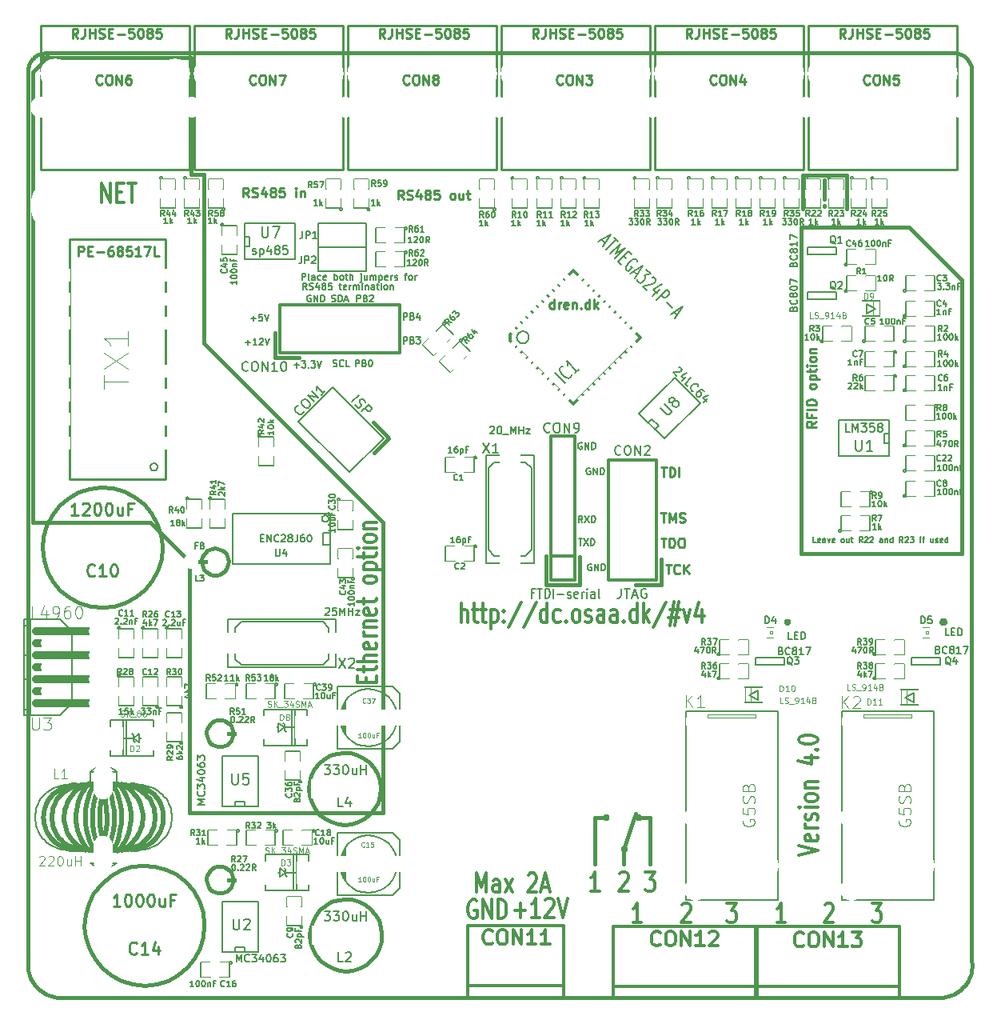
<source format=gto>
G04 (created by PCBNEW-RS274X (2010-12-18 BZR 2669)-stable) date 2011-01-01T22:16:00 CET*
G01*
G70*
G90*
%MOIN*%
G04 Gerber Fmt 3.4, Leading zero omitted, Abs format*
%FSLAX34Y34*%
G04 APERTURE LIST*
%ADD10C,0.006000*%
%ADD11C,0.015000*%
%ADD12C,0.006900*%
%ADD13C,0.009900*%
%ADD14C,0.005900*%
%ADD15C,0.012000*%
%ADD16C,0.008000*%
%ADD17C,0.005000*%
%ADD18C,0.002600*%
%ADD19C,0.004000*%
%ADD20C,0.002000*%
%ADD21C,0.010000*%
%ADD22C,0.032000*%
%ADD23C,0.020000*%
%ADD24C,0.007900*%
%ADD25C,0.007500*%
%ADD26C,0.003500*%
%ADD27C,0.006300*%
%ADD28C,0.004700*%
%ADD29R,0.077800X0.077800*%
%ADD30C,0.077800*%
%ADD31C,0.067800*%
%ADD32R,0.067800X0.067800*%
%ADD33R,0.086500X0.224300*%
%ADD34R,0.042800X0.062800*%
%ADD35R,0.027800X0.052800*%
%ADD36R,0.043800X0.043800*%
%ADD37R,0.078700X0.094400*%
%ADD38R,0.082800X0.082800*%
%ADD39C,0.082800*%
%ADD40C,0.062800*%
%ADD41R,0.062800X0.042800*%
%ADD42R,0.055000X0.055000*%
%ADD43R,0.023800X0.057800*%
%ADD44R,0.149500X0.070800*%
%ADD45R,0.224300X0.086500*%
%ADD46R,0.052800X0.027800*%
%ADD47R,0.107800X0.057800*%
%ADD48C,0.244000*%
%ADD49R,0.062900X0.078600*%
%ADD50C,0.086500*%
%ADD51C,0.057800*%
%ADD52C,0.125900*%
%ADD53C,0.083800*%
%ADD54C,0.093700*%
%ADD55C,0.059800*%
%ADD56O,0.078300X0.148800*%
%ADD57R,0.107800X0.107800*%
%ADD58C,0.107800*%
G04 APERTURE END LIST*
G54D10*
G54D11*
X32550Y-25500D02*
X32549Y-25509D01*
X32546Y-25519D01*
X32541Y-25527D01*
X32535Y-25535D01*
X32527Y-25541D01*
X32519Y-25546D01*
X32510Y-25548D01*
X32500Y-25549D01*
X32491Y-25549D01*
X32482Y-25546D01*
X32473Y-25541D01*
X32466Y-25535D01*
X32459Y-25528D01*
X32455Y-25519D01*
X32452Y-25510D01*
X32451Y-25500D01*
X32451Y-25491D01*
X32454Y-25482D01*
X32458Y-25473D01*
X32465Y-25466D01*
X32472Y-25459D01*
X32480Y-25455D01*
X32490Y-25452D01*
X32499Y-25451D01*
X32508Y-25451D01*
X32518Y-25454D01*
X32526Y-25458D01*
X32534Y-25464D01*
X32540Y-25472D01*
X32545Y-25480D01*
X32548Y-25489D01*
X32549Y-25499D01*
X32550Y-25500D01*
X39070Y-25500D02*
X39068Y-25513D01*
X39064Y-25526D01*
X39058Y-25538D01*
X39049Y-25549D01*
X39039Y-25558D01*
X39027Y-25564D01*
X39014Y-25568D01*
X39000Y-25569D01*
X38987Y-25568D01*
X38974Y-25564D01*
X38962Y-25558D01*
X38952Y-25550D01*
X38943Y-25539D01*
X38936Y-25527D01*
X38932Y-25514D01*
X38931Y-25500D01*
X38932Y-25488D01*
X38935Y-25475D01*
X38942Y-25463D01*
X38950Y-25452D01*
X38961Y-25443D01*
X38972Y-25436D01*
X38985Y-25432D01*
X38999Y-25431D01*
X39012Y-25432D01*
X39025Y-25435D01*
X39037Y-25441D01*
X39048Y-25450D01*
X39057Y-25460D01*
X39063Y-25472D01*
X39068Y-25485D01*
X39069Y-25499D01*
X39070Y-25500D01*
G54D12*
X24340Y-23099D02*
X24314Y-23086D01*
X24275Y-23086D01*
X24235Y-23099D01*
X24209Y-23125D01*
X24196Y-23151D01*
X24183Y-23204D01*
X24183Y-23243D01*
X24196Y-23296D01*
X24209Y-23322D01*
X24235Y-23349D01*
X24275Y-23362D01*
X24301Y-23362D01*
X24340Y-23349D01*
X24353Y-23335D01*
X24353Y-23243D01*
X24301Y-23243D01*
X24472Y-23362D02*
X24472Y-23086D01*
X24629Y-23362D01*
X24629Y-23086D01*
X24761Y-23362D02*
X24761Y-23086D01*
X24826Y-23086D01*
X24866Y-23099D01*
X24892Y-23125D01*
X24905Y-23151D01*
X24918Y-23204D01*
X24918Y-23243D01*
X24905Y-23296D01*
X24892Y-23322D01*
X24866Y-23349D01*
X24826Y-23362D01*
X24761Y-23362D01*
X24290Y-19099D02*
X24264Y-19086D01*
X24225Y-19086D01*
X24185Y-19099D01*
X24159Y-19125D01*
X24146Y-19151D01*
X24133Y-19204D01*
X24133Y-19243D01*
X24146Y-19296D01*
X24159Y-19322D01*
X24185Y-19349D01*
X24225Y-19362D01*
X24251Y-19362D01*
X24290Y-19349D01*
X24303Y-19335D01*
X24303Y-19243D01*
X24251Y-19243D01*
X24422Y-19362D02*
X24422Y-19086D01*
X24579Y-19362D01*
X24579Y-19086D01*
X24711Y-19362D02*
X24711Y-19086D01*
X24776Y-19086D01*
X24816Y-19099D01*
X24842Y-19125D01*
X24855Y-19151D01*
X24868Y-19204D01*
X24868Y-19243D01*
X24855Y-19296D01*
X24842Y-19322D01*
X24816Y-19349D01*
X24776Y-19362D01*
X24711Y-19362D01*
G54D13*
X27247Y-19065D02*
X27472Y-19065D01*
X27359Y-19459D02*
X27359Y-19065D01*
X27603Y-19459D02*
X27603Y-19065D01*
X27697Y-19065D01*
X27753Y-19084D01*
X27790Y-19122D01*
X27809Y-19159D01*
X27828Y-19234D01*
X27828Y-19291D01*
X27809Y-19366D01*
X27790Y-19403D01*
X27753Y-19441D01*
X27697Y-19459D01*
X27603Y-19459D01*
X27997Y-19459D02*
X27997Y-19065D01*
X27235Y-22015D02*
X27460Y-22015D01*
X27347Y-22409D02*
X27347Y-22015D01*
X27591Y-22409D02*
X27591Y-22015D01*
X27685Y-22015D01*
X27741Y-22034D01*
X27778Y-22072D01*
X27797Y-22109D01*
X27816Y-22184D01*
X27816Y-22241D01*
X27797Y-22316D01*
X27778Y-22353D01*
X27741Y-22391D01*
X27685Y-22409D01*
X27591Y-22409D01*
X28060Y-22015D02*
X28135Y-22015D01*
X28172Y-22034D01*
X28210Y-22072D01*
X28229Y-22147D01*
X28229Y-22278D01*
X28210Y-22353D01*
X28172Y-22391D01*
X28135Y-22409D01*
X28060Y-22409D01*
X28022Y-22391D01*
X27985Y-22353D01*
X27966Y-22278D01*
X27966Y-22147D01*
X27985Y-22072D01*
X28022Y-22034D01*
X28060Y-22015D01*
X27444Y-23115D02*
X27669Y-23115D01*
X27556Y-23509D02*
X27556Y-23115D01*
X28025Y-23472D02*
X28006Y-23491D01*
X27950Y-23509D01*
X27912Y-23509D01*
X27856Y-23491D01*
X27819Y-23453D01*
X27800Y-23416D01*
X27781Y-23341D01*
X27781Y-23284D01*
X27800Y-23209D01*
X27819Y-23172D01*
X27856Y-23134D01*
X27912Y-23115D01*
X27950Y-23115D01*
X28006Y-23134D01*
X28025Y-23153D01*
X28194Y-23509D02*
X28194Y-23115D01*
X28419Y-23509D02*
X28250Y-23284D01*
X28419Y-23115D02*
X28194Y-23341D01*
X27226Y-20965D02*
X27451Y-20965D01*
X27338Y-21359D02*
X27338Y-20965D01*
X27582Y-21359D02*
X27582Y-20965D01*
X27713Y-21247D01*
X27844Y-20965D01*
X27844Y-21359D01*
X28013Y-21341D02*
X28069Y-21359D01*
X28163Y-21359D01*
X28201Y-21341D01*
X28219Y-21322D01*
X28238Y-21284D01*
X28238Y-21247D01*
X28219Y-21209D01*
X28201Y-21191D01*
X28163Y-21172D01*
X28088Y-21153D01*
X28051Y-21134D01*
X28032Y-21116D01*
X28013Y-21078D01*
X28013Y-21041D01*
X28032Y-21003D01*
X28051Y-20984D01*
X28088Y-20965D01*
X28182Y-20965D01*
X28238Y-20984D01*
G54D11*
X15650Y-21350D02*
X08200Y-13900D01*
X08200Y-06850D02*
X08200Y-13900D01*
X07650Y-06850D02*
X08200Y-06850D01*
X07650Y-02000D02*
X07650Y-06850D01*
X15650Y-33450D02*
X15650Y-21350D01*
X07600Y-23000D02*
X07550Y-23000D01*
X07600Y-33450D02*
X07600Y-23000D01*
X15650Y-33450D02*
X07600Y-33450D01*
G54D12*
X16509Y-12912D02*
X16509Y-12636D01*
X16614Y-12636D01*
X16640Y-12649D01*
X16653Y-12662D01*
X16666Y-12688D01*
X16666Y-12728D01*
X16653Y-12754D01*
X16640Y-12767D01*
X16614Y-12780D01*
X16509Y-12780D01*
X16877Y-12767D02*
X16916Y-12780D01*
X16929Y-12793D01*
X16942Y-12820D01*
X16942Y-12859D01*
X16929Y-12885D01*
X16916Y-12899D01*
X16890Y-12912D01*
X16785Y-12912D01*
X16785Y-12636D01*
X16877Y-12636D01*
X16903Y-12649D01*
X16916Y-12662D01*
X16929Y-12688D01*
X16929Y-12715D01*
X16916Y-12741D01*
X16903Y-12754D01*
X16877Y-12767D01*
X16785Y-12767D01*
X17179Y-12728D02*
X17179Y-12912D01*
X17113Y-12623D02*
X17048Y-12820D01*
X17218Y-12820D01*
X14559Y-12162D02*
X14559Y-11886D01*
X14664Y-11886D01*
X14690Y-11899D01*
X14703Y-11912D01*
X14716Y-11938D01*
X14716Y-11978D01*
X14703Y-12004D01*
X14690Y-12017D01*
X14664Y-12030D01*
X14559Y-12030D01*
X14927Y-12017D02*
X14966Y-12030D01*
X14979Y-12043D01*
X14992Y-12070D01*
X14992Y-12109D01*
X14979Y-12135D01*
X14966Y-12149D01*
X14940Y-12162D01*
X14835Y-12162D01*
X14835Y-11886D01*
X14927Y-11886D01*
X14953Y-11899D01*
X14966Y-11912D01*
X14979Y-11938D01*
X14979Y-11965D01*
X14966Y-11991D01*
X14953Y-12004D01*
X14927Y-12017D01*
X14835Y-12017D01*
X15098Y-11912D02*
X15111Y-11899D01*
X15137Y-11886D01*
X15203Y-11886D01*
X15229Y-11899D01*
X15242Y-11912D01*
X15255Y-11938D01*
X15255Y-11965D01*
X15242Y-12004D01*
X15084Y-12162D01*
X15255Y-12162D01*
X16509Y-13912D02*
X16509Y-13636D01*
X16614Y-13636D01*
X16640Y-13649D01*
X16653Y-13662D01*
X16666Y-13688D01*
X16666Y-13728D01*
X16653Y-13754D01*
X16640Y-13767D01*
X16614Y-13780D01*
X16509Y-13780D01*
X16877Y-13767D02*
X16916Y-13780D01*
X16929Y-13793D01*
X16942Y-13820D01*
X16942Y-13859D01*
X16929Y-13885D01*
X16916Y-13899D01*
X16890Y-13912D01*
X16785Y-13912D01*
X16785Y-13636D01*
X16877Y-13636D01*
X16903Y-13649D01*
X16916Y-13662D01*
X16929Y-13688D01*
X16929Y-13715D01*
X16916Y-13741D01*
X16903Y-13754D01*
X16877Y-13767D01*
X16785Y-13767D01*
X17034Y-13636D02*
X17205Y-13636D01*
X17113Y-13741D01*
X17153Y-13741D01*
X17179Y-13754D01*
X17192Y-13767D01*
X17205Y-13793D01*
X17205Y-13859D01*
X17192Y-13885D01*
X17179Y-13899D01*
X17153Y-13912D01*
X17074Y-13912D01*
X17048Y-13899D01*
X17034Y-13885D01*
X14509Y-14862D02*
X14509Y-14586D01*
X14614Y-14586D01*
X14640Y-14599D01*
X14653Y-14612D01*
X14666Y-14638D01*
X14666Y-14678D01*
X14653Y-14704D01*
X14640Y-14717D01*
X14614Y-14730D01*
X14509Y-14730D01*
X14877Y-14717D02*
X14916Y-14730D01*
X14929Y-14743D01*
X14942Y-14770D01*
X14942Y-14809D01*
X14929Y-14835D01*
X14916Y-14849D01*
X14890Y-14862D01*
X14785Y-14862D01*
X14785Y-14586D01*
X14877Y-14586D01*
X14903Y-14599D01*
X14916Y-14612D01*
X14929Y-14638D01*
X14929Y-14665D01*
X14916Y-14691D01*
X14903Y-14704D01*
X14877Y-14717D01*
X14785Y-14717D01*
X15113Y-14586D02*
X15140Y-14586D01*
X15166Y-14599D01*
X15179Y-14612D01*
X15192Y-14638D01*
X15205Y-14691D01*
X15205Y-14757D01*
X15192Y-14809D01*
X15179Y-14835D01*
X15166Y-14849D01*
X15140Y-14862D01*
X15113Y-14862D01*
X15087Y-14849D01*
X15074Y-14835D01*
X15061Y-14809D01*
X15048Y-14757D01*
X15048Y-14691D01*
X15061Y-14638D01*
X15074Y-14612D01*
X15087Y-14599D01*
X15113Y-14586D01*
X13515Y-12149D02*
X13554Y-12162D01*
X13620Y-12162D01*
X13646Y-12149D01*
X13659Y-12135D01*
X13672Y-12109D01*
X13672Y-12083D01*
X13659Y-12057D01*
X13646Y-12043D01*
X13620Y-12030D01*
X13567Y-12017D01*
X13541Y-12004D01*
X13528Y-11991D01*
X13515Y-11965D01*
X13515Y-11938D01*
X13528Y-11912D01*
X13541Y-11899D01*
X13567Y-11886D01*
X13633Y-11886D01*
X13672Y-11899D01*
X13791Y-12162D02*
X13791Y-11886D01*
X13856Y-11886D01*
X13896Y-11899D01*
X13922Y-11925D01*
X13935Y-11951D01*
X13948Y-12004D01*
X13948Y-12043D01*
X13935Y-12096D01*
X13922Y-12122D01*
X13896Y-12149D01*
X13856Y-12162D01*
X13791Y-12162D01*
X14054Y-12083D02*
X14185Y-12083D01*
X14027Y-12162D02*
X14119Y-11886D01*
X14211Y-12162D01*
X12640Y-11899D02*
X12614Y-11886D01*
X12575Y-11886D01*
X12535Y-11899D01*
X12509Y-11925D01*
X12496Y-11951D01*
X12483Y-12004D01*
X12483Y-12043D01*
X12496Y-12096D01*
X12509Y-12122D01*
X12535Y-12149D01*
X12575Y-12162D01*
X12601Y-12162D01*
X12640Y-12149D01*
X12653Y-12135D01*
X12653Y-12043D01*
X12601Y-12043D01*
X12772Y-12162D02*
X12772Y-11886D01*
X12929Y-12162D01*
X12929Y-11886D01*
X13061Y-12162D02*
X13061Y-11886D01*
X13126Y-11886D01*
X13166Y-11899D01*
X13192Y-11925D01*
X13205Y-11951D01*
X13218Y-12004D01*
X13218Y-12043D01*
X13205Y-12096D01*
X13192Y-12122D01*
X13166Y-12149D01*
X13126Y-12162D01*
X13061Y-12162D01*
X13572Y-14849D02*
X13611Y-14862D01*
X13677Y-14862D01*
X13703Y-14849D01*
X13716Y-14835D01*
X13729Y-14809D01*
X13729Y-14783D01*
X13716Y-14757D01*
X13703Y-14743D01*
X13677Y-14730D01*
X13624Y-14717D01*
X13598Y-14704D01*
X13585Y-14691D01*
X13572Y-14665D01*
X13572Y-14638D01*
X13585Y-14612D01*
X13598Y-14599D01*
X13624Y-14586D01*
X13690Y-14586D01*
X13729Y-14599D01*
X14005Y-14835D02*
X13992Y-14849D01*
X13953Y-14862D01*
X13927Y-14862D01*
X13887Y-14849D01*
X13861Y-14822D01*
X13848Y-14796D01*
X13835Y-14743D01*
X13835Y-14704D01*
X13848Y-14651D01*
X13861Y-14625D01*
X13887Y-14599D01*
X13927Y-14586D01*
X13953Y-14586D01*
X13992Y-14599D01*
X14005Y-14612D01*
X14255Y-14862D02*
X14124Y-14862D01*
X14124Y-14586D01*
X10145Y-12857D02*
X10355Y-12857D01*
X10250Y-12962D02*
X10250Y-12751D01*
X10618Y-12686D02*
X10487Y-12686D01*
X10474Y-12817D01*
X10487Y-12804D01*
X10513Y-12791D01*
X10579Y-12791D01*
X10605Y-12804D01*
X10618Y-12817D01*
X10631Y-12843D01*
X10631Y-12909D01*
X10618Y-12935D01*
X10605Y-12949D01*
X10579Y-12962D01*
X10513Y-12962D01*
X10487Y-12949D01*
X10474Y-12935D01*
X10710Y-12686D02*
X10802Y-12962D01*
X10894Y-12686D01*
X11948Y-14807D02*
X12158Y-14807D01*
X12053Y-14912D02*
X12053Y-14701D01*
X12263Y-14636D02*
X12434Y-14636D01*
X12342Y-14741D01*
X12382Y-14741D01*
X12408Y-14754D01*
X12421Y-14767D01*
X12434Y-14793D01*
X12434Y-14859D01*
X12421Y-14885D01*
X12408Y-14899D01*
X12382Y-14912D01*
X12303Y-14912D01*
X12277Y-14899D01*
X12263Y-14885D01*
X12553Y-14885D02*
X12566Y-14899D01*
X12553Y-14912D01*
X12540Y-14899D01*
X12553Y-14885D01*
X12553Y-14912D01*
X12657Y-14636D02*
X12828Y-14636D01*
X12736Y-14741D01*
X12776Y-14741D01*
X12802Y-14754D01*
X12815Y-14767D01*
X12828Y-14793D01*
X12828Y-14859D01*
X12815Y-14885D01*
X12802Y-14899D01*
X12776Y-14912D01*
X12697Y-14912D01*
X12671Y-14899D01*
X12657Y-14885D01*
X12907Y-14636D02*
X12999Y-14912D01*
X13091Y-14636D01*
X09914Y-13857D02*
X10124Y-13857D01*
X10019Y-13962D02*
X10019Y-13751D01*
X10400Y-13962D02*
X10243Y-13962D01*
X10321Y-13962D02*
X10321Y-13686D01*
X10295Y-13725D01*
X10269Y-13751D01*
X10243Y-13765D01*
X10506Y-13712D02*
X10519Y-13699D01*
X10545Y-13686D01*
X10611Y-13686D01*
X10637Y-13699D01*
X10650Y-13712D01*
X10663Y-13738D01*
X10663Y-13765D01*
X10650Y-13804D01*
X10492Y-13962D01*
X10663Y-13962D01*
X10742Y-13686D02*
X10834Y-13962D01*
X10926Y-13686D01*
G54D11*
X07600Y-23000D02*
X07700Y-23100D01*
X05950Y-21350D02*
X07600Y-23000D01*
X01050Y-21350D02*
X05950Y-21350D01*
X34050Y-08150D02*
X34050Y-08200D01*
X34050Y-07100D02*
X34050Y-07900D01*
X33100Y-09050D02*
X33100Y-09200D01*
X37600Y-09050D02*
X33100Y-09050D01*
X33150Y-06900D02*
X33150Y-08300D01*
X35000Y-06900D02*
X35000Y-08300D01*
X33150Y-06900D02*
X35000Y-06900D01*
G54D14*
X33712Y-22196D02*
X33599Y-22196D01*
X33599Y-21960D01*
X33880Y-22184D02*
X33858Y-22196D01*
X33813Y-22196D01*
X33790Y-22184D01*
X33779Y-22162D01*
X33779Y-22072D01*
X33790Y-22049D01*
X33813Y-22038D01*
X33858Y-22038D01*
X33880Y-22049D01*
X33891Y-22072D01*
X33891Y-22094D01*
X33779Y-22117D01*
X34093Y-22196D02*
X34093Y-22072D01*
X34082Y-22049D01*
X34060Y-22038D01*
X34015Y-22038D01*
X33992Y-22049D01*
X34093Y-22184D02*
X34071Y-22196D01*
X34015Y-22196D01*
X33992Y-22184D01*
X33981Y-22162D01*
X33981Y-22139D01*
X33992Y-22117D01*
X34015Y-22106D01*
X34071Y-22106D01*
X34093Y-22094D01*
X34184Y-22038D02*
X34240Y-22196D01*
X34296Y-22038D01*
X34476Y-22184D02*
X34454Y-22196D01*
X34409Y-22196D01*
X34386Y-22184D01*
X34375Y-22162D01*
X34375Y-22072D01*
X34386Y-22049D01*
X34409Y-22038D01*
X34454Y-22038D01*
X34476Y-22049D01*
X34487Y-22072D01*
X34487Y-22094D01*
X34375Y-22117D01*
X34802Y-22196D02*
X34779Y-22184D01*
X34768Y-22173D01*
X34757Y-22151D01*
X34757Y-22083D01*
X34768Y-22061D01*
X34779Y-22049D01*
X34802Y-22038D01*
X34836Y-22038D01*
X34858Y-22049D01*
X34869Y-22061D01*
X34881Y-22083D01*
X34881Y-22151D01*
X34869Y-22173D01*
X34858Y-22184D01*
X34836Y-22196D01*
X34802Y-22196D01*
X35083Y-22038D02*
X35083Y-22196D01*
X34982Y-22038D02*
X34982Y-22162D01*
X34993Y-22184D01*
X35016Y-22196D01*
X35050Y-22196D01*
X35072Y-22184D01*
X35083Y-22173D01*
X35162Y-22038D02*
X35252Y-22038D01*
X35196Y-21960D02*
X35196Y-22162D01*
X35207Y-22184D01*
X35230Y-22196D01*
X35252Y-22196D01*
X35646Y-22196D02*
X35567Y-22083D01*
X35511Y-22196D02*
X35511Y-21960D01*
X35601Y-21960D01*
X35624Y-21971D01*
X35635Y-21982D01*
X35646Y-22004D01*
X35646Y-22038D01*
X35635Y-22061D01*
X35624Y-22072D01*
X35601Y-22083D01*
X35511Y-22083D01*
X35736Y-21982D02*
X35747Y-21971D01*
X35770Y-21960D01*
X35826Y-21960D01*
X35848Y-21971D01*
X35860Y-21982D01*
X35871Y-22004D01*
X35871Y-22027D01*
X35860Y-22061D01*
X35725Y-22196D01*
X35871Y-22196D01*
X35961Y-21982D02*
X35972Y-21971D01*
X35995Y-21960D01*
X36051Y-21960D01*
X36073Y-21971D01*
X36085Y-21982D01*
X36096Y-22004D01*
X36096Y-22027D01*
X36085Y-22061D01*
X35950Y-22196D01*
X36096Y-22196D01*
X36478Y-22196D02*
X36478Y-22072D01*
X36467Y-22049D01*
X36445Y-22038D01*
X36400Y-22038D01*
X36377Y-22049D01*
X36478Y-22184D02*
X36456Y-22196D01*
X36400Y-22196D01*
X36377Y-22184D01*
X36366Y-22162D01*
X36366Y-22139D01*
X36377Y-22117D01*
X36400Y-22106D01*
X36456Y-22106D01*
X36478Y-22094D01*
X36591Y-22038D02*
X36591Y-22196D01*
X36591Y-22061D02*
X36602Y-22049D01*
X36625Y-22038D01*
X36659Y-22038D01*
X36681Y-22049D01*
X36692Y-22072D01*
X36692Y-22196D01*
X36906Y-22196D02*
X36906Y-21960D01*
X36906Y-22184D02*
X36884Y-22196D01*
X36839Y-22196D01*
X36816Y-22184D01*
X36805Y-22173D01*
X36794Y-22151D01*
X36794Y-22083D01*
X36805Y-22061D01*
X36816Y-22049D01*
X36839Y-22038D01*
X36884Y-22038D01*
X36906Y-22049D01*
X37334Y-22196D02*
X37255Y-22083D01*
X37199Y-22196D02*
X37199Y-21960D01*
X37289Y-21960D01*
X37312Y-21971D01*
X37323Y-21982D01*
X37334Y-22004D01*
X37334Y-22038D01*
X37323Y-22061D01*
X37312Y-22072D01*
X37289Y-22083D01*
X37199Y-22083D01*
X37424Y-21982D02*
X37435Y-21971D01*
X37458Y-21960D01*
X37514Y-21960D01*
X37536Y-21971D01*
X37548Y-21982D01*
X37559Y-22004D01*
X37559Y-22027D01*
X37548Y-22061D01*
X37413Y-22196D01*
X37559Y-22196D01*
X37638Y-21960D02*
X37784Y-21960D01*
X37705Y-22049D01*
X37739Y-22049D01*
X37761Y-22061D01*
X37773Y-22072D01*
X37784Y-22094D01*
X37784Y-22151D01*
X37773Y-22173D01*
X37761Y-22184D01*
X37739Y-22196D01*
X37671Y-22196D01*
X37649Y-22184D01*
X37638Y-22173D01*
X38065Y-22196D02*
X38065Y-22038D01*
X38065Y-21960D02*
X38054Y-21971D01*
X38065Y-21982D01*
X38076Y-21971D01*
X38065Y-21960D01*
X38065Y-21982D01*
X38143Y-22038D02*
X38233Y-22038D01*
X38177Y-22196D02*
X38177Y-21993D01*
X38188Y-21971D01*
X38211Y-21960D01*
X38233Y-21960D01*
X38593Y-22038D02*
X38593Y-22196D01*
X38492Y-22038D02*
X38492Y-22162D01*
X38503Y-22184D01*
X38526Y-22196D01*
X38560Y-22196D01*
X38582Y-22184D01*
X38593Y-22173D01*
X38695Y-22184D02*
X38717Y-22196D01*
X38762Y-22196D01*
X38785Y-22184D01*
X38796Y-22162D01*
X38796Y-22151D01*
X38785Y-22128D01*
X38762Y-22117D01*
X38729Y-22117D01*
X38706Y-22106D01*
X38695Y-22083D01*
X38695Y-22072D01*
X38706Y-22049D01*
X38729Y-22038D01*
X38762Y-22038D01*
X38785Y-22049D01*
X38987Y-22184D02*
X38965Y-22196D01*
X38920Y-22196D01*
X38897Y-22184D01*
X38886Y-22162D01*
X38886Y-22072D01*
X38897Y-22049D01*
X38920Y-22038D01*
X38965Y-22038D01*
X38987Y-22049D01*
X38998Y-22072D01*
X38998Y-22094D01*
X38886Y-22117D01*
X39200Y-22196D02*
X39200Y-21960D01*
X39200Y-22184D02*
X39178Y-22196D01*
X39133Y-22196D01*
X39110Y-22184D01*
X39099Y-22173D01*
X39088Y-22151D01*
X39088Y-22083D01*
X39099Y-22061D01*
X39110Y-22049D01*
X39133Y-22038D01*
X39178Y-22038D01*
X39200Y-22049D01*
G54D13*
X33709Y-17156D02*
X33522Y-17287D01*
X33709Y-17381D02*
X33315Y-17381D01*
X33315Y-17231D01*
X33334Y-17194D01*
X33353Y-17175D01*
X33391Y-17156D01*
X33447Y-17156D01*
X33484Y-17175D01*
X33503Y-17194D01*
X33522Y-17231D01*
X33522Y-17381D01*
X33503Y-16856D02*
X33503Y-16987D01*
X33709Y-16987D02*
X33315Y-16987D01*
X33315Y-16800D01*
X33709Y-16649D02*
X33315Y-16649D01*
X33709Y-16461D02*
X33315Y-16461D01*
X33315Y-16367D01*
X33334Y-16311D01*
X33372Y-16274D01*
X33409Y-16255D01*
X33484Y-16236D01*
X33541Y-16236D01*
X33616Y-16255D01*
X33653Y-16274D01*
X33691Y-16311D01*
X33709Y-16367D01*
X33709Y-16461D01*
X33709Y-15711D02*
X33691Y-15748D01*
X33672Y-15767D01*
X33634Y-15786D01*
X33522Y-15786D01*
X33484Y-15767D01*
X33466Y-15748D01*
X33447Y-15711D01*
X33447Y-15655D01*
X33466Y-15617D01*
X33484Y-15598D01*
X33522Y-15580D01*
X33634Y-15580D01*
X33672Y-15598D01*
X33691Y-15617D01*
X33709Y-15655D01*
X33709Y-15711D01*
X33447Y-15411D02*
X33841Y-15411D01*
X33466Y-15411D02*
X33447Y-15374D01*
X33447Y-15299D01*
X33466Y-15261D01*
X33484Y-15242D01*
X33522Y-15224D01*
X33634Y-15224D01*
X33672Y-15242D01*
X33691Y-15261D01*
X33709Y-15299D01*
X33709Y-15374D01*
X33691Y-15411D01*
X33447Y-15111D02*
X33447Y-14961D01*
X33315Y-15055D02*
X33653Y-15055D01*
X33691Y-15036D01*
X33709Y-14999D01*
X33709Y-14961D01*
X33709Y-14830D02*
X33447Y-14830D01*
X33315Y-14830D02*
X33334Y-14849D01*
X33353Y-14830D01*
X33334Y-14811D01*
X33315Y-14830D01*
X33353Y-14830D01*
X33709Y-14586D02*
X33691Y-14623D01*
X33672Y-14642D01*
X33634Y-14661D01*
X33522Y-14661D01*
X33484Y-14642D01*
X33466Y-14623D01*
X33447Y-14586D01*
X33447Y-14530D01*
X33466Y-14492D01*
X33484Y-14473D01*
X33522Y-14455D01*
X33634Y-14455D01*
X33672Y-14473D01*
X33691Y-14492D01*
X33709Y-14530D01*
X33709Y-14586D01*
X33447Y-14286D02*
X33709Y-14286D01*
X33484Y-14286D02*
X33466Y-14267D01*
X33447Y-14230D01*
X33447Y-14174D01*
X33466Y-14136D01*
X33503Y-14117D01*
X33709Y-14117D01*
G54D11*
X33100Y-09050D02*
X33200Y-09050D01*
X33100Y-22650D02*
X33100Y-09050D01*
X39800Y-22650D02*
X33100Y-22650D01*
X39800Y-11250D02*
X39800Y-22650D01*
X37600Y-09050D02*
X39800Y-11250D01*
G54D15*
X14955Y-28043D02*
X14955Y-27843D01*
X15374Y-27757D02*
X15374Y-28043D01*
X14574Y-28043D01*
X14574Y-27757D01*
X14840Y-27586D02*
X14840Y-27357D01*
X14574Y-27500D02*
X15260Y-27500D01*
X15336Y-27472D01*
X15374Y-27414D01*
X15374Y-27357D01*
X15374Y-27157D02*
X14574Y-27157D01*
X15374Y-26900D02*
X14955Y-26900D01*
X14879Y-26929D01*
X14840Y-26986D01*
X14840Y-27071D01*
X14879Y-27129D01*
X14917Y-27157D01*
X15336Y-26386D02*
X15374Y-26443D01*
X15374Y-26557D01*
X15336Y-26614D01*
X15260Y-26643D01*
X14955Y-26643D01*
X14879Y-26614D01*
X14840Y-26557D01*
X14840Y-26443D01*
X14879Y-26386D01*
X14955Y-26357D01*
X15031Y-26357D01*
X15107Y-26643D01*
X15374Y-26100D02*
X14840Y-26100D01*
X14993Y-26100D02*
X14917Y-26072D01*
X14879Y-26043D01*
X14840Y-25986D01*
X14840Y-25929D01*
X14840Y-25729D02*
X15374Y-25729D01*
X14917Y-25729D02*
X14879Y-25701D01*
X14840Y-25643D01*
X14840Y-25558D01*
X14879Y-25501D01*
X14955Y-25472D01*
X15374Y-25472D01*
X15336Y-24958D02*
X15374Y-25015D01*
X15374Y-25129D01*
X15336Y-25186D01*
X15260Y-25215D01*
X14955Y-25215D01*
X14879Y-25186D01*
X14840Y-25129D01*
X14840Y-25015D01*
X14879Y-24958D01*
X14955Y-24929D01*
X15031Y-24929D01*
X15107Y-25215D01*
X14840Y-24758D02*
X14840Y-24529D01*
X14574Y-24672D02*
X15260Y-24672D01*
X15336Y-24644D01*
X15374Y-24586D01*
X15374Y-24529D01*
X15374Y-23786D02*
X15336Y-23844D01*
X15298Y-23872D01*
X15221Y-23901D01*
X14993Y-23901D01*
X14917Y-23872D01*
X14879Y-23844D01*
X14840Y-23786D01*
X14840Y-23701D01*
X14879Y-23644D01*
X14917Y-23615D01*
X14993Y-23586D01*
X15221Y-23586D01*
X15298Y-23615D01*
X15336Y-23644D01*
X15374Y-23701D01*
X15374Y-23786D01*
X14840Y-23329D02*
X15640Y-23329D01*
X14879Y-23329D02*
X14840Y-23272D01*
X14840Y-23158D01*
X14879Y-23101D01*
X14917Y-23072D01*
X14993Y-23043D01*
X15221Y-23043D01*
X15298Y-23072D01*
X15336Y-23101D01*
X15374Y-23158D01*
X15374Y-23272D01*
X15336Y-23329D01*
X14840Y-22872D02*
X14840Y-22643D01*
X14574Y-22786D02*
X15260Y-22786D01*
X15336Y-22758D01*
X15374Y-22700D01*
X15374Y-22643D01*
X15374Y-22443D02*
X14840Y-22443D01*
X14574Y-22443D02*
X14612Y-22472D01*
X14650Y-22443D01*
X14612Y-22415D01*
X14574Y-22443D01*
X14650Y-22443D01*
X15374Y-22071D02*
X15336Y-22129D01*
X15298Y-22157D01*
X15221Y-22186D01*
X14993Y-22186D01*
X14917Y-22157D01*
X14879Y-22129D01*
X14840Y-22071D01*
X14840Y-21986D01*
X14879Y-21929D01*
X14917Y-21900D01*
X14993Y-21871D01*
X15221Y-21871D01*
X15298Y-21900D01*
X15336Y-21929D01*
X15374Y-21986D01*
X15374Y-22071D01*
X14840Y-21614D02*
X15374Y-21614D01*
X14917Y-21614D02*
X14879Y-21586D01*
X14840Y-21528D01*
X14840Y-21443D01*
X14879Y-21386D01*
X14955Y-21357D01*
X15374Y-21357D01*
G54D11*
X01650Y-02000D02*
X01650Y-01900D01*
X01050Y-02600D02*
X01650Y-02000D01*
X01050Y-17000D02*
X01050Y-02600D01*
X01050Y-21350D02*
X01050Y-17000D01*
X01500Y-02000D02*
X07650Y-02000D01*
G54D12*
X23802Y-22036D02*
X23960Y-22036D01*
X23881Y-22312D02*
X23881Y-22036D01*
X24025Y-22036D02*
X24209Y-22312D01*
X24209Y-22036D02*
X24025Y-22312D01*
X24315Y-22312D02*
X24315Y-22036D01*
X24380Y-22036D01*
X24420Y-22049D01*
X24446Y-22075D01*
X24459Y-22101D01*
X24472Y-22154D01*
X24472Y-22193D01*
X24459Y-22246D01*
X24446Y-22272D01*
X24420Y-22299D01*
X24380Y-22312D01*
X24315Y-22312D01*
X23966Y-21362D02*
X23874Y-21230D01*
X23809Y-21362D02*
X23809Y-21086D01*
X23914Y-21086D01*
X23940Y-21099D01*
X23953Y-21112D01*
X23966Y-21138D01*
X23966Y-21178D01*
X23953Y-21204D01*
X23940Y-21217D01*
X23914Y-21230D01*
X23809Y-21230D01*
X24058Y-21086D02*
X24242Y-21362D01*
X24242Y-21086D02*
X24058Y-21362D01*
X24348Y-21362D02*
X24348Y-21086D01*
X24413Y-21086D01*
X24453Y-21099D01*
X24479Y-21125D01*
X24492Y-21151D01*
X24505Y-21204D01*
X24505Y-21243D01*
X24492Y-21296D01*
X24479Y-21322D01*
X24453Y-21349D01*
X24413Y-21362D01*
X24348Y-21362D01*
X23940Y-18049D02*
X23914Y-18036D01*
X23875Y-18036D01*
X23835Y-18049D01*
X23809Y-18075D01*
X23796Y-18101D01*
X23783Y-18154D01*
X23783Y-18193D01*
X23796Y-18246D01*
X23809Y-18272D01*
X23835Y-18299D01*
X23875Y-18312D01*
X23901Y-18312D01*
X23940Y-18299D01*
X23953Y-18285D01*
X23953Y-18193D01*
X23901Y-18193D01*
X24072Y-18312D02*
X24072Y-18036D01*
X24229Y-18312D01*
X24229Y-18036D01*
X24361Y-18312D02*
X24361Y-18036D01*
X24426Y-18036D01*
X24466Y-18049D01*
X24492Y-18075D01*
X24505Y-18101D01*
X24518Y-18154D01*
X24518Y-18193D01*
X24505Y-18246D01*
X24492Y-18272D01*
X24466Y-18299D01*
X24426Y-18312D01*
X24361Y-18312D01*
G54D11*
X27250Y-23950D02*
X26200Y-23950D01*
X27250Y-22900D02*
X27250Y-23950D01*
X23850Y-23900D02*
X23850Y-22800D01*
X22450Y-23950D02*
X23850Y-23950D01*
X22450Y-22750D02*
X22450Y-23900D01*
X11150Y-14500D02*
X12150Y-14500D01*
X11150Y-13450D02*
X11150Y-14500D01*
X15900Y-17850D02*
X15300Y-18450D01*
X15850Y-17800D02*
X15900Y-17850D01*
X15250Y-17200D02*
X15850Y-17800D01*
G54D15*
X03929Y-08024D02*
X03929Y-07224D01*
X04272Y-08024D01*
X04272Y-07224D01*
X04558Y-07605D02*
X04758Y-07605D01*
X04844Y-08024D02*
X04558Y-08024D01*
X04558Y-07224D01*
X04844Y-07224D01*
X05015Y-07224D02*
X05358Y-07224D01*
X05187Y-08024D02*
X05187Y-07224D01*
X32974Y-35214D02*
X33774Y-35014D01*
X32974Y-34814D01*
X33736Y-34386D02*
X33774Y-34443D01*
X33774Y-34557D01*
X33736Y-34614D01*
X33660Y-34643D01*
X33355Y-34643D01*
X33279Y-34614D01*
X33240Y-34557D01*
X33240Y-34443D01*
X33279Y-34386D01*
X33355Y-34357D01*
X33431Y-34357D01*
X33507Y-34643D01*
X33774Y-34100D02*
X33240Y-34100D01*
X33393Y-34100D02*
X33317Y-34072D01*
X33279Y-34043D01*
X33240Y-33986D01*
X33240Y-33929D01*
X33736Y-33758D02*
X33774Y-33701D01*
X33774Y-33586D01*
X33736Y-33529D01*
X33660Y-33501D01*
X33621Y-33501D01*
X33545Y-33529D01*
X33507Y-33586D01*
X33507Y-33672D01*
X33469Y-33729D01*
X33393Y-33758D01*
X33355Y-33758D01*
X33279Y-33729D01*
X33240Y-33672D01*
X33240Y-33586D01*
X33279Y-33529D01*
X33774Y-33243D02*
X33240Y-33243D01*
X32974Y-33243D02*
X33012Y-33272D01*
X33050Y-33243D01*
X33012Y-33215D01*
X32974Y-33243D01*
X33050Y-33243D01*
X33774Y-32871D02*
X33736Y-32929D01*
X33698Y-32957D01*
X33621Y-32986D01*
X33393Y-32986D01*
X33317Y-32957D01*
X33279Y-32929D01*
X33240Y-32871D01*
X33240Y-32786D01*
X33279Y-32729D01*
X33317Y-32700D01*
X33393Y-32671D01*
X33621Y-32671D01*
X33698Y-32700D01*
X33736Y-32729D01*
X33774Y-32786D01*
X33774Y-32871D01*
X33240Y-32414D02*
X33774Y-32414D01*
X33317Y-32414D02*
X33279Y-32386D01*
X33240Y-32328D01*
X33240Y-32243D01*
X33279Y-32186D01*
X33355Y-32157D01*
X33774Y-32157D01*
X33240Y-31157D02*
X33774Y-31157D01*
X32936Y-31300D02*
X33507Y-31443D01*
X33507Y-31071D01*
X33698Y-30843D02*
X33736Y-30815D01*
X33774Y-30843D01*
X33736Y-30872D01*
X33698Y-30843D01*
X33774Y-30843D01*
X32974Y-30443D02*
X32974Y-30386D01*
X33012Y-30329D01*
X33050Y-30300D01*
X33126Y-30271D01*
X33279Y-30243D01*
X33469Y-30243D01*
X33621Y-30271D01*
X33698Y-30300D01*
X33736Y-30329D01*
X33774Y-30386D01*
X33774Y-30443D01*
X33736Y-30500D01*
X33698Y-30529D01*
X33621Y-30557D01*
X33469Y-30586D01*
X33279Y-30586D01*
X33126Y-30557D01*
X33050Y-30529D01*
X33012Y-30500D01*
X32974Y-30443D01*
X18920Y-25524D02*
X18920Y-24724D01*
X19177Y-25524D02*
X19177Y-25105D01*
X19148Y-25029D01*
X19091Y-24990D01*
X19006Y-24990D01*
X18948Y-25029D01*
X18920Y-25067D01*
X19377Y-24990D02*
X19606Y-24990D01*
X19463Y-24724D02*
X19463Y-25410D01*
X19491Y-25486D01*
X19549Y-25524D01*
X19606Y-25524D01*
X19720Y-24990D02*
X19949Y-24990D01*
X19806Y-24724D02*
X19806Y-25410D01*
X19834Y-25486D01*
X19892Y-25524D01*
X19949Y-25524D01*
X20149Y-24990D02*
X20149Y-25790D01*
X20149Y-25029D02*
X20206Y-24990D01*
X20320Y-24990D01*
X20377Y-25029D01*
X20406Y-25067D01*
X20435Y-25143D01*
X20435Y-25371D01*
X20406Y-25448D01*
X20377Y-25486D01*
X20320Y-25524D01*
X20206Y-25524D01*
X20149Y-25486D01*
X20692Y-25448D02*
X20720Y-25486D01*
X20692Y-25524D01*
X20663Y-25486D01*
X20692Y-25448D01*
X20692Y-25524D01*
X20692Y-25029D02*
X20720Y-25067D01*
X20692Y-25105D01*
X20663Y-25067D01*
X20692Y-25029D01*
X20692Y-25105D01*
X21406Y-24686D02*
X20892Y-25714D01*
X22035Y-24686D02*
X21521Y-25714D01*
X22493Y-25524D02*
X22493Y-24724D01*
X22493Y-25486D02*
X22436Y-25524D01*
X22322Y-25524D01*
X22264Y-25486D01*
X22236Y-25448D01*
X22207Y-25371D01*
X22207Y-25143D01*
X22236Y-25067D01*
X22264Y-25029D01*
X22322Y-24990D01*
X22436Y-24990D01*
X22493Y-25029D01*
X23036Y-25486D02*
X22979Y-25524D01*
X22865Y-25524D01*
X22807Y-25486D01*
X22779Y-25448D01*
X22750Y-25371D01*
X22750Y-25143D01*
X22779Y-25067D01*
X22807Y-25029D01*
X22865Y-24990D01*
X22979Y-24990D01*
X23036Y-25029D01*
X23293Y-25448D02*
X23321Y-25486D01*
X23293Y-25524D01*
X23264Y-25486D01*
X23293Y-25448D01*
X23293Y-25524D01*
X23665Y-25524D02*
X23607Y-25486D01*
X23579Y-25448D01*
X23550Y-25371D01*
X23550Y-25143D01*
X23579Y-25067D01*
X23607Y-25029D01*
X23665Y-24990D01*
X23750Y-24990D01*
X23807Y-25029D01*
X23836Y-25067D01*
X23865Y-25143D01*
X23865Y-25371D01*
X23836Y-25448D01*
X23807Y-25486D01*
X23750Y-25524D01*
X23665Y-25524D01*
X24093Y-25486D02*
X24150Y-25524D01*
X24265Y-25524D01*
X24322Y-25486D01*
X24350Y-25410D01*
X24350Y-25371D01*
X24322Y-25295D01*
X24265Y-25257D01*
X24179Y-25257D01*
X24122Y-25219D01*
X24093Y-25143D01*
X24093Y-25105D01*
X24122Y-25029D01*
X24179Y-24990D01*
X24265Y-24990D01*
X24322Y-25029D01*
X24865Y-25524D02*
X24865Y-25105D01*
X24836Y-25029D01*
X24779Y-24990D01*
X24665Y-24990D01*
X24608Y-25029D01*
X24865Y-25486D02*
X24808Y-25524D01*
X24665Y-25524D01*
X24608Y-25486D01*
X24579Y-25410D01*
X24579Y-25333D01*
X24608Y-25257D01*
X24665Y-25219D01*
X24808Y-25219D01*
X24865Y-25181D01*
X25408Y-25524D02*
X25408Y-25105D01*
X25379Y-25029D01*
X25322Y-24990D01*
X25208Y-24990D01*
X25151Y-25029D01*
X25408Y-25486D02*
X25351Y-25524D01*
X25208Y-25524D01*
X25151Y-25486D01*
X25122Y-25410D01*
X25122Y-25333D01*
X25151Y-25257D01*
X25208Y-25219D01*
X25351Y-25219D01*
X25408Y-25181D01*
X25694Y-25448D02*
X25722Y-25486D01*
X25694Y-25524D01*
X25665Y-25486D01*
X25694Y-25448D01*
X25694Y-25524D01*
X26237Y-25524D02*
X26237Y-24724D01*
X26237Y-25486D02*
X26180Y-25524D01*
X26066Y-25524D01*
X26008Y-25486D01*
X25980Y-25448D01*
X25951Y-25371D01*
X25951Y-25143D01*
X25980Y-25067D01*
X26008Y-25029D01*
X26066Y-24990D01*
X26180Y-24990D01*
X26237Y-25029D01*
X26523Y-25524D02*
X26523Y-24724D01*
X26580Y-25219D02*
X26751Y-25524D01*
X26751Y-24990D02*
X26523Y-25295D01*
X27437Y-24686D02*
X26923Y-25714D01*
X27609Y-24990D02*
X28038Y-24990D01*
X27781Y-24648D02*
X27609Y-25676D01*
X27981Y-25333D02*
X27552Y-25333D01*
X27809Y-25676D02*
X27981Y-24648D01*
X28181Y-24990D02*
X28324Y-25524D01*
X28466Y-24990D01*
X28952Y-24990D02*
X28952Y-25524D01*
X28809Y-24686D02*
X28666Y-25257D01*
X29038Y-25257D01*
X19565Y-36774D02*
X19565Y-35974D01*
X19765Y-36545D01*
X19965Y-35974D01*
X19965Y-36774D01*
X20508Y-36774D02*
X20508Y-36355D01*
X20479Y-36279D01*
X20422Y-36240D01*
X20308Y-36240D01*
X20251Y-36279D01*
X20508Y-36736D02*
X20451Y-36774D01*
X20308Y-36774D01*
X20251Y-36736D01*
X20222Y-36660D01*
X20222Y-36583D01*
X20251Y-36507D01*
X20308Y-36469D01*
X20451Y-36469D01*
X20508Y-36431D01*
X20737Y-36774D02*
X21051Y-36240D01*
X20737Y-36240D02*
X21051Y-36774D01*
X21708Y-36050D02*
X21737Y-36012D01*
X21794Y-35974D01*
X21937Y-35974D01*
X21994Y-36012D01*
X22023Y-36050D01*
X22051Y-36126D01*
X22051Y-36202D01*
X22023Y-36317D01*
X21680Y-36774D01*
X22051Y-36774D01*
X22279Y-36545D02*
X22565Y-36545D01*
X22222Y-36774D02*
X22422Y-35974D01*
X22622Y-36774D01*
X21144Y-37519D02*
X21601Y-37519D01*
X21372Y-37824D02*
X21372Y-37214D01*
X22201Y-37824D02*
X21858Y-37824D01*
X22030Y-37824D02*
X22030Y-37024D01*
X21973Y-37138D01*
X21915Y-37214D01*
X21858Y-37252D01*
X22429Y-37100D02*
X22458Y-37062D01*
X22515Y-37024D01*
X22658Y-37024D01*
X22715Y-37062D01*
X22744Y-37100D01*
X22772Y-37176D01*
X22772Y-37252D01*
X22744Y-37367D01*
X22401Y-37824D01*
X22772Y-37824D01*
X22943Y-37024D02*
X23143Y-37824D01*
X23343Y-37024D01*
X19543Y-37112D02*
X19486Y-37074D01*
X19400Y-37074D01*
X19315Y-37112D01*
X19257Y-37188D01*
X19229Y-37264D01*
X19200Y-37417D01*
X19200Y-37531D01*
X19229Y-37683D01*
X19257Y-37760D01*
X19315Y-37836D01*
X19400Y-37874D01*
X19457Y-37874D01*
X19543Y-37836D01*
X19572Y-37798D01*
X19572Y-37531D01*
X19457Y-37531D01*
X19829Y-37874D02*
X19829Y-37074D01*
X20172Y-37874D01*
X20172Y-37074D01*
X20458Y-37874D02*
X20458Y-37074D01*
X20601Y-37074D01*
X20686Y-37112D01*
X20744Y-37188D01*
X20772Y-37264D01*
X20801Y-37417D01*
X20801Y-37531D01*
X20772Y-37683D01*
X20744Y-37760D01*
X20686Y-37836D01*
X20601Y-37874D01*
X20458Y-37874D01*
G54D11*
X00850Y-39900D02*
X00850Y-02550D01*
X39000Y-41150D02*
X02300Y-41150D01*
X40200Y-02550D02*
X40200Y-39650D01*
X01600Y-01800D02*
X39450Y-01800D01*
X01600Y-01800D02*
X01535Y-01803D01*
X01470Y-01812D01*
X01406Y-01826D01*
X01344Y-01846D01*
X01284Y-01871D01*
X01226Y-01901D01*
X01170Y-01936D01*
X01118Y-01976D01*
X01070Y-02020D01*
X01026Y-02068D01*
X00986Y-02120D01*
X00951Y-02176D01*
X00921Y-02234D01*
X00896Y-02294D01*
X00876Y-02356D01*
X00862Y-02420D01*
X00853Y-02485D01*
X00850Y-02550D01*
X40200Y-02550D02*
X40197Y-02485D01*
X40188Y-02420D01*
X40174Y-02356D01*
X40154Y-02294D01*
X40129Y-02234D01*
X40099Y-02176D01*
X40064Y-02120D01*
X40024Y-02068D01*
X39980Y-02020D01*
X39932Y-01976D01*
X39880Y-01936D01*
X39825Y-01901D01*
X39766Y-01871D01*
X39706Y-01846D01*
X39644Y-01826D01*
X39580Y-01812D01*
X39515Y-01803D01*
X39450Y-01800D01*
X38999Y-41149D02*
X39116Y-41131D01*
X39231Y-41103D01*
X39343Y-41065D01*
X39451Y-41017D01*
X39555Y-40960D01*
X39653Y-40894D01*
X39746Y-40820D01*
X39831Y-40738D01*
X39909Y-40649D01*
X39979Y-40553D01*
X40041Y-40452D01*
X40093Y-40345D01*
X40136Y-40235D01*
X40169Y-40121D01*
X40192Y-40005D01*
X40205Y-39887D01*
X40207Y-39770D01*
X40199Y-39651D01*
X00851Y-39899D02*
X00865Y-40016D01*
X00889Y-40131D01*
X00923Y-40244D01*
X00966Y-40354D01*
X01019Y-40460D01*
X01081Y-40560D01*
X01152Y-40655D01*
X01231Y-40743D01*
X01316Y-40824D01*
X01409Y-40897D01*
X01508Y-40962D01*
X01612Y-41018D01*
X01720Y-41064D01*
X01832Y-41101D01*
X01947Y-41129D01*
X02064Y-41146D01*
X02182Y-41152D01*
X02299Y-41149D01*
G54D15*
X36051Y-37224D02*
X36422Y-37224D01*
X36222Y-37529D01*
X36308Y-37529D01*
X36365Y-37567D01*
X36394Y-37605D01*
X36422Y-37681D01*
X36422Y-37871D01*
X36394Y-37948D01*
X36365Y-37986D01*
X36308Y-38024D01*
X36136Y-38024D01*
X36079Y-37986D01*
X36051Y-37948D01*
X34079Y-37300D02*
X34108Y-37262D01*
X34165Y-37224D01*
X34308Y-37224D01*
X34365Y-37262D01*
X34394Y-37300D01*
X34422Y-37376D01*
X34422Y-37452D01*
X34394Y-37567D01*
X34051Y-38024D01*
X34422Y-38024D01*
X32422Y-38024D02*
X32079Y-38024D01*
X32251Y-38024D02*
X32251Y-37224D01*
X32194Y-37338D01*
X32136Y-37414D01*
X32079Y-37452D01*
X30001Y-37224D02*
X30372Y-37224D01*
X30172Y-37529D01*
X30258Y-37529D01*
X30315Y-37567D01*
X30344Y-37605D01*
X30372Y-37681D01*
X30372Y-37871D01*
X30344Y-37948D01*
X30315Y-37986D01*
X30258Y-38024D01*
X30086Y-38024D01*
X30029Y-37986D01*
X30001Y-37948D01*
X28129Y-37300D02*
X28158Y-37262D01*
X28215Y-37224D01*
X28358Y-37224D01*
X28415Y-37262D01*
X28444Y-37300D01*
X28472Y-37376D01*
X28472Y-37452D01*
X28444Y-37567D01*
X28101Y-38024D01*
X28472Y-38024D01*
X26422Y-38024D02*
X26079Y-38024D01*
X26251Y-38024D02*
X26251Y-37224D01*
X26194Y-37338D01*
X26136Y-37414D01*
X26079Y-37452D01*
X26601Y-35924D02*
X26972Y-35924D01*
X26772Y-36229D01*
X26858Y-36229D01*
X26915Y-36267D01*
X26944Y-36305D01*
X26972Y-36381D01*
X26972Y-36571D01*
X26944Y-36648D01*
X26915Y-36686D01*
X26858Y-36724D01*
X26686Y-36724D01*
X26629Y-36686D01*
X26601Y-36648D01*
X25529Y-36000D02*
X25558Y-35962D01*
X25615Y-35924D01*
X25758Y-35924D01*
X25815Y-35962D01*
X25844Y-36000D01*
X25872Y-36076D01*
X25872Y-36152D01*
X25844Y-36267D01*
X25501Y-36724D01*
X25872Y-36724D01*
X24672Y-36724D02*
X24329Y-36724D01*
X24501Y-36724D02*
X24501Y-35924D01*
X24444Y-36038D01*
X24386Y-36114D01*
X24329Y-36152D01*
G54D11*
X25700Y-34950D02*
X25700Y-35600D01*
X26800Y-33650D02*
X26800Y-35600D01*
X26300Y-33650D02*
X26800Y-33650D01*
X24500Y-33650D02*
X24500Y-35600D01*
X24950Y-33650D02*
X24500Y-33650D01*
X26200Y-33500D02*
X25700Y-34950D01*
X25750Y-34950D02*
X25749Y-34959D01*
X25746Y-34969D01*
X25741Y-34977D01*
X25735Y-34985D01*
X25727Y-34991D01*
X25719Y-34996D01*
X25710Y-34998D01*
X25700Y-34999D01*
X25691Y-34999D01*
X25682Y-34996D01*
X25673Y-34991D01*
X25666Y-34985D01*
X25659Y-34978D01*
X25655Y-34969D01*
X25652Y-34960D01*
X25651Y-34950D01*
X25651Y-34941D01*
X25654Y-34932D01*
X25658Y-34923D01*
X25665Y-34916D01*
X25672Y-34909D01*
X25680Y-34905D01*
X25690Y-34902D01*
X25699Y-34901D01*
X25708Y-34901D01*
X25718Y-34904D01*
X25726Y-34908D01*
X25734Y-34914D01*
X25740Y-34922D01*
X25745Y-34930D01*
X25748Y-34939D01*
X25749Y-34949D01*
X25750Y-34950D01*
X25000Y-33650D02*
X24999Y-33659D01*
X24996Y-33669D01*
X24991Y-33677D01*
X24985Y-33685D01*
X24977Y-33691D01*
X24969Y-33696D01*
X24960Y-33698D01*
X24950Y-33699D01*
X24941Y-33699D01*
X24932Y-33696D01*
X24923Y-33691D01*
X24916Y-33685D01*
X24909Y-33678D01*
X24905Y-33669D01*
X24902Y-33660D01*
X24901Y-33650D01*
X24901Y-33641D01*
X24904Y-33632D01*
X24908Y-33623D01*
X24915Y-33616D01*
X24922Y-33609D01*
X24930Y-33605D01*
X24940Y-33602D01*
X24949Y-33601D01*
X24958Y-33601D01*
X24968Y-33604D01*
X24976Y-33608D01*
X24984Y-33614D01*
X24990Y-33622D01*
X24995Y-33630D01*
X24998Y-33639D01*
X24999Y-33649D01*
X25000Y-33650D01*
X26350Y-33650D02*
X26349Y-33659D01*
X26346Y-33669D01*
X26341Y-33677D01*
X26335Y-33685D01*
X26327Y-33691D01*
X26319Y-33696D01*
X26310Y-33698D01*
X26300Y-33699D01*
X26291Y-33699D01*
X26282Y-33696D01*
X26273Y-33691D01*
X26266Y-33685D01*
X26259Y-33678D01*
X26255Y-33669D01*
X26252Y-33660D01*
X26251Y-33650D01*
X26251Y-33641D01*
X26254Y-33632D01*
X26258Y-33623D01*
X26265Y-33616D01*
X26272Y-33609D01*
X26280Y-33605D01*
X26290Y-33602D01*
X26299Y-33601D01*
X26308Y-33601D01*
X26318Y-33604D01*
X26326Y-33608D01*
X26334Y-33614D01*
X26340Y-33622D01*
X26345Y-33630D01*
X26348Y-33639D01*
X26349Y-33649D01*
X26350Y-33650D01*
G54D13*
X22785Y-12459D02*
X22785Y-12065D01*
X22785Y-12441D02*
X22747Y-12459D01*
X22672Y-12459D01*
X22635Y-12441D01*
X22616Y-12422D01*
X22597Y-12384D01*
X22597Y-12272D01*
X22616Y-12234D01*
X22635Y-12216D01*
X22672Y-12197D01*
X22747Y-12197D01*
X22785Y-12216D01*
X22972Y-12459D02*
X22972Y-12197D01*
X22972Y-12272D02*
X22991Y-12234D01*
X23009Y-12216D01*
X23047Y-12197D01*
X23084Y-12197D01*
X23366Y-12441D02*
X23328Y-12459D01*
X23253Y-12459D01*
X23216Y-12441D01*
X23197Y-12403D01*
X23197Y-12253D01*
X23216Y-12216D01*
X23253Y-12197D01*
X23328Y-12197D01*
X23366Y-12216D01*
X23385Y-12253D01*
X23385Y-12291D01*
X23197Y-12328D01*
X23554Y-12197D02*
X23554Y-12459D01*
X23554Y-12234D02*
X23573Y-12216D01*
X23610Y-12197D01*
X23666Y-12197D01*
X23704Y-12216D01*
X23723Y-12253D01*
X23723Y-12459D01*
X23910Y-12422D02*
X23929Y-12441D01*
X23910Y-12459D01*
X23891Y-12441D01*
X23910Y-12422D01*
X23910Y-12459D01*
X24267Y-12459D02*
X24267Y-12065D01*
X24267Y-12441D02*
X24229Y-12459D01*
X24154Y-12459D01*
X24117Y-12441D01*
X24098Y-12422D01*
X24079Y-12384D01*
X24079Y-12272D01*
X24098Y-12234D01*
X24117Y-12216D01*
X24154Y-12197D01*
X24229Y-12197D01*
X24267Y-12216D01*
X24454Y-12459D02*
X24454Y-12065D01*
X24491Y-12309D02*
X24604Y-12459D01*
X24604Y-12197D02*
X24454Y-12347D01*
X16504Y-07909D02*
X16373Y-07722D01*
X16279Y-07909D02*
X16279Y-07515D01*
X16429Y-07515D01*
X16466Y-07534D01*
X16485Y-07553D01*
X16504Y-07591D01*
X16504Y-07647D01*
X16485Y-07684D01*
X16466Y-07703D01*
X16429Y-07722D01*
X16279Y-07722D01*
X16654Y-07891D02*
X16710Y-07909D01*
X16804Y-07909D01*
X16842Y-07891D01*
X16860Y-07872D01*
X16879Y-07834D01*
X16879Y-07797D01*
X16860Y-07759D01*
X16842Y-07741D01*
X16804Y-07722D01*
X16729Y-07703D01*
X16692Y-07684D01*
X16673Y-07666D01*
X16654Y-07628D01*
X16654Y-07591D01*
X16673Y-07553D01*
X16692Y-07534D01*
X16729Y-07515D01*
X16823Y-07515D01*
X16879Y-07534D01*
X17217Y-07647D02*
X17217Y-07909D01*
X17123Y-07497D02*
X17029Y-07778D01*
X17273Y-07778D01*
X17479Y-07684D02*
X17442Y-07666D01*
X17423Y-07647D01*
X17404Y-07609D01*
X17404Y-07591D01*
X17423Y-07553D01*
X17442Y-07534D01*
X17479Y-07515D01*
X17554Y-07515D01*
X17592Y-07534D01*
X17610Y-07553D01*
X17629Y-07591D01*
X17629Y-07609D01*
X17610Y-07647D01*
X17592Y-07666D01*
X17554Y-07684D01*
X17479Y-07684D01*
X17442Y-07703D01*
X17423Y-07722D01*
X17404Y-07759D01*
X17404Y-07834D01*
X17423Y-07872D01*
X17442Y-07891D01*
X17479Y-07909D01*
X17554Y-07909D01*
X17592Y-07891D01*
X17610Y-07872D01*
X17629Y-07834D01*
X17629Y-07759D01*
X17610Y-07722D01*
X17592Y-07703D01*
X17554Y-07684D01*
X17985Y-07515D02*
X17798Y-07515D01*
X17779Y-07703D01*
X17798Y-07684D01*
X17835Y-07666D01*
X17929Y-07666D01*
X17967Y-07684D01*
X17985Y-07703D01*
X18004Y-07741D01*
X18004Y-07834D01*
X17985Y-07872D01*
X17967Y-07891D01*
X17929Y-07909D01*
X17835Y-07909D01*
X17798Y-07891D01*
X17779Y-07872D01*
X18529Y-07909D02*
X18492Y-07891D01*
X18473Y-07872D01*
X18454Y-07834D01*
X18454Y-07722D01*
X18473Y-07684D01*
X18492Y-07666D01*
X18529Y-07647D01*
X18585Y-07647D01*
X18623Y-07666D01*
X18642Y-07684D01*
X18660Y-07722D01*
X18660Y-07834D01*
X18642Y-07872D01*
X18623Y-07891D01*
X18585Y-07909D01*
X18529Y-07909D01*
X18998Y-07647D02*
X18998Y-07909D01*
X18829Y-07647D02*
X18829Y-07853D01*
X18848Y-07891D01*
X18885Y-07909D01*
X18941Y-07909D01*
X18979Y-07891D01*
X18998Y-07872D01*
X19129Y-07647D02*
X19279Y-07647D01*
X19185Y-07515D02*
X19185Y-07853D01*
X19204Y-07891D01*
X19241Y-07909D01*
X19279Y-07909D01*
X10050Y-07809D02*
X09919Y-07622D01*
X09825Y-07809D02*
X09825Y-07415D01*
X09975Y-07415D01*
X10012Y-07434D01*
X10031Y-07453D01*
X10050Y-07491D01*
X10050Y-07547D01*
X10031Y-07584D01*
X10012Y-07603D01*
X09975Y-07622D01*
X09825Y-07622D01*
X10200Y-07791D02*
X10256Y-07809D01*
X10350Y-07809D01*
X10388Y-07791D01*
X10406Y-07772D01*
X10425Y-07734D01*
X10425Y-07697D01*
X10406Y-07659D01*
X10388Y-07641D01*
X10350Y-07622D01*
X10275Y-07603D01*
X10238Y-07584D01*
X10219Y-07566D01*
X10200Y-07528D01*
X10200Y-07491D01*
X10219Y-07453D01*
X10238Y-07434D01*
X10275Y-07415D01*
X10369Y-07415D01*
X10425Y-07434D01*
X10763Y-07547D02*
X10763Y-07809D01*
X10669Y-07397D02*
X10575Y-07678D01*
X10819Y-07678D01*
X11025Y-07584D02*
X10988Y-07566D01*
X10969Y-07547D01*
X10950Y-07509D01*
X10950Y-07491D01*
X10969Y-07453D01*
X10988Y-07434D01*
X11025Y-07415D01*
X11100Y-07415D01*
X11138Y-07434D01*
X11156Y-07453D01*
X11175Y-07491D01*
X11175Y-07509D01*
X11156Y-07547D01*
X11138Y-07566D01*
X11100Y-07584D01*
X11025Y-07584D01*
X10988Y-07603D01*
X10969Y-07622D01*
X10950Y-07659D01*
X10950Y-07734D01*
X10969Y-07772D01*
X10988Y-07791D01*
X11025Y-07809D01*
X11100Y-07809D01*
X11138Y-07791D01*
X11156Y-07772D01*
X11175Y-07734D01*
X11175Y-07659D01*
X11156Y-07622D01*
X11138Y-07603D01*
X11100Y-07584D01*
X11531Y-07415D02*
X11344Y-07415D01*
X11325Y-07603D01*
X11344Y-07584D01*
X11381Y-07566D01*
X11475Y-07566D01*
X11513Y-07584D01*
X11531Y-07603D01*
X11550Y-07641D01*
X11550Y-07734D01*
X11531Y-07772D01*
X11513Y-07791D01*
X11475Y-07809D01*
X11381Y-07809D01*
X11344Y-07791D01*
X11325Y-07772D01*
X12019Y-07809D02*
X12019Y-07547D01*
X12019Y-07415D02*
X12000Y-07434D01*
X12019Y-07453D01*
X12038Y-07434D01*
X12019Y-07415D01*
X12019Y-07453D01*
X12207Y-07547D02*
X12207Y-07809D01*
X12207Y-07584D02*
X12226Y-07566D01*
X12263Y-07547D01*
X12319Y-07547D01*
X12357Y-07566D01*
X12376Y-07603D01*
X12376Y-07809D01*
G54D12*
X12270Y-11262D02*
X12270Y-10986D01*
X12375Y-10986D01*
X12401Y-10999D01*
X12414Y-11012D01*
X12427Y-11038D01*
X12427Y-11078D01*
X12414Y-11104D01*
X12401Y-11117D01*
X12375Y-11130D01*
X12270Y-11130D01*
X12585Y-11262D02*
X12559Y-11249D01*
X12546Y-11222D01*
X12546Y-10986D01*
X12809Y-11262D02*
X12809Y-11117D01*
X12796Y-11091D01*
X12770Y-11078D01*
X12717Y-11078D01*
X12691Y-11091D01*
X12809Y-11249D02*
X12783Y-11262D01*
X12717Y-11262D01*
X12691Y-11249D01*
X12678Y-11222D01*
X12678Y-11196D01*
X12691Y-11170D01*
X12717Y-11157D01*
X12783Y-11157D01*
X12809Y-11143D01*
X13059Y-11249D02*
X13033Y-11262D01*
X12980Y-11262D01*
X12954Y-11249D01*
X12941Y-11235D01*
X12928Y-11209D01*
X12928Y-11130D01*
X12941Y-11104D01*
X12954Y-11091D01*
X12980Y-11078D01*
X13033Y-11078D01*
X13059Y-11091D01*
X13283Y-11249D02*
X13257Y-11262D01*
X13204Y-11262D01*
X13178Y-11249D01*
X13165Y-11222D01*
X13165Y-11117D01*
X13178Y-11091D01*
X13204Y-11078D01*
X13257Y-11078D01*
X13283Y-11091D01*
X13296Y-11117D01*
X13296Y-11143D01*
X13165Y-11170D01*
X13625Y-11262D02*
X13625Y-10986D01*
X13625Y-11091D02*
X13651Y-11078D01*
X13704Y-11078D01*
X13730Y-11091D01*
X13743Y-11104D01*
X13756Y-11130D01*
X13756Y-11209D01*
X13743Y-11235D01*
X13730Y-11249D01*
X13704Y-11262D01*
X13651Y-11262D01*
X13625Y-11249D01*
X13914Y-11262D02*
X13888Y-11249D01*
X13875Y-11235D01*
X13862Y-11209D01*
X13862Y-11130D01*
X13875Y-11104D01*
X13888Y-11091D01*
X13914Y-11078D01*
X13954Y-11078D01*
X13980Y-11091D01*
X13993Y-11104D01*
X14006Y-11130D01*
X14006Y-11209D01*
X13993Y-11235D01*
X13980Y-11249D01*
X13954Y-11262D01*
X13914Y-11262D01*
X14085Y-11078D02*
X14190Y-11078D01*
X14125Y-10986D02*
X14125Y-11222D01*
X14138Y-11249D01*
X14164Y-11262D01*
X14190Y-11262D01*
X14283Y-11262D02*
X14283Y-10986D01*
X14401Y-11262D02*
X14401Y-11117D01*
X14388Y-11091D01*
X14362Y-11078D01*
X14322Y-11078D01*
X14296Y-11091D01*
X14283Y-11104D01*
X14743Y-11078D02*
X14743Y-11314D01*
X14730Y-11341D01*
X14703Y-11354D01*
X14690Y-11354D01*
X14743Y-10986D02*
X14730Y-10999D01*
X14743Y-11012D01*
X14756Y-10999D01*
X14743Y-10986D01*
X14743Y-11012D01*
X14992Y-11078D02*
X14992Y-11262D01*
X14874Y-11078D02*
X14874Y-11222D01*
X14887Y-11249D01*
X14913Y-11262D01*
X14953Y-11262D01*
X14979Y-11249D01*
X14992Y-11235D01*
X15124Y-11262D02*
X15124Y-11078D01*
X15124Y-11104D02*
X15137Y-11091D01*
X15163Y-11078D01*
X15203Y-11078D01*
X15229Y-11091D01*
X15242Y-11117D01*
X15242Y-11262D01*
X15242Y-11117D02*
X15255Y-11091D01*
X15281Y-11078D01*
X15321Y-11078D01*
X15347Y-11091D01*
X15360Y-11117D01*
X15360Y-11262D01*
X15492Y-11078D02*
X15492Y-11354D01*
X15492Y-11091D02*
X15518Y-11078D01*
X15571Y-11078D01*
X15597Y-11091D01*
X15610Y-11104D01*
X15623Y-11130D01*
X15623Y-11209D01*
X15610Y-11235D01*
X15597Y-11249D01*
X15571Y-11262D01*
X15518Y-11262D01*
X15492Y-11249D01*
X15847Y-11249D02*
X15821Y-11262D01*
X15768Y-11262D01*
X15742Y-11249D01*
X15729Y-11222D01*
X15729Y-11117D01*
X15742Y-11091D01*
X15768Y-11078D01*
X15821Y-11078D01*
X15847Y-11091D01*
X15860Y-11117D01*
X15860Y-11143D01*
X15729Y-11170D01*
X15979Y-11262D02*
X15979Y-11078D01*
X15979Y-11130D02*
X15992Y-11104D01*
X16005Y-11091D01*
X16031Y-11078D01*
X16058Y-11078D01*
X16137Y-11249D02*
X16163Y-11262D01*
X16215Y-11262D01*
X16242Y-11249D01*
X16255Y-11222D01*
X16255Y-11209D01*
X16242Y-11183D01*
X16215Y-11170D01*
X16176Y-11170D01*
X16150Y-11157D01*
X16137Y-11130D01*
X16137Y-11117D01*
X16150Y-11091D01*
X16176Y-11078D01*
X16215Y-11078D01*
X16242Y-11091D01*
X16543Y-11078D02*
X16648Y-11078D01*
X16583Y-11262D02*
X16583Y-11025D01*
X16596Y-10999D01*
X16622Y-10986D01*
X16648Y-10986D01*
X16780Y-11262D02*
X16754Y-11249D01*
X16741Y-11235D01*
X16728Y-11209D01*
X16728Y-11130D01*
X16741Y-11104D01*
X16754Y-11091D01*
X16780Y-11078D01*
X16820Y-11078D01*
X16846Y-11091D01*
X16859Y-11104D01*
X16872Y-11130D01*
X16872Y-11209D01*
X16859Y-11235D01*
X16846Y-11249D01*
X16820Y-11262D01*
X16780Y-11262D01*
X16991Y-11262D02*
X16991Y-11078D01*
X16991Y-11130D02*
X17004Y-11104D01*
X17017Y-11091D01*
X17043Y-11078D01*
X17070Y-11078D01*
X12477Y-11662D02*
X12385Y-11530D01*
X12320Y-11662D02*
X12320Y-11386D01*
X12425Y-11386D01*
X12451Y-11399D01*
X12464Y-11412D01*
X12477Y-11438D01*
X12477Y-11478D01*
X12464Y-11504D01*
X12451Y-11517D01*
X12425Y-11530D01*
X12320Y-11530D01*
X12583Y-11649D02*
X12622Y-11662D01*
X12688Y-11662D01*
X12714Y-11649D01*
X12727Y-11635D01*
X12740Y-11609D01*
X12740Y-11583D01*
X12727Y-11557D01*
X12714Y-11543D01*
X12688Y-11530D01*
X12635Y-11517D01*
X12609Y-11504D01*
X12596Y-11491D01*
X12583Y-11465D01*
X12583Y-11438D01*
X12596Y-11412D01*
X12609Y-11399D01*
X12635Y-11386D01*
X12701Y-11386D01*
X12740Y-11399D01*
X12977Y-11478D02*
X12977Y-11662D01*
X12911Y-11373D02*
X12846Y-11570D01*
X13016Y-11570D01*
X13161Y-11504D02*
X13135Y-11491D01*
X13122Y-11478D01*
X13109Y-11451D01*
X13109Y-11438D01*
X13122Y-11412D01*
X13135Y-11399D01*
X13161Y-11386D01*
X13214Y-11386D01*
X13240Y-11399D01*
X13253Y-11412D01*
X13266Y-11438D01*
X13266Y-11451D01*
X13253Y-11478D01*
X13240Y-11491D01*
X13214Y-11504D01*
X13161Y-11504D01*
X13135Y-11517D01*
X13122Y-11530D01*
X13109Y-11557D01*
X13109Y-11609D01*
X13122Y-11635D01*
X13135Y-11649D01*
X13161Y-11662D01*
X13214Y-11662D01*
X13240Y-11649D01*
X13253Y-11635D01*
X13266Y-11609D01*
X13266Y-11557D01*
X13253Y-11530D01*
X13240Y-11517D01*
X13214Y-11504D01*
X13516Y-11386D02*
X13385Y-11386D01*
X13372Y-11517D01*
X13385Y-11504D01*
X13411Y-11491D01*
X13477Y-11491D01*
X13503Y-11504D01*
X13516Y-11517D01*
X13529Y-11543D01*
X13529Y-11609D01*
X13516Y-11635D01*
X13503Y-11649D01*
X13477Y-11662D01*
X13411Y-11662D01*
X13385Y-11649D01*
X13372Y-11635D01*
X13818Y-11478D02*
X13923Y-11478D01*
X13858Y-11386D02*
X13858Y-11622D01*
X13871Y-11649D01*
X13897Y-11662D01*
X13923Y-11662D01*
X14121Y-11649D02*
X14095Y-11662D01*
X14042Y-11662D01*
X14016Y-11649D01*
X14003Y-11622D01*
X14003Y-11517D01*
X14016Y-11491D01*
X14042Y-11478D01*
X14095Y-11478D01*
X14121Y-11491D01*
X14134Y-11517D01*
X14134Y-11543D01*
X14003Y-11570D01*
X14253Y-11662D02*
X14253Y-11478D01*
X14253Y-11530D02*
X14266Y-11504D01*
X14279Y-11491D01*
X14305Y-11478D01*
X14332Y-11478D01*
X14424Y-11662D02*
X14424Y-11478D01*
X14424Y-11504D02*
X14437Y-11491D01*
X14463Y-11478D01*
X14503Y-11478D01*
X14529Y-11491D01*
X14542Y-11517D01*
X14542Y-11662D01*
X14542Y-11517D02*
X14555Y-11491D01*
X14581Y-11478D01*
X14621Y-11478D01*
X14647Y-11491D01*
X14660Y-11517D01*
X14660Y-11662D01*
X14792Y-11662D02*
X14792Y-11478D01*
X14792Y-11386D02*
X14779Y-11399D01*
X14792Y-11412D01*
X14805Y-11399D01*
X14792Y-11386D01*
X14792Y-11412D01*
X14923Y-11478D02*
X14923Y-11662D01*
X14923Y-11504D02*
X14936Y-11491D01*
X14962Y-11478D01*
X15002Y-11478D01*
X15028Y-11491D01*
X15041Y-11517D01*
X15041Y-11662D01*
X15291Y-11662D02*
X15291Y-11517D01*
X15278Y-11491D01*
X15252Y-11478D01*
X15199Y-11478D01*
X15173Y-11491D01*
X15291Y-11649D02*
X15265Y-11662D01*
X15199Y-11662D01*
X15173Y-11649D01*
X15160Y-11622D01*
X15160Y-11596D01*
X15173Y-11570D01*
X15199Y-11557D01*
X15265Y-11557D01*
X15291Y-11543D01*
X15383Y-11478D02*
X15488Y-11478D01*
X15423Y-11386D02*
X15423Y-11622D01*
X15436Y-11649D01*
X15462Y-11662D01*
X15488Y-11662D01*
X15581Y-11662D02*
X15581Y-11478D01*
X15581Y-11386D02*
X15568Y-11399D01*
X15581Y-11412D01*
X15594Y-11399D01*
X15581Y-11386D01*
X15581Y-11412D01*
X15751Y-11662D02*
X15725Y-11649D01*
X15712Y-11635D01*
X15699Y-11609D01*
X15699Y-11530D01*
X15712Y-11504D01*
X15725Y-11491D01*
X15751Y-11478D01*
X15791Y-11478D01*
X15817Y-11491D01*
X15830Y-11504D01*
X15843Y-11530D01*
X15843Y-11609D01*
X15830Y-11635D01*
X15817Y-11649D01*
X15791Y-11662D01*
X15751Y-11662D01*
X15962Y-11478D02*
X15962Y-11662D01*
X15962Y-11504D02*
X15975Y-11491D01*
X16001Y-11478D01*
X16041Y-11478D01*
X16067Y-11491D01*
X16080Y-11517D01*
X16080Y-11662D01*
G54D11*
X08200Y-38150D02*
X08152Y-38635D01*
X08011Y-39102D01*
X07782Y-39533D01*
X07473Y-39911D01*
X07097Y-40222D01*
X06668Y-40454D01*
X06202Y-40598D01*
X05717Y-40649D01*
X05232Y-40605D01*
X04764Y-40467D01*
X04332Y-40241D01*
X03951Y-39936D01*
X03638Y-39562D01*
X03403Y-39134D01*
X03255Y-38669D01*
X03201Y-38184D01*
X03242Y-37699D01*
X03376Y-37230D01*
X03599Y-36796D01*
X03902Y-36414D01*
X04274Y-36098D01*
X04700Y-35860D01*
X05164Y-35709D01*
X05648Y-35651D01*
X06134Y-35688D01*
X06604Y-35820D01*
X07039Y-36040D01*
X07424Y-36340D01*
X07742Y-36709D01*
X07983Y-37134D01*
X08137Y-37597D01*
X08199Y-38081D01*
X08200Y-38150D01*
X06450Y-22400D02*
X06402Y-22885D01*
X06261Y-23352D01*
X06032Y-23783D01*
X05723Y-24161D01*
X05347Y-24472D01*
X04918Y-24704D01*
X04452Y-24848D01*
X03967Y-24899D01*
X03482Y-24855D01*
X03014Y-24717D01*
X02582Y-24491D01*
X02201Y-24186D01*
X01888Y-23812D01*
X01653Y-23384D01*
X01505Y-22919D01*
X01451Y-22434D01*
X01492Y-21949D01*
X01626Y-21480D01*
X01849Y-21046D01*
X02152Y-20664D01*
X02524Y-20348D01*
X02950Y-20110D01*
X03414Y-19959D01*
X03898Y-19901D01*
X04384Y-19938D01*
X04854Y-20070D01*
X05289Y-20290D01*
X05674Y-20590D01*
X05992Y-20959D01*
X06233Y-21384D01*
X06387Y-21847D01*
X06449Y-22331D01*
X06450Y-22400D01*
G54D15*
X23600Y-10864D02*
X26386Y-13650D01*
X26386Y-13650D02*
X23600Y-16436D01*
X20948Y-13784D02*
X23600Y-16436D01*
X20948Y-13516D02*
X23600Y-10864D01*
X20948Y-13784D02*
X20948Y-13516D01*
G54D16*
X21728Y-13650D02*
X21723Y-13698D01*
X21709Y-13744D01*
X21686Y-13787D01*
X21655Y-13825D01*
X21618Y-13856D01*
X21575Y-13879D01*
X21529Y-13893D01*
X21480Y-13898D01*
X21433Y-13894D01*
X21386Y-13880D01*
X21343Y-13858D01*
X21305Y-13827D01*
X21274Y-13790D01*
X21251Y-13748D01*
X21236Y-13701D01*
X21231Y-13653D01*
X21235Y-13606D01*
X21248Y-13559D01*
X21270Y-13516D01*
X21300Y-13478D01*
X21337Y-13446D01*
X21380Y-13422D01*
X21426Y-13407D01*
X21474Y-13402D01*
X21522Y-13405D01*
X21569Y-13418D01*
X21612Y-13440D01*
X21650Y-13470D01*
X21682Y-13507D01*
X21706Y-13549D01*
X21721Y-13595D01*
X21727Y-13644D01*
X21728Y-13650D01*
X13546Y-15732D02*
X15668Y-17854D01*
X14254Y-19268D02*
X12132Y-17146D01*
X12132Y-17146D02*
X13546Y-15732D01*
X15668Y-17854D02*
X14254Y-19268D01*
G54D15*
X25050Y-23750D02*
X25050Y-18750D01*
X25050Y-18750D02*
X27050Y-18750D01*
X27050Y-18750D02*
X27050Y-23750D01*
X27050Y-23750D02*
X25050Y-23750D01*
G54D16*
X20300Y-22750D02*
X21600Y-22750D01*
X21600Y-22750D02*
X21850Y-22500D01*
X21850Y-22500D02*
X21850Y-19100D01*
X21850Y-19100D02*
X21600Y-18850D01*
X21600Y-18850D02*
X20300Y-18850D01*
X20300Y-18850D02*
X20050Y-19100D01*
X20050Y-19100D02*
X20050Y-22500D01*
X20050Y-22500D02*
X20300Y-22750D01*
X19950Y-18550D02*
X21950Y-18550D01*
X21950Y-18550D02*
X21950Y-23050D01*
X21950Y-23050D02*
X19950Y-23050D01*
X19950Y-23050D02*
X19950Y-18550D01*
G54D17*
X19550Y-22350D02*
X19549Y-22359D01*
X19546Y-22369D01*
X19541Y-22377D01*
X19535Y-22385D01*
X19527Y-22391D01*
X19519Y-22396D01*
X19510Y-22398D01*
X19500Y-22399D01*
X19491Y-22399D01*
X19482Y-22396D01*
X19473Y-22391D01*
X19466Y-22385D01*
X19459Y-22378D01*
X19455Y-22369D01*
X19452Y-22360D01*
X19451Y-22350D01*
X19451Y-22341D01*
X19454Y-22332D01*
X19458Y-22323D01*
X19465Y-22316D01*
X19472Y-22309D01*
X19480Y-22305D01*
X19490Y-22302D01*
X19499Y-22301D01*
X19508Y-22301D01*
X19518Y-22304D01*
X19526Y-22308D01*
X19534Y-22314D01*
X19540Y-22322D01*
X19545Y-22330D01*
X19548Y-22339D01*
X19549Y-22349D01*
X19550Y-22350D01*
X19050Y-22350D02*
X19450Y-22350D01*
X19450Y-22350D02*
X19450Y-22950D01*
X19450Y-22950D02*
X19050Y-22950D01*
X18650Y-22950D02*
X18250Y-22950D01*
X18250Y-22950D02*
X18250Y-22350D01*
X18250Y-22350D02*
X18650Y-22350D01*
X19550Y-18650D02*
X19549Y-18659D01*
X19546Y-18669D01*
X19541Y-18677D01*
X19535Y-18685D01*
X19527Y-18691D01*
X19519Y-18696D01*
X19510Y-18698D01*
X19500Y-18699D01*
X19491Y-18699D01*
X19482Y-18696D01*
X19473Y-18691D01*
X19466Y-18685D01*
X19459Y-18678D01*
X19455Y-18669D01*
X19452Y-18660D01*
X19451Y-18650D01*
X19451Y-18641D01*
X19454Y-18632D01*
X19458Y-18623D01*
X19465Y-18616D01*
X19472Y-18609D01*
X19480Y-18605D01*
X19490Y-18602D01*
X19499Y-18601D01*
X19508Y-18601D01*
X19518Y-18604D01*
X19526Y-18608D01*
X19534Y-18614D01*
X19540Y-18622D01*
X19545Y-18630D01*
X19548Y-18639D01*
X19549Y-18649D01*
X19550Y-18650D01*
X19050Y-18650D02*
X19450Y-18650D01*
X19450Y-18650D02*
X19450Y-19250D01*
X19450Y-19250D02*
X19050Y-19250D01*
X18650Y-19250D02*
X18250Y-19250D01*
X18250Y-19250D02*
X18250Y-18650D01*
X18250Y-18650D02*
X18650Y-18650D01*
X36050Y-20100D02*
X36049Y-20109D01*
X36046Y-20119D01*
X36041Y-20127D01*
X36035Y-20135D01*
X36027Y-20141D01*
X36019Y-20146D01*
X36010Y-20148D01*
X36000Y-20149D01*
X35991Y-20149D01*
X35982Y-20146D01*
X35973Y-20141D01*
X35966Y-20135D01*
X35959Y-20128D01*
X35955Y-20119D01*
X35952Y-20110D01*
X35951Y-20100D01*
X35951Y-20091D01*
X35954Y-20082D01*
X35958Y-20073D01*
X35965Y-20066D01*
X35972Y-20059D01*
X35980Y-20055D01*
X35990Y-20052D01*
X35999Y-20051D01*
X36008Y-20051D01*
X36018Y-20054D01*
X36026Y-20058D01*
X36034Y-20064D01*
X36040Y-20072D01*
X36045Y-20080D01*
X36048Y-20089D01*
X36049Y-20099D01*
X36050Y-20100D01*
X35550Y-20100D02*
X35950Y-20100D01*
X35950Y-20100D02*
X35950Y-20700D01*
X35950Y-20700D02*
X35550Y-20700D01*
X35150Y-20700D02*
X34750Y-20700D01*
X34750Y-20700D02*
X34750Y-20100D01*
X34750Y-20100D02*
X35150Y-20100D01*
X38750Y-16500D02*
X38749Y-16509D01*
X38746Y-16519D01*
X38741Y-16527D01*
X38735Y-16535D01*
X38727Y-16541D01*
X38719Y-16546D01*
X38710Y-16548D01*
X38700Y-16549D01*
X38691Y-16549D01*
X38682Y-16546D01*
X38673Y-16541D01*
X38666Y-16535D01*
X38659Y-16528D01*
X38655Y-16519D01*
X38652Y-16510D01*
X38651Y-16500D01*
X38651Y-16491D01*
X38654Y-16482D01*
X38658Y-16473D01*
X38665Y-16466D01*
X38672Y-16459D01*
X38680Y-16455D01*
X38690Y-16452D01*
X38699Y-16451D01*
X38708Y-16451D01*
X38718Y-16454D01*
X38726Y-16458D01*
X38734Y-16464D01*
X38740Y-16472D01*
X38745Y-16480D01*
X38748Y-16489D01*
X38749Y-16499D01*
X38750Y-16500D01*
X38250Y-16500D02*
X38650Y-16500D01*
X38650Y-16500D02*
X38650Y-17100D01*
X38650Y-17100D02*
X38250Y-17100D01*
X37850Y-17100D02*
X37450Y-17100D01*
X37450Y-17100D02*
X37450Y-16500D01*
X37450Y-16500D02*
X37850Y-16500D01*
X34750Y-21700D02*
X34749Y-21709D01*
X34746Y-21719D01*
X34741Y-21727D01*
X34735Y-21735D01*
X34727Y-21741D01*
X34719Y-21746D01*
X34710Y-21748D01*
X34700Y-21749D01*
X34691Y-21749D01*
X34682Y-21746D01*
X34673Y-21741D01*
X34666Y-21735D01*
X34659Y-21728D01*
X34655Y-21719D01*
X34652Y-21710D01*
X34651Y-21700D01*
X34651Y-21691D01*
X34654Y-21682D01*
X34658Y-21673D01*
X34665Y-21666D01*
X34672Y-21659D01*
X34680Y-21655D01*
X34690Y-21652D01*
X34699Y-21651D01*
X34708Y-21651D01*
X34718Y-21654D01*
X34726Y-21658D01*
X34734Y-21664D01*
X34740Y-21672D01*
X34745Y-21680D01*
X34748Y-21689D01*
X34749Y-21699D01*
X34750Y-21700D01*
X35150Y-21700D02*
X34750Y-21700D01*
X34750Y-21700D02*
X34750Y-21100D01*
X34750Y-21100D02*
X35150Y-21100D01*
X35550Y-21100D02*
X35950Y-21100D01*
X35950Y-21100D02*
X35950Y-21700D01*
X35950Y-21700D02*
X35550Y-21700D01*
X37050Y-15250D02*
X37049Y-15259D01*
X37046Y-15269D01*
X37041Y-15277D01*
X37035Y-15285D01*
X37027Y-15291D01*
X37019Y-15296D01*
X37010Y-15298D01*
X37000Y-15299D01*
X36991Y-15299D01*
X36982Y-15296D01*
X36973Y-15291D01*
X36966Y-15285D01*
X36959Y-15278D01*
X36955Y-15269D01*
X36952Y-15260D01*
X36951Y-15250D01*
X36951Y-15241D01*
X36954Y-15232D01*
X36958Y-15223D01*
X36965Y-15216D01*
X36972Y-15209D01*
X36980Y-15205D01*
X36990Y-15202D01*
X36999Y-15201D01*
X37008Y-15201D01*
X37018Y-15204D01*
X37026Y-15208D01*
X37034Y-15214D01*
X37040Y-15222D01*
X37045Y-15230D01*
X37048Y-15239D01*
X37049Y-15249D01*
X37050Y-15250D01*
X36550Y-15250D02*
X36950Y-15250D01*
X36950Y-15250D02*
X36950Y-15850D01*
X36950Y-15850D02*
X36550Y-15850D01*
X36150Y-15850D02*
X35750Y-15850D01*
X35750Y-15850D02*
X35750Y-15250D01*
X35750Y-15250D02*
X36150Y-15250D01*
X37450Y-18150D02*
X37449Y-18159D01*
X37446Y-18169D01*
X37441Y-18177D01*
X37435Y-18185D01*
X37427Y-18191D01*
X37419Y-18196D01*
X37410Y-18198D01*
X37400Y-18199D01*
X37391Y-18199D01*
X37382Y-18196D01*
X37373Y-18191D01*
X37366Y-18185D01*
X37359Y-18178D01*
X37355Y-18169D01*
X37352Y-18160D01*
X37351Y-18150D01*
X37351Y-18141D01*
X37354Y-18132D01*
X37358Y-18123D01*
X37365Y-18116D01*
X37372Y-18109D01*
X37380Y-18105D01*
X37390Y-18102D01*
X37399Y-18101D01*
X37408Y-18101D01*
X37418Y-18104D01*
X37426Y-18108D01*
X37434Y-18114D01*
X37440Y-18122D01*
X37445Y-18130D01*
X37448Y-18139D01*
X37449Y-18149D01*
X37450Y-18150D01*
X37850Y-18150D02*
X37450Y-18150D01*
X37450Y-18150D02*
X37450Y-17550D01*
X37450Y-17550D02*
X37850Y-17550D01*
X38250Y-17550D02*
X38650Y-17550D01*
X38650Y-17550D02*
X38650Y-18150D01*
X38650Y-18150D02*
X38250Y-18150D01*
X37450Y-14850D02*
X37449Y-14859D01*
X37446Y-14869D01*
X37441Y-14877D01*
X37435Y-14885D01*
X37427Y-14891D01*
X37419Y-14896D01*
X37410Y-14898D01*
X37400Y-14899D01*
X37391Y-14899D01*
X37382Y-14896D01*
X37373Y-14891D01*
X37366Y-14885D01*
X37359Y-14878D01*
X37355Y-14869D01*
X37352Y-14860D01*
X37351Y-14850D01*
X37351Y-14841D01*
X37354Y-14832D01*
X37358Y-14823D01*
X37365Y-14816D01*
X37372Y-14809D01*
X37380Y-14805D01*
X37390Y-14802D01*
X37399Y-14801D01*
X37408Y-14801D01*
X37418Y-14804D01*
X37426Y-14808D01*
X37434Y-14814D01*
X37440Y-14822D01*
X37445Y-14830D01*
X37448Y-14839D01*
X37449Y-14849D01*
X37450Y-14850D01*
X37850Y-14850D02*
X37450Y-14850D01*
X37450Y-14850D02*
X37450Y-14250D01*
X37450Y-14250D02*
X37850Y-14250D01*
X38250Y-14250D02*
X38650Y-14250D01*
X38650Y-14250D02*
X38650Y-14850D01*
X38650Y-14850D02*
X38250Y-14850D01*
X34000Y-13800D02*
X33999Y-13809D01*
X33996Y-13819D01*
X33991Y-13827D01*
X33985Y-13835D01*
X33977Y-13841D01*
X33969Y-13846D01*
X33960Y-13848D01*
X33950Y-13849D01*
X33941Y-13849D01*
X33932Y-13846D01*
X33923Y-13841D01*
X33916Y-13835D01*
X33909Y-13828D01*
X33905Y-13819D01*
X33902Y-13810D01*
X33901Y-13800D01*
X33901Y-13791D01*
X33904Y-13782D01*
X33908Y-13773D01*
X33915Y-13766D01*
X33922Y-13759D01*
X33930Y-13755D01*
X33940Y-13752D01*
X33949Y-13751D01*
X33958Y-13751D01*
X33968Y-13754D01*
X33976Y-13758D01*
X33984Y-13764D01*
X33990Y-13772D01*
X33995Y-13780D01*
X33998Y-13789D01*
X33999Y-13799D01*
X34000Y-13800D01*
X34400Y-13800D02*
X34000Y-13800D01*
X34000Y-13800D02*
X34000Y-13200D01*
X34000Y-13200D02*
X34400Y-13200D01*
X34800Y-13200D02*
X35200Y-13200D01*
X35200Y-13200D02*
X35200Y-13800D01*
X35200Y-13800D02*
X34800Y-13800D01*
X37450Y-13800D02*
X37449Y-13809D01*
X37446Y-13819D01*
X37441Y-13827D01*
X37435Y-13835D01*
X37427Y-13841D01*
X37419Y-13846D01*
X37410Y-13848D01*
X37400Y-13849D01*
X37391Y-13849D01*
X37382Y-13846D01*
X37373Y-13841D01*
X37366Y-13835D01*
X37359Y-13828D01*
X37355Y-13819D01*
X37352Y-13810D01*
X37351Y-13800D01*
X37351Y-13791D01*
X37354Y-13782D01*
X37358Y-13773D01*
X37365Y-13766D01*
X37372Y-13759D01*
X37380Y-13755D01*
X37390Y-13752D01*
X37399Y-13751D01*
X37408Y-13751D01*
X37418Y-13754D01*
X37426Y-13758D01*
X37434Y-13764D01*
X37440Y-13772D01*
X37445Y-13780D01*
X37448Y-13789D01*
X37449Y-13799D01*
X37450Y-13800D01*
X37850Y-13800D02*
X37450Y-13800D01*
X37450Y-13800D02*
X37450Y-13200D01*
X37450Y-13200D02*
X37850Y-13200D01*
X38250Y-13200D02*
X38650Y-13200D01*
X38650Y-13200D02*
X38650Y-13800D01*
X38650Y-13800D02*
X38250Y-13800D01*
X35000Y-11700D02*
X34999Y-11709D01*
X34996Y-11719D01*
X34991Y-11727D01*
X34985Y-11735D01*
X34977Y-11741D01*
X34969Y-11746D01*
X34960Y-11748D01*
X34950Y-11749D01*
X34941Y-11749D01*
X34932Y-11746D01*
X34923Y-11741D01*
X34916Y-11735D01*
X34909Y-11728D01*
X34905Y-11719D01*
X34902Y-11710D01*
X34901Y-11700D01*
X34901Y-11691D01*
X34904Y-11682D01*
X34908Y-11673D01*
X34915Y-11666D01*
X34922Y-11659D01*
X34930Y-11655D01*
X34940Y-11652D01*
X34949Y-11651D01*
X34958Y-11651D01*
X34968Y-11654D01*
X34976Y-11658D01*
X34984Y-11664D01*
X34990Y-11672D01*
X34995Y-11680D01*
X34998Y-11689D01*
X34999Y-11699D01*
X35000Y-11700D01*
X35400Y-11700D02*
X35000Y-11700D01*
X35000Y-11700D02*
X35000Y-11100D01*
X35000Y-11100D02*
X35400Y-11100D01*
X35800Y-11100D02*
X36200Y-11100D01*
X36200Y-11100D02*
X36200Y-11700D01*
X36200Y-11700D02*
X35800Y-11700D01*
X37450Y-20250D02*
X37449Y-20259D01*
X37446Y-20269D01*
X37441Y-20277D01*
X37435Y-20285D01*
X37427Y-20291D01*
X37419Y-20296D01*
X37410Y-20298D01*
X37400Y-20299D01*
X37391Y-20299D01*
X37382Y-20296D01*
X37373Y-20291D01*
X37366Y-20285D01*
X37359Y-20278D01*
X37355Y-20269D01*
X37352Y-20260D01*
X37351Y-20250D01*
X37351Y-20241D01*
X37354Y-20232D01*
X37358Y-20223D01*
X37365Y-20216D01*
X37372Y-20209D01*
X37380Y-20205D01*
X37390Y-20202D01*
X37399Y-20201D01*
X37408Y-20201D01*
X37418Y-20204D01*
X37426Y-20208D01*
X37434Y-20214D01*
X37440Y-20222D01*
X37445Y-20230D01*
X37448Y-20239D01*
X37449Y-20249D01*
X37450Y-20250D01*
X37850Y-20250D02*
X37450Y-20250D01*
X37450Y-20250D02*
X37450Y-19650D01*
X37450Y-19650D02*
X37850Y-19650D01*
X38250Y-19650D02*
X38650Y-19650D01*
X38650Y-19650D02*
X38650Y-20250D01*
X38650Y-20250D02*
X38250Y-20250D01*
X37050Y-14250D02*
X37049Y-14259D01*
X37046Y-14269D01*
X37041Y-14277D01*
X37035Y-14285D01*
X37027Y-14291D01*
X37019Y-14296D01*
X37010Y-14298D01*
X37000Y-14299D01*
X36991Y-14299D01*
X36982Y-14296D01*
X36973Y-14291D01*
X36966Y-14285D01*
X36959Y-14278D01*
X36955Y-14269D01*
X36952Y-14260D01*
X36951Y-14250D01*
X36951Y-14241D01*
X36954Y-14232D01*
X36958Y-14223D01*
X36965Y-14216D01*
X36972Y-14209D01*
X36980Y-14205D01*
X36990Y-14202D01*
X36999Y-14201D01*
X37008Y-14201D01*
X37018Y-14204D01*
X37026Y-14208D01*
X37034Y-14214D01*
X37040Y-14222D01*
X37045Y-14230D01*
X37048Y-14239D01*
X37049Y-14249D01*
X37050Y-14250D01*
X36550Y-14250D02*
X36950Y-14250D01*
X36950Y-14250D02*
X36950Y-14850D01*
X36950Y-14850D02*
X36550Y-14850D01*
X36150Y-14850D02*
X35750Y-14850D01*
X35750Y-14850D02*
X35750Y-14250D01*
X35750Y-14250D02*
X36150Y-14250D01*
X37450Y-15850D02*
X37449Y-15859D01*
X37446Y-15869D01*
X37441Y-15877D01*
X37435Y-15885D01*
X37427Y-15891D01*
X37419Y-15896D01*
X37410Y-15898D01*
X37400Y-15899D01*
X37391Y-15899D01*
X37382Y-15896D01*
X37373Y-15891D01*
X37366Y-15885D01*
X37359Y-15878D01*
X37355Y-15869D01*
X37352Y-15860D01*
X37351Y-15850D01*
X37351Y-15841D01*
X37354Y-15832D01*
X37358Y-15823D01*
X37365Y-15816D01*
X37372Y-15809D01*
X37380Y-15805D01*
X37390Y-15802D01*
X37399Y-15801D01*
X37408Y-15801D01*
X37418Y-15804D01*
X37426Y-15808D01*
X37434Y-15814D01*
X37440Y-15822D01*
X37445Y-15830D01*
X37448Y-15839D01*
X37449Y-15849D01*
X37450Y-15850D01*
X37850Y-15850D02*
X37450Y-15850D01*
X37450Y-15850D02*
X37450Y-15250D01*
X37450Y-15250D02*
X37850Y-15250D01*
X38250Y-15250D02*
X38650Y-15250D01*
X38650Y-15250D02*
X38650Y-15850D01*
X38650Y-15850D02*
X38250Y-15850D01*
X35750Y-13800D02*
X35749Y-13809D01*
X35746Y-13819D01*
X35741Y-13827D01*
X35735Y-13835D01*
X35727Y-13841D01*
X35719Y-13846D01*
X35710Y-13848D01*
X35700Y-13849D01*
X35691Y-13849D01*
X35682Y-13846D01*
X35673Y-13841D01*
X35666Y-13835D01*
X35659Y-13828D01*
X35655Y-13819D01*
X35652Y-13810D01*
X35651Y-13800D01*
X35651Y-13791D01*
X35654Y-13782D01*
X35658Y-13773D01*
X35665Y-13766D01*
X35672Y-13759D01*
X35680Y-13755D01*
X35690Y-13752D01*
X35699Y-13751D01*
X35708Y-13751D01*
X35718Y-13754D01*
X35726Y-13758D01*
X35734Y-13764D01*
X35740Y-13772D01*
X35745Y-13780D01*
X35748Y-13789D01*
X35749Y-13799D01*
X35750Y-13800D01*
X36150Y-13800D02*
X35750Y-13800D01*
X35750Y-13800D02*
X35750Y-13200D01*
X35750Y-13200D02*
X36150Y-13200D01*
X36550Y-13200D02*
X36950Y-13200D01*
X36950Y-13200D02*
X36950Y-13800D01*
X36950Y-13800D02*
X36550Y-13800D01*
X37450Y-12750D02*
X37449Y-12759D01*
X37446Y-12769D01*
X37441Y-12777D01*
X37435Y-12785D01*
X37427Y-12791D01*
X37419Y-12796D01*
X37410Y-12798D01*
X37400Y-12799D01*
X37391Y-12799D01*
X37382Y-12796D01*
X37373Y-12791D01*
X37366Y-12785D01*
X37359Y-12778D01*
X37355Y-12769D01*
X37352Y-12760D01*
X37351Y-12750D01*
X37351Y-12741D01*
X37354Y-12732D01*
X37358Y-12723D01*
X37365Y-12716D01*
X37372Y-12709D01*
X37380Y-12705D01*
X37390Y-12702D01*
X37399Y-12701D01*
X37408Y-12701D01*
X37418Y-12704D01*
X37426Y-12708D01*
X37434Y-12714D01*
X37440Y-12722D01*
X37445Y-12730D01*
X37448Y-12739D01*
X37449Y-12749D01*
X37450Y-12750D01*
X37850Y-12750D02*
X37450Y-12750D01*
X37450Y-12750D02*
X37450Y-12150D01*
X37450Y-12150D02*
X37850Y-12150D01*
X38250Y-12150D02*
X38650Y-12150D01*
X38650Y-12150D02*
X38650Y-12750D01*
X38650Y-12750D02*
X38250Y-12750D01*
X37450Y-11700D02*
X37449Y-11709D01*
X37446Y-11719D01*
X37441Y-11727D01*
X37435Y-11735D01*
X37427Y-11741D01*
X37419Y-11746D01*
X37410Y-11748D01*
X37400Y-11749D01*
X37391Y-11749D01*
X37382Y-11746D01*
X37373Y-11741D01*
X37366Y-11735D01*
X37359Y-11728D01*
X37355Y-11719D01*
X37352Y-11710D01*
X37351Y-11700D01*
X37351Y-11691D01*
X37354Y-11682D01*
X37358Y-11673D01*
X37365Y-11666D01*
X37372Y-11659D01*
X37380Y-11655D01*
X37390Y-11652D01*
X37399Y-11651D01*
X37408Y-11651D01*
X37418Y-11654D01*
X37426Y-11658D01*
X37434Y-11664D01*
X37440Y-11672D01*
X37445Y-11680D01*
X37448Y-11689D01*
X37449Y-11699D01*
X37450Y-11700D01*
X37850Y-11700D02*
X37450Y-11700D01*
X37450Y-11700D02*
X37450Y-11100D01*
X37450Y-11100D02*
X37850Y-11100D01*
X38250Y-11100D02*
X38650Y-11100D01*
X38650Y-11100D02*
X38650Y-11700D01*
X38650Y-11700D02*
X38250Y-11700D01*
X36750Y-17150D02*
X36750Y-17100D01*
X36750Y-17100D02*
X34650Y-17100D01*
X34650Y-18600D02*
X36750Y-18600D01*
X36750Y-18600D02*
X36750Y-17150D01*
X36750Y-18050D02*
X36550Y-18050D01*
X36550Y-18050D02*
X36550Y-17650D01*
X36550Y-17650D02*
X36750Y-17650D01*
X34650Y-18600D02*
X34650Y-17100D01*
X34550Y-12050D02*
X33350Y-12050D01*
X33350Y-12050D02*
X33350Y-11750D01*
X33350Y-11750D02*
X34550Y-11750D01*
X34550Y-11750D02*
X34550Y-12050D01*
X34550Y-10200D02*
X33350Y-10200D01*
X33350Y-10200D02*
X33350Y-09900D01*
X33350Y-09900D02*
X34550Y-09900D01*
X34550Y-09900D02*
X34550Y-10200D01*
X05500Y-30350D02*
X05580Y-30350D01*
X06100Y-31100D02*
X04300Y-31100D01*
X04300Y-31100D02*
X04300Y-30850D01*
X04940Y-29600D02*
X04940Y-31100D01*
X04810Y-29600D02*
X04810Y-31100D01*
X06100Y-29850D02*
X06100Y-29600D01*
X06100Y-29600D02*
X04300Y-29600D01*
X04300Y-29600D02*
X04300Y-29850D01*
X06100Y-30850D02*
X06100Y-31100D01*
X05250Y-30350D02*
X05500Y-30537D01*
X05500Y-30537D02*
X05500Y-30350D01*
X05500Y-30350D02*
X05500Y-30163D01*
X05500Y-30163D02*
X05250Y-30350D01*
X05250Y-30350D02*
X05250Y-30475D01*
X05250Y-30475D02*
X05312Y-30537D01*
X05250Y-30350D02*
X05250Y-30225D01*
X05250Y-30225D02*
X05188Y-30163D01*
X05250Y-30350D02*
X04813Y-30350D01*
G54D11*
X15600Y-38550D02*
X15571Y-38841D01*
X15486Y-39121D01*
X15349Y-39380D01*
X15164Y-39606D01*
X14938Y-39793D01*
X14681Y-39932D01*
X14401Y-40019D01*
X14110Y-40049D01*
X13819Y-40023D01*
X13539Y-39940D01*
X13279Y-39805D01*
X13051Y-39621D01*
X12863Y-39397D01*
X12722Y-39140D01*
X12633Y-38861D01*
X12601Y-38570D01*
X12625Y-38280D01*
X12706Y-37998D01*
X12840Y-37738D01*
X13021Y-37509D01*
X13244Y-37319D01*
X13500Y-37176D01*
X13778Y-37085D01*
X14069Y-37051D01*
X14360Y-37073D01*
X14642Y-37152D01*
X14903Y-37284D01*
X15134Y-37464D01*
X15325Y-37686D01*
X15470Y-37940D01*
X15562Y-38218D01*
X15599Y-38509D01*
X15600Y-38550D01*
X08850Y-36250D02*
X09850Y-36250D01*
X09409Y-36250D02*
X09398Y-36358D01*
X09366Y-36463D01*
X09315Y-36559D01*
X09246Y-36643D01*
X09162Y-36713D01*
X09066Y-36765D01*
X08962Y-36797D01*
X08853Y-36808D01*
X08746Y-36799D01*
X08641Y-36768D01*
X08544Y-36717D01*
X08459Y-36649D01*
X08389Y-36565D01*
X08337Y-36470D01*
X08304Y-36366D01*
X08292Y-36257D01*
X08301Y-36150D01*
X08331Y-36045D01*
X08381Y-35948D01*
X08448Y-35862D01*
X08531Y-35791D01*
X08627Y-35738D01*
X08730Y-35705D01*
X08839Y-35692D01*
X08947Y-35700D01*
X09052Y-35729D01*
X09149Y-35779D01*
X09235Y-35846D01*
X09306Y-35928D01*
X09360Y-36023D01*
X09395Y-36127D01*
X09408Y-36235D01*
X09409Y-36250D01*
G54D17*
X32450Y-07000D02*
X32449Y-07009D01*
X32446Y-07019D01*
X32441Y-07027D01*
X32435Y-07035D01*
X32427Y-07041D01*
X32419Y-07046D01*
X32410Y-07048D01*
X32400Y-07049D01*
X32391Y-07049D01*
X32382Y-07046D01*
X32373Y-07041D01*
X32366Y-07035D01*
X32359Y-07028D01*
X32355Y-07019D01*
X32352Y-07010D01*
X32351Y-07000D01*
X32351Y-06991D01*
X32354Y-06982D01*
X32358Y-06973D01*
X32365Y-06966D01*
X32372Y-06959D01*
X32380Y-06955D01*
X32390Y-06952D01*
X32399Y-06951D01*
X32408Y-06951D01*
X32418Y-06954D01*
X32426Y-06958D01*
X32434Y-06964D01*
X32440Y-06972D01*
X32445Y-06980D01*
X32448Y-06989D01*
X32449Y-06999D01*
X32450Y-07000D01*
X32400Y-07450D02*
X32400Y-07050D01*
X32400Y-07050D02*
X33000Y-07050D01*
X33000Y-07050D02*
X33000Y-07450D01*
X33000Y-07850D02*
X33000Y-08250D01*
X33000Y-08250D02*
X32400Y-08250D01*
X32400Y-08250D02*
X32400Y-07850D01*
X27150Y-07000D02*
X27149Y-07009D01*
X27146Y-07019D01*
X27141Y-07027D01*
X27135Y-07035D01*
X27127Y-07041D01*
X27119Y-07046D01*
X27110Y-07048D01*
X27100Y-07049D01*
X27091Y-07049D01*
X27082Y-07046D01*
X27073Y-07041D01*
X27066Y-07035D01*
X27059Y-07028D01*
X27055Y-07019D01*
X27052Y-07010D01*
X27051Y-07000D01*
X27051Y-06991D01*
X27054Y-06982D01*
X27058Y-06973D01*
X27065Y-06966D01*
X27072Y-06959D01*
X27080Y-06955D01*
X27090Y-06952D01*
X27099Y-06951D01*
X27108Y-06951D01*
X27118Y-06954D01*
X27126Y-06958D01*
X27134Y-06964D01*
X27140Y-06972D01*
X27145Y-06980D01*
X27148Y-06989D01*
X27149Y-06999D01*
X27150Y-07000D01*
X27100Y-07450D02*
X27100Y-07050D01*
X27100Y-07050D02*
X27700Y-07050D01*
X27700Y-07050D02*
X27700Y-07450D01*
X27700Y-07850D02*
X27700Y-08250D01*
X27700Y-08250D02*
X27100Y-08250D01*
X27100Y-08250D02*
X27100Y-07850D01*
X26200Y-07000D02*
X26199Y-07009D01*
X26196Y-07019D01*
X26191Y-07027D01*
X26185Y-07035D01*
X26177Y-07041D01*
X26169Y-07046D01*
X26160Y-07048D01*
X26150Y-07049D01*
X26141Y-07049D01*
X26132Y-07046D01*
X26123Y-07041D01*
X26116Y-07035D01*
X26109Y-07028D01*
X26105Y-07019D01*
X26102Y-07010D01*
X26101Y-07000D01*
X26101Y-06991D01*
X26104Y-06982D01*
X26108Y-06973D01*
X26115Y-06966D01*
X26122Y-06959D01*
X26130Y-06955D01*
X26140Y-06952D01*
X26149Y-06951D01*
X26158Y-06951D01*
X26168Y-06954D01*
X26176Y-06958D01*
X26184Y-06964D01*
X26190Y-06972D01*
X26195Y-06980D01*
X26198Y-06989D01*
X26199Y-06999D01*
X26200Y-07000D01*
X26150Y-07450D02*
X26150Y-07050D01*
X26150Y-07050D02*
X26750Y-07050D01*
X26750Y-07050D02*
X26750Y-07450D01*
X26750Y-07850D02*
X26750Y-08250D01*
X26750Y-08250D02*
X26150Y-08250D01*
X26150Y-08250D02*
X26150Y-07850D01*
X11250Y-34200D02*
X11249Y-34209D01*
X11246Y-34219D01*
X11241Y-34227D01*
X11235Y-34235D01*
X11227Y-34241D01*
X11219Y-34246D01*
X11210Y-34248D01*
X11200Y-34249D01*
X11191Y-34249D01*
X11182Y-34246D01*
X11173Y-34241D01*
X11166Y-34235D01*
X11159Y-34228D01*
X11155Y-34219D01*
X11152Y-34210D01*
X11151Y-34200D01*
X11151Y-34191D01*
X11154Y-34182D01*
X11158Y-34173D01*
X11165Y-34166D01*
X11172Y-34159D01*
X11180Y-34155D01*
X11190Y-34152D01*
X11199Y-34151D01*
X11208Y-34151D01*
X11218Y-34154D01*
X11226Y-34158D01*
X11234Y-34164D01*
X11240Y-34172D01*
X11245Y-34180D01*
X11248Y-34189D01*
X11249Y-34199D01*
X11250Y-34200D01*
X10750Y-34200D02*
X11150Y-34200D01*
X11150Y-34200D02*
X11150Y-34800D01*
X11150Y-34800D02*
X10750Y-34800D01*
X10350Y-34800D02*
X09950Y-34800D01*
X09950Y-34800D02*
X09950Y-34200D01*
X09950Y-34200D02*
X10350Y-34200D01*
X09650Y-34200D02*
X09649Y-34209D01*
X09646Y-34219D01*
X09641Y-34227D01*
X09635Y-34235D01*
X09627Y-34241D01*
X09619Y-34246D01*
X09610Y-34248D01*
X09600Y-34249D01*
X09591Y-34249D01*
X09582Y-34246D01*
X09573Y-34241D01*
X09566Y-34235D01*
X09559Y-34228D01*
X09555Y-34219D01*
X09552Y-34210D01*
X09551Y-34200D01*
X09551Y-34191D01*
X09554Y-34182D01*
X09558Y-34173D01*
X09565Y-34166D01*
X09572Y-34159D01*
X09580Y-34155D01*
X09590Y-34152D01*
X09599Y-34151D01*
X09608Y-34151D01*
X09618Y-34154D01*
X09626Y-34158D01*
X09634Y-34164D01*
X09640Y-34172D01*
X09645Y-34180D01*
X09648Y-34189D01*
X09649Y-34199D01*
X09650Y-34200D01*
X09150Y-34200D02*
X09550Y-34200D01*
X09550Y-34200D02*
X09550Y-34800D01*
X09550Y-34800D02*
X09150Y-34800D01*
X08750Y-34800D02*
X08350Y-34800D01*
X08350Y-34800D02*
X08350Y-34200D01*
X08350Y-34200D02*
X08750Y-34200D01*
X07300Y-29050D02*
X07299Y-29059D01*
X07296Y-29069D01*
X07291Y-29077D01*
X07285Y-29085D01*
X07277Y-29091D01*
X07269Y-29096D01*
X07260Y-29098D01*
X07250Y-29099D01*
X07241Y-29099D01*
X07232Y-29096D01*
X07223Y-29091D01*
X07216Y-29085D01*
X07209Y-29078D01*
X07205Y-29069D01*
X07202Y-29060D01*
X07201Y-29050D01*
X07201Y-29041D01*
X07204Y-29032D01*
X07208Y-29023D01*
X07215Y-29016D01*
X07222Y-29009D01*
X07230Y-29005D01*
X07240Y-29002D01*
X07249Y-29001D01*
X07258Y-29001D01*
X07268Y-29004D01*
X07276Y-29008D01*
X07284Y-29014D01*
X07290Y-29022D01*
X07295Y-29030D01*
X07298Y-29039D01*
X07299Y-29049D01*
X07300Y-29050D01*
X07250Y-28600D02*
X07250Y-29000D01*
X07250Y-29000D02*
X06650Y-29000D01*
X06650Y-29000D02*
X06650Y-28600D01*
X06650Y-28200D02*
X06650Y-27800D01*
X06650Y-27800D02*
X07250Y-27800D01*
X07250Y-27800D02*
X07250Y-28200D01*
X07300Y-30550D02*
X07299Y-30559D01*
X07296Y-30569D01*
X07291Y-30577D01*
X07285Y-30585D01*
X07277Y-30591D01*
X07269Y-30596D01*
X07260Y-30598D01*
X07250Y-30599D01*
X07241Y-30599D01*
X07232Y-30596D01*
X07223Y-30591D01*
X07216Y-30585D01*
X07209Y-30578D01*
X07205Y-30569D01*
X07202Y-30560D01*
X07201Y-30550D01*
X07201Y-30541D01*
X07204Y-30532D01*
X07208Y-30523D01*
X07215Y-30516D01*
X07222Y-30509D01*
X07230Y-30505D01*
X07240Y-30502D01*
X07249Y-30501D01*
X07258Y-30501D01*
X07268Y-30504D01*
X07276Y-30508D01*
X07284Y-30514D01*
X07290Y-30522D01*
X07295Y-30530D01*
X07298Y-30539D01*
X07299Y-30549D01*
X07300Y-30550D01*
X07250Y-30100D02*
X07250Y-30500D01*
X07250Y-30500D02*
X06650Y-30500D01*
X06650Y-30500D02*
X06650Y-30100D01*
X06650Y-29700D02*
X06650Y-29300D01*
X06650Y-29300D02*
X07250Y-29300D01*
X07250Y-29300D02*
X07250Y-29700D01*
X04700Y-27750D02*
X04699Y-27759D01*
X04696Y-27769D01*
X04691Y-27777D01*
X04685Y-27785D01*
X04677Y-27791D01*
X04669Y-27796D01*
X04660Y-27798D01*
X04650Y-27799D01*
X04641Y-27799D01*
X04632Y-27796D01*
X04623Y-27791D01*
X04616Y-27785D01*
X04609Y-27778D01*
X04605Y-27769D01*
X04602Y-27760D01*
X04601Y-27750D01*
X04601Y-27741D01*
X04604Y-27732D01*
X04608Y-27723D01*
X04615Y-27716D01*
X04622Y-27709D01*
X04630Y-27705D01*
X04640Y-27702D01*
X04649Y-27701D01*
X04658Y-27701D01*
X04668Y-27704D01*
X04676Y-27708D01*
X04684Y-27714D01*
X04690Y-27722D01*
X04695Y-27730D01*
X04698Y-27739D01*
X04699Y-27749D01*
X04700Y-27750D01*
X04650Y-28200D02*
X04650Y-27800D01*
X04650Y-27800D02*
X05250Y-27800D01*
X05250Y-27800D02*
X05250Y-28200D01*
X05250Y-28600D02*
X05250Y-29000D01*
X05250Y-29000D02*
X04650Y-29000D01*
X04650Y-29000D02*
X04650Y-28600D01*
X05700Y-25750D02*
X05699Y-25759D01*
X05696Y-25769D01*
X05691Y-25777D01*
X05685Y-25785D01*
X05677Y-25791D01*
X05669Y-25796D01*
X05660Y-25798D01*
X05650Y-25799D01*
X05641Y-25799D01*
X05632Y-25796D01*
X05623Y-25791D01*
X05616Y-25785D01*
X05609Y-25778D01*
X05605Y-25769D01*
X05602Y-25760D01*
X05601Y-25750D01*
X05601Y-25741D01*
X05604Y-25732D01*
X05608Y-25723D01*
X05615Y-25716D01*
X05622Y-25709D01*
X05630Y-25705D01*
X05640Y-25702D01*
X05649Y-25701D01*
X05658Y-25701D01*
X05668Y-25704D01*
X05676Y-25708D01*
X05684Y-25714D01*
X05690Y-25722D01*
X05695Y-25730D01*
X05698Y-25739D01*
X05699Y-25749D01*
X05700Y-25750D01*
X05650Y-26200D02*
X05650Y-25800D01*
X05650Y-25800D02*
X06250Y-25800D01*
X06250Y-25800D02*
X06250Y-26200D01*
X06250Y-26600D02*
X06250Y-27000D01*
X06250Y-27000D02*
X05650Y-27000D01*
X05650Y-27000D02*
X05650Y-26600D01*
X36100Y-07000D02*
X36099Y-07009D01*
X36096Y-07019D01*
X36091Y-07027D01*
X36085Y-07035D01*
X36077Y-07041D01*
X36069Y-07046D01*
X36060Y-07048D01*
X36050Y-07049D01*
X36041Y-07049D01*
X36032Y-07046D01*
X36023Y-07041D01*
X36016Y-07035D01*
X36009Y-07028D01*
X36005Y-07019D01*
X36002Y-07010D01*
X36001Y-07000D01*
X36001Y-06991D01*
X36004Y-06982D01*
X36008Y-06973D01*
X36015Y-06966D01*
X36022Y-06959D01*
X36030Y-06955D01*
X36040Y-06952D01*
X36049Y-06951D01*
X36058Y-06951D01*
X36068Y-06954D01*
X36076Y-06958D01*
X36084Y-06964D01*
X36090Y-06972D01*
X36095Y-06980D01*
X36098Y-06989D01*
X36099Y-06999D01*
X36100Y-07000D01*
X36050Y-07450D02*
X36050Y-07050D01*
X36050Y-07050D02*
X36650Y-07050D01*
X36650Y-07050D02*
X36650Y-07450D01*
X36650Y-07850D02*
X36650Y-08250D01*
X36650Y-08250D02*
X36050Y-08250D01*
X36050Y-08250D02*
X36050Y-07850D01*
X35250Y-07000D02*
X35249Y-07009D01*
X35246Y-07019D01*
X35241Y-07027D01*
X35235Y-07035D01*
X35227Y-07041D01*
X35219Y-07046D01*
X35210Y-07048D01*
X35200Y-07049D01*
X35191Y-07049D01*
X35182Y-07046D01*
X35173Y-07041D01*
X35166Y-07035D01*
X35159Y-07028D01*
X35155Y-07019D01*
X35152Y-07010D01*
X35151Y-07000D01*
X35151Y-06991D01*
X35154Y-06982D01*
X35158Y-06973D01*
X35165Y-06966D01*
X35172Y-06959D01*
X35180Y-06955D01*
X35190Y-06952D01*
X35199Y-06951D01*
X35208Y-06951D01*
X35218Y-06954D01*
X35226Y-06958D01*
X35234Y-06964D01*
X35240Y-06972D01*
X35245Y-06980D01*
X35248Y-06989D01*
X35249Y-06999D01*
X35250Y-07000D01*
X35200Y-07450D02*
X35200Y-07050D01*
X35200Y-07050D02*
X35800Y-07050D01*
X35800Y-07050D02*
X35800Y-07450D01*
X35800Y-07850D02*
X35800Y-08250D01*
X35800Y-08250D02*
X35200Y-08250D01*
X35200Y-08250D02*
X35200Y-07850D01*
X34300Y-07000D02*
X34299Y-07009D01*
X34296Y-07019D01*
X34291Y-07027D01*
X34285Y-07035D01*
X34277Y-07041D01*
X34269Y-07046D01*
X34260Y-07048D01*
X34250Y-07049D01*
X34241Y-07049D01*
X34232Y-07046D01*
X34223Y-07041D01*
X34216Y-07035D01*
X34209Y-07028D01*
X34205Y-07019D01*
X34202Y-07010D01*
X34201Y-07000D01*
X34201Y-06991D01*
X34204Y-06982D01*
X34208Y-06973D01*
X34215Y-06966D01*
X34222Y-06959D01*
X34230Y-06955D01*
X34240Y-06952D01*
X34249Y-06951D01*
X34258Y-06951D01*
X34268Y-06954D01*
X34276Y-06958D01*
X34284Y-06964D01*
X34290Y-06972D01*
X34295Y-06980D01*
X34298Y-06989D01*
X34299Y-06999D01*
X34300Y-07000D01*
X34250Y-07450D02*
X34250Y-07050D01*
X34250Y-07050D02*
X34850Y-07050D01*
X34850Y-07050D02*
X34850Y-07450D01*
X34850Y-07850D02*
X34850Y-08250D01*
X34850Y-08250D02*
X34250Y-08250D01*
X34250Y-08250D02*
X34250Y-07850D01*
X33350Y-07000D02*
X33349Y-07009D01*
X33346Y-07019D01*
X33341Y-07027D01*
X33335Y-07035D01*
X33327Y-07041D01*
X33319Y-07046D01*
X33310Y-07048D01*
X33300Y-07049D01*
X33291Y-07049D01*
X33282Y-07046D01*
X33273Y-07041D01*
X33266Y-07035D01*
X33259Y-07028D01*
X33255Y-07019D01*
X33252Y-07010D01*
X33251Y-07000D01*
X33251Y-06991D01*
X33254Y-06982D01*
X33258Y-06973D01*
X33265Y-06966D01*
X33272Y-06959D01*
X33280Y-06955D01*
X33290Y-06952D01*
X33299Y-06951D01*
X33308Y-06951D01*
X33318Y-06954D01*
X33326Y-06958D01*
X33334Y-06964D01*
X33340Y-06972D01*
X33345Y-06980D01*
X33348Y-06989D01*
X33349Y-06999D01*
X33350Y-07000D01*
X33300Y-07450D02*
X33300Y-07050D01*
X33300Y-07050D02*
X33900Y-07050D01*
X33900Y-07050D02*
X33900Y-07450D01*
X33900Y-07850D02*
X33900Y-08250D01*
X33900Y-08250D02*
X33300Y-08250D01*
X33300Y-08250D02*
X33300Y-07850D01*
X31450Y-07000D02*
X31449Y-07009D01*
X31446Y-07019D01*
X31441Y-07027D01*
X31435Y-07035D01*
X31427Y-07041D01*
X31419Y-07046D01*
X31410Y-07048D01*
X31400Y-07049D01*
X31391Y-07049D01*
X31382Y-07046D01*
X31373Y-07041D01*
X31366Y-07035D01*
X31359Y-07028D01*
X31355Y-07019D01*
X31352Y-07010D01*
X31351Y-07000D01*
X31351Y-06991D01*
X31354Y-06982D01*
X31358Y-06973D01*
X31365Y-06966D01*
X31372Y-06959D01*
X31380Y-06955D01*
X31390Y-06952D01*
X31399Y-06951D01*
X31408Y-06951D01*
X31418Y-06954D01*
X31426Y-06958D01*
X31434Y-06964D01*
X31440Y-06972D01*
X31445Y-06980D01*
X31448Y-06989D01*
X31449Y-06999D01*
X31450Y-07000D01*
X31400Y-07450D02*
X31400Y-07050D01*
X31400Y-07050D02*
X32000Y-07050D01*
X32000Y-07050D02*
X32000Y-07450D01*
X32000Y-07850D02*
X32000Y-08250D01*
X32000Y-08250D02*
X31400Y-08250D01*
X31400Y-08250D02*
X31400Y-07850D01*
X30450Y-07000D02*
X30449Y-07009D01*
X30446Y-07019D01*
X30441Y-07027D01*
X30435Y-07035D01*
X30427Y-07041D01*
X30419Y-07046D01*
X30410Y-07048D01*
X30400Y-07049D01*
X30391Y-07049D01*
X30382Y-07046D01*
X30373Y-07041D01*
X30366Y-07035D01*
X30359Y-07028D01*
X30355Y-07019D01*
X30352Y-07010D01*
X30351Y-07000D01*
X30351Y-06991D01*
X30354Y-06982D01*
X30358Y-06973D01*
X30365Y-06966D01*
X30372Y-06959D01*
X30380Y-06955D01*
X30390Y-06952D01*
X30399Y-06951D01*
X30408Y-06951D01*
X30418Y-06954D01*
X30426Y-06958D01*
X30434Y-06964D01*
X30440Y-06972D01*
X30445Y-06980D01*
X30448Y-06989D01*
X30449Y-06999D01*
X30450Y-07000D01*
X30400Y-07450D02*
X30400Y-07050D01*
X30400Y-07050D02*
X31000Y-07050D01*
X31000Y-07050D02*
X31000Y-07450D01*
X31000Y-07850D02*
X31000Y-08250D01*
X31000Y-08250D02*
X30400Y-08250D01*
X30400Y-08250D02*
X30400Y-07850D01*
X29450Y-07000D02*
X29449Y-07009D01*
X29446Y-07019D01*
X29441Y-07027D01*
X29435Y-07035D01*
X29427Y-07041D01*
X29419Y-07046D01*
X29410Y-07048D01*
X29400Y-07049D01*
X29391Y-07049D01*
X29382Y-07046D01*
X29373Y-07041D01*
X29366Y-07035D01*
X29359Y-07028D01*
X29355Y-07019D01*
X29352Y-07010D01*
X29351Y-07000D01*
X29351Y-06991D01*
X29354Y-06982D01*
X29358Y-06973D01*
X29365Y-06966D01*
X29372Y-06959D01*
X29380Y-06955D01*
X29390Y-06952D01*
X29399Y-06951D01*
X29408Y-06951D01*
X29418Y-06954D01*
X29426Y-06958D01*
X29434Y-06964D01*
X29440Y-06972D01*
X29445Y-06980D01*
X29448Y-06989D01*
X29449Y-06999D01*
X29450Y-07000D01*
X29400Y-07450D02*
X29400Y-07050D01*
X29400Y-07050D02*
X30000Y-07050D01*
X30000Y-07050D02*
X30000Y-07450D01*
X30000Y-07850D02*
X30000Y-08250D01*
X30000Y-08250D02*
X29400Y-08250D01*
X29400Y-08250D02*
X29400Y-07850D01*
X28450Y-07000D02*
X28449Y-07009D01*
X28446Y-07019D01*
X28441Y-07027D01*
X28435Y-07035D01*
X28427Y-07041D01*
X28419Y-07046D01*
X28410Y-07048D01*
X28400Y-07049D01*
X28391Y-07049D01*
X28382Y-07046D01*
X28373Y-07041D01*
X28366Y-07035D01*
X28359Y-07028D01*
X28355Y-07019D01*
X28352Y-07010D01*
X28351Y-07000D01*
X28351Y-06991D01*
X28354Y-06982D01*
X28358Y-06973D01*
X28365Y-06966D01*
X28372Y-06959D01*
X28380Y-06955D01*
X28390Y-06952D01*
X28399Y-06951D01*
X28408Y-06951D01*
X28418Y-06954D01*
X28426Y-06958D01*
X28434Y-06964D01*
X28440Y-06972D01*
X28445Y-06980D01*
X28448Y-06989D01*
X28449Y-06999D01*
X28450Y-07000D01*
X28400Y-07450D02*
X28400Y-07050D01*
X28400Y-07050D02*
X29000Y-07050D01*
X29000Y-07050D02*
X29000Y-07450D01*
X29000Y-07850D02*
X29000Y-08250D01*
X29000Y-08250D02*
X28400Y-08250D01*
X28400Y-08250D02*
X28400Y-07850D01*
X24100Y-07000D02*
X24099Y-07009D01*
X24096Y-07019D01*
X24091Y-07027D01*
X24085Y-07035D01*
X24077Y-07041D01*
X24069Y-07046D01*
X24060Y-07048D01*
X24050Y-07049D01*
X24041Y-07049D01*
X24032Y-07046D01*
X24023Y-07041D01*
X24016Y-07035D01*
X24009Y-07028D01*
X24005Y-07019D01*
X24002Y-07010D01*
X24001Y-07000D01*
X24001Y-06991D01*
X24004Y-06982D01*
X24008Y-06973D01*
X24015Y-06966D01*
X24022Y-06959D01*
X24030Y-06955D01*
X24040Y-06952D01*
X24049Y-06951D01*
X24058Y-06951D01*
X24068Y-06954D01*
X24076Y-06958D01*
X24084Y-06964D01*
X24090Y-06972D01*
X24095Y-06980D01*
X24098Y-06989D01*
X24099Y-06999D01*
X24100Y-07000D01*
X24050Y-07450D02*
X24050Y-07050D01*
X24050Y-07050D02*
X24650Y-07050D01*
X24650Y-07050D02*
X24650Y-07450D01*
X24650Y-07850D02*
X24650Y-08250D01*
X24650Y-08250D02*
X24050Y-08250D01*
X24050Y-08250D02*
X24050Y-07850D01*
X23150Y-07000D02*
X23149Y-07009D01*
X23146Y-07019D01*
X23141Y-07027D01*
X23135Y-07035D01*
X23127Y-07041D01*
X23119Y-07046D01*
X23110Y-07048D01*
X23100Y-07049D01*
X23091Y-07049D01*
X23082Y-07046D01*
X23073Y-07041D01*
X23066Y-07035D01*
X23059Y-07028D01*
X23055Y-07019D01*
X23052Y-07010D01*
X23051Y-07000D01*
X23051Y-06991D01*
X23054Y-06982D01*
X23058Y-06973D01*
X23065Y-06966D01*
X23072Y-06959D01*
X23080Y-06955D01*
X23090Y-06952D01*
X23099Y-06951D01*
X23108Y-06951D01*
X23118Y-06954D01*
X23126Y-06958D01*
X23134Y-06964D01*
X23140Y-06972D01*
X23145Y-06980D01*
X23148Y-06989D01*
X23149Y-06999D01*
X23150Y-07000D01*
X23100Y-07450D02*
X23100Y-07050D01*
X23100Y-07050D02*
X23700Y-07050D01*
X23700Y-07050D02*
X23700Y-07450D01*
X23700Y-07850D02*
X23700Y-08250D01*
X23700Y-08250D02*
X23100Y-08250D01*
X23100Y-08250D02*
X23100Y-07850D01*
X22150Y-07000D02*
X22149Y-07009D01*
X22146Y-07019D01*
X22141Y-07027D01*
X22135Y-07035D01*
X22127Y-07041D01*
X22119Y-07046D01*
X22110Y-07048D01*
X22100Y-07049D01*
X22091Y-07049D01*
X22082Y-07046D01*
X22073Y-07041D01*
X22066Y-07035D01*
X22059Y-07028D01*
X22055Y-07019D01*
X22052Y-07010D01*
X22051Y-07000D01*
X22051Y-06991D01*
X22054Y-06982D01*
X22058Y-06973D01*
X22065Y-06966D01*
X22072Y-06959D01*
X22080Y-06955D01*
X22090Y-06952D01*
X22099Y-06951D01*
X22108Y-06951D01*
X22118Y-06954D01*
X22126Y-06958D01*
X22134Y-06964D01*
X22140Y-06972D01*
X22145Y-06980D01*
X22148Y-06989D01*
X22149Y-06999D01*
X22150Y-07000D01*
X22100Y-07450D02*
X22100Y-07050D01*
X22100Y-07050D02*
X22700Y-07050D01*
X22700Y-07050D02*
X22700Y-07450D01*
X22700Y-07850D02*
X22700Y-08250D01*
X22700Y-08250D02*
X22100Y-08250D01*
X22100Y-08250D02*
X22100Y-07850D01*
X21100Y-07000D02*
X21099Y-07009D01*
X21096Y-07019D01*
X21091Y-07027D01*
X21085Y-07035D01*
X21077Y-07041D01*
X21069Y-07046D01*
X21060Y-07048D01*
X21050Y-07049D01*
X21041Y-07049D01*
X21032Y-07046D01*
X21023Y-07041D01*
X21016Y-07035D01*
X21009Y-07028D01*
X21005Y-07019D01*
X21002Y-07010D01*
X21001Y-07000D01*
X21001Y-06991D01*
X21004Y-06982D01*
X21008Y-06973D01*
X21015Y-06966D01*
X21022Y-06959D01*
X21030Y-06955D01*
X21040Y-06952D01*
X21049Y-06951D01*
X21058Y-06951D01*
X21068Y-06954D01*
X21076Y-06958D01*
X21084Y-06964D01*
X21090Y-06972D01*
X21095Y-06980D01*
X21098Y-06989D01*
X21099Y-06999D01*
X21100Y-07000D01*
X21050Y-07450D02*
X21050Y-07050D01*
X21050Y-07050D02*
X21650Y-07050D01*
X21650Y-07050D02*
X21650Y-07450D01*
X21650Y-07850D02*
X21650Y-08250D01*
X21650Y-08250D02*
X21050Y-08250D01*
X21050Y-08250D02*
X21050Y-07850D01*
X06700Y-25750D02*
X06699Y-25759D01*
X06696Y-25769D01*
X06691Y-25777D01*
X06685Y-25785D01*
X06677Y-25791D01*
X06669Y-25796D01*
X06660Y-25798D01*
X06650Y-25799D01*
X06641Y-25799D01*
X06632Y-25796D01*
X06623Y-25791D01*
X06616Y-25785D01*
X06609Y-25778D01*
X06605Y-25769D01*
X06602Y-25760D01*
X06601Y-25750D01*
X06601Y-25741D01*
X06604Y-25732D01*
X06608Y-25723D01*
X06615Y-25716D01*
X06622Y-25709D01*
X06630Y-25705D01*
X06640Y-25702D01*
X06649Y-25701D01*
X06658Y-25701D01*
X06668Y-25704D01*
X06676Y-25708D01*
X06684Y-25714D01*
X06690Y-25722D01*
X06695Y-25730D01*
X06698Y-25739D01*
X06699Y-25749D01*
X06700Y-25750D01*
X06650Y-26200D02*
X06650Y-25800D01*
X06650Y-25800D02*
X07250Y-25800D01*
X07250Y-25800D02*
X07250Y-26200D01*
X07250Y-26600D02*
X07250Y-27000D01*
X07250Y-27000D02*
X06650Y-27000D01*
X06650Y-27000D02*
X06650Y-26600D01*
X06300Y-29050D02*
X06299Y-29059D01*
X06296Y-29069D01*
X06291Y-29077D01*
X06285Y-29085D01*
X06277Y-29091D01*
X06269Y-29096D01*
X06260Y-29098D01*
X06250Y-29099D01*
X06241Y-29099D01*
X06232Y-29096D01*
X06223Y-29091D01*
X06216Y-29085D01*
X06209Y-29078D01*
X06205Y-29069D01*
X06202Y-29060D01*
X06201Y-29050D01*
X06201Y-29041D01*
X06204Y-29032D01*
X06208Y-29023D01*
X06215Y-29016D01*
X06222Y-29009D01*
X06230Y-29005D01*
X06240Y-29002D01*
X06249Y-29001D01*
X06258Y-29001D01*
X06268Y-29004D01*
X06276Y-29008D01*
X06284Y-29014D01*
X06290Y-29022D01*
X06295Y-29030D01*
X06298Y-29039D01*
X06299Y-29049D01*
X06300Y-29050D01*
X06250Y-28600D02*
X06250Y-29000D01*
X06250Y-29000D02*
X05650Y-29000D01*
X05650Y-29000D02*
X05650Y-28600D01*
X05650Y-28200D02*
X05650Y-27800D01*
X05650Y-27800D02*
X06250Y-27800D01*
X06250Y-27800D02*
X06250Y-28200D01*
X04700Y-25750D02*
X04699Y-25759D01*
X04696Y-25769D01*
X04691Y-25777D01*
X04685Y-25785D01*
X04677Y-25791D01*
X04669Y-25796D01*
X04660Y-25798D01*
X04650Y-25799D01*
X04641Y-25799D01*
X04632Y-25796D01*
X04623Y-25791D01*
X04616Y-25785D01*
X04609Y-25778D01*
X04605Y-25769D01*
X04602Y-25760D01*
X04601Y-25750D01*
X04601Y-25741D01*
X04604Y-25732D01*
X04608Y-25723D01*
X04615Y-25716D01*
X04622Y-25709D01*
X04630Y-25705D01*
X04640Y-25702D01*
X04649Y-25701D01*
X04658Y-25701D01*
X04668Y-25704D01*
X04676Y-25708D01*
X04684Y-25714D01*
X04690Y-25722D01*
X04695Y-25730D01*
X04698Y-25739D01*
X04699Y-25749D01*
X04700Y-25750D01*
X04650Y-26200D02*
X04650Y-25800D01*
X04650Y-25800D02*
X05250Y-25800D01*
X05250Y-25800D02*
X05250Y-26200D01*
X05250Y-26600D02*
X05250Y-27000D01*
X05250Y-27000D02*
X04650Y-27000D01*
X04650Y-27000D02*
X04650Y-26600D01*
X12300Y-38200D02*
X12299Y-38209D01*
X12296Y-38219D01*
X12291Y-38227D01*
X12285Y-38235D01*
X12277Y-38241D01*
X12269Y-38246D01*
X12260Y-38248D01*
X12250Y-38249D01*
X12241Y-38249D01*
X12232Y-38246D01*
X12223Y-38241D01*
X12216Y-38235D01*
X12209Y-38228D01*
X12205Y-38219D01*
X12202Y-38210D01*
X12201Y-38200D01*
X12201Y-38191D01*
X12204Y-38182D01*
X12208Y-38173D01*
X12215Y-38166D01*
X12222Y-38159D01*
X12230Y-38155D01*
X12240Y-38152D01*
X12249Y-38151D01*
X12258Y-38151D01*
X12268Y-38154D01*
X12276Y-38158D01*
X12284Y-38164D01*
X12290Y-38172D01*
X12295Y-38180D01*
X12298Y-38189D01*
X12299Y-38199D01*
X12300Y-38200D01*
X12250Y-37750D02*
X12250Y-38150D01*
X12250Y-38150D02*
X11650Y-38150D01*
X11650Y-38150D02*
X11650Y-37750D01*
X11650Y-37350D02*
X11650Y-36950D01*
X11650Y-36950D02*
X12250Y-36950D01*
X12250Y-36950D02*
X12250Y-37350D01*
X09350Y-39700D02*
X09349Y-39709D01*
X09346Y-39719D01*
X09341Y-39727D01*
X09335Y-39735D01*
X09327Y-39741D01*
X09319Y-39746D01*
X09310Y-39748D01*
X09300Y-39749D01*
X09291Y-39749D01*
X09282Y-39746D01*
X09273Y-39741D01*
X09266Y-39735D01*
X09259Y-39728D01*
X09255Y-39719D01*
X09252Y-39710D01*
X09251Y-39700D01*
X09251Y-39691D01*
X09254Y-39682D01*
X09258Y-39673D01*
X09265Y-39666D01*
X09272Y-39659D01*
X09280Y-39655D01*
X09290Y-39652D01*
X09299Y-39651D01*
X09308Y-39651D01*
X09318Y-39654D01*
X09326Y-39658D01*
X09334Y-39664D01*
X09340Y-39672D01*
X09345Y-39680D01*
X09348Y-39689D01*
X09349Y-39699D01*
X09350Y-39700D01*
X08850Y-39700D02*
X09250Y-39700D01*
X09250Y-39700D02*
X09250Y-40300D01*
X09250Y-40300D02*
X08850Y-40300D01*
X08450Y-40300D02*
X08050Y-40300D01*
X08050Y-40300D02*
X08050Y-39700D01*
X08050Y-39700D02*
X08450Y-39700D01*
X12800Y-34200D02*
X12799Y-34209D01*
X12796Y-34219D01*
X12791Y-34227D01*
X12785Y-34235D01*
X12777Y-34241D01*
X12769Y-34246D01*
X12760Y-34248D01*
X12750Y-34249D01*
X12741Y-34249D01*
X12732Y-34246D01*
X12723Y-34241D01*
X12716Y-34235D01*
X12709Y-34228D01*
X12705Y-34219D01*
X12702Y-34210D01*
X12701Y-34200D01*
X12701Y-34191D01*
X12704Y-34182D01*
X12708Y-34173D01*
X12715Y-34166D01*
X12722Y-34159D01*
X12730Y-34155D01*
X12740Y-34152D01*
X12749Y-34151D01*
X12758Y-34151D01*
X12768Y-34154D01*
X12776Y-34158D01*
X12784Y-34164D01*
X12790Y-34172D01*
X12795Y-34180D01*
X12798Y-34189D01*
X12799Y-34199D01*
X12800Y-34200D01*
X12300Y-34200D02*
X12700Y-34200D01*
X12700Y-34200D02*
X12700Y-34800D01*
X12700Y-34800D02*
X12300Y-34800D01*
X11900Y-34800D02*
X11500Y-34800D01*
X11500Y-34800D02*
X11500Y-34200D01*
X11500Y-34200D02*
X11900Y-34200D01*
X37450Y-19200D02*
X37449Y-19209D01*
X37446Y-19219D01*
X37441Y-19227D01*
X37435Y-19235D01*
X37427Y-19241D01*
X37419Y-19246D01*
X37410Y-19248D01*
X37400Y-19249D01*
X37391Y-19249D01*
X37382Y-19246D01*
X37373Y-19241D01*
X37366Y-19235D01*
X37359Y-19228D01*
X37355Y-19219D01*
X37352Y-19210D01*
X37351Y-19200D01*
X37351Y-19191D01*
X37354Y-19182D01*
X37358Y-19173D01*
X37365Y-19166D01*
X37372Y-19159D01*
X37380Y-19155D01*
X37390Y-19152D01*
X37399Y-19151D01*
X37408Y-19151D01*
X37418Y-19154D01*
X37426Y-19158D01*
X37434Y-19164D01*
X37440Y-19172D01*
X37445Y-19180D01*
X37448Y-19189D01*
X37449Y-19199D01*
X37450Y-19200D01*
X37850Y-19200D02*
X37450Y-19200D01*
X37450Y-19200D02*
X37450Y-18600D01*
X37450Y-18600D02*
X37850Y-18600D01*
X38250Y-18600D02*
X38650Y-18600D01*
X38650Y-18600D02*
X38650Y-19200D01*
X38650Y-19200D02*
X38250Y-19200D01*
X36200Y-26850D02*
X36199Y-26859D01*
X36196Y-26869D01*
X36191Y-26877D01*
X36185Y-26885D01*
X36177Y-26891D01*
X36169Y-26896D01*
X36160Y-26898D01*
X36150Y-26899D01*
X36141Y-26899D01*
X36132Y-26896D01*
X36123Y-26891D01*
X36116Y-26885D01*
X36109Y-26878D01*
X36105Y-26869D01*
X36102Y-26860D01*
X36101Y-26850D01*
X36101Y-26841D01*
X36104Y-26832D01*
X36108Y-26823D01*
X36115Y-26816D01*
X36122Y-26809D01*
X36130Y-26805D01*
X36140Y-26802D01*
X36149Y-26801D01*
X36158Y-26801D01*
X36168Y-26804D01*
X36176Y-26808D01*
X36184Y-26814D01*
X36190Y-26822D01*
X36195Y-26830D01*
X36198Y-26839D01*
X36199Y-26849D01*
X36200Y-26850D01*
X36600Y-26850D02*
X36200Y-26850D01*
X36200Y-26850D02*
X36200Y-26250D01*
X36200Y-26250D02*
X36600Y-26250D01*
X37000Y-26250D02*
X37400Y-26250D01*
X37400Y-26250D02*
X37400Y-26850D01*
X37400Y-26850D02*
X37000Y-26850D01*
X36200Y-27850D02*
X36199Y-27859D01*
X36196Y-27869D01*
X36191Y-27877D01*
X36185Y-27885D01*
X36177Y-27891D01*
X36169Y-27896D01*
X36160Y-27898D01*
X36150Y-27899D01*
X36141Y-27899D01*
X36132Y-27896D01*
X36123Y-27891D01*
X36116Y-27885D01*
X36109Y-27878D01*
X36105Y-27869D01*
X36102Y-27860D01*
X36101Y-27850D01*
X36101Y-27841D01*
X36104Y-27832D01*
X36108Y-27823D01*
X36115Y-27816D01*
X36122Y-27809D01*
X36130Y-27805D01*
X36140Y-27802D01*
X36149Y-27801D01*
X36158Y-27801D01*
X36168Y-27804D01*
X36176Y-27808D01*
X36184Y-27814D01*
X36190Y-27822D01*
X36195Y-27830D01*
X36198Y-27839D01*
X36199Y-27849D01*
X36200Y-27850D01*
X36600Y-27850D02*
X36200Y-27850D01*
X36200Y-27850D02*
X36200Y-27250D01*
X36200Y-27250D02*
X36600Y-27250D01*
X37000Y-27250D02*
X37400Y-27250D01*
X37400Y-27250D02*
X37400Y-27850D01*
X37400Y-27850D02*
X37000Y-27850D01*
X29700Y-26850D02*
X29699Y-26859D01*
X29696Y-26869D01*
X29691Y-26877D01*
X29685Y-26885D01*
X29677Y-26891D01*
X29669Y-26896D01*
X29660Y-26898D01*
X29650Y-26899D01*
X29641Y-26899D01*
X29632Y-26896D01*
X29623Y-26891D01*
X29616Y-26885D01*
X29609Y-26878D01*
X29605Y-26869D01*
X29602Y-26860D01*
X29601Y-26850D01*
X29601Y-26841D01*
X29604Y-26832D01*
X29608Y-26823D01*
X29615Y-26816D01*
X29622Y-26809D01*
X29630Y-26805D01*
X29640Y-26802D01*
X29649Y-26801D01*
X29658Y-26801D01*
X29668Y-26804D01*
X29676Y-26808D01*
X29684Y-26814D01*
X29690Y-26822D01*
X29695Y-26830D01*
X29698Y-26839D01*
X29699Y-26849D01*
X29700Y-26850D01*
X30100Y-26850D02*
X29700Y-26850D01*
X29700Y-26850D02*
X29700Y-26250D01*
X29700Y-26250D02*
X30100Y-26250D01*
X30500Y-26250D02*
X30900Y-26250D01*
X30900Y-26250D02*
X30900Y-26850D01*
X30900Y-26850D02*
X30500Y-26850D01*
X29700Y-27850D02*
X29699Y-27859D01*
X29696Y-27869D01*
X29691Y-27877D01*
X29685Y-27885D01*
X29677Y-27891D01*
X29669Y-27896D01*
X29660Y-27898D01*
X29650Y-27899D01*
X29641Y-27899D01*
X29632Y-27896D01*
X29623Y-27891D01*
X29616Y-27885D01*
X29609Y-27878D01*
X29605Y-27869D01*
X29602Y-27860D01*
X29601Y-27850D01*
X29601Y-27841D01*
X29604Y-27832D01*
X29608Y-27823D01*
X29615Y-27816D01*
X29622Y-27809D01*
X29630Y-27805D01*
X29640Y-27802D01*
X29649Y-27801D01*
X29658Y-27801D01*
X29668Y-27804D01*
X29676Y-27808D01*
X29684Y-27814D01*
X29690Y-27822D01*
X29695Y-27830D01*
X29698Y-27839D01*
X29699Y-27849D01*
X29700Y-27850D01*
X30100Y-27850D02*
X29700Y-27850D01*
X29700Y-27850D02*
X29700Y-27250D01*
X29700Y-27250D02*
X30100Y-27250D01*
X30500Y-27250D02*
X30900Y-27250D01*
X30900Y-27250D02*
X30900Y-27850D01*
X30900Y-27850D02*
X30500Y-27850D01*
X38900Y-27300D02*
X37700Y-27300D01*
X37700Y-27300D02*
X37700Y-27000D01*
X37700Y-27000D02*
X38900Y-27000D01*
X38900Y-27000D02*
X38900Y-27300D01*
X32400Y-27300D02*
X31200Y-27300D01*
X31200Y-27300D02*
X31200Y-27000D01*
X31200Y-27000D02*
X32400Y-27000D01*
X32400Y-27000D02*
X32400Y-27300D01*
G54D18*
X38496Y-26068D02*
X38496Y-26196D01*
X38496Y-26196D02*
X38693Y-26196D01*
X38693Y-26068D02*
X38693Y-26196D01*
X38496Y-26068D02*
X38693Y-26068D01*
X38496Y-25823D02*
X38496Y-25882D01*
X38496Y-25882D02*
X38595Y-25882D01*
X38595Y-25823D02*
X38595Y-25882D01*
X38496Y-25823D02*
X38595Y-25823D01*
X38496Y-26018D02*
X38496Y-26077D01*
X38496Y-26077D02*
X38595Y-26077D01*
X38595Y-26018D02*
X38595Y-26077D01*
X38496Y-26018D02*
X38595Y-26018D01*
X38496Y-25872D02*
X38496Y-26028D01*
X38496Y-26028D02*
X38565Y-26028D01*
X38565Y-25872D02*
X38565Y-26028D01*
X38496Y-25872D02*
X38565Y-25872D01*
X37907Y-26068D02*
X37907Y-26196D01*
X37907Y-26196D02*
X38104Y-26196D01*
X38104Y-26068D02*
X38104Y-26196D01*
X37907Y-26068D02*
X38104Y-26068D01*
X37907Y-25704D02*
X37907Y-25832D01*
X37907Y-25832D02*
X38104Y-25832D01*
X38104Y-25704D02*
X38104Y-25832D01*
X37907Y-25704D02*
X38104Y-25704D01*
X38005Y-26018D02*
X38005Y-26077D01*
X38005Y-26077D02*
X38104Y-26077D01*
X38104Y-26018D02*
X38104Y-26077D01*
X38005Y-26018D02*
X38104Y-26018D01*
X38005Y-25823D02*
X38005Y-25882D01*
X38005Y-25882D02*
X38104Y-25882D01*
X38104Y-25823D02*
X38104Y-25882D01*
X38005Y-25823D02*
X38104Y-25823D01*
X38035Y-25872D02*
X38035Y-26028D01*
X38035Y-26028D02*
X38104Y-26028D01*
X38104Y-25872D02*
X38104Y-26028D01*
X38035Y-25872D02*
X38104Y-25872D01*
X38300Y-25911D02*
X38300Y-25989D01*
X38300Y-25989D02*
X38378Y-25989D01*
X38378Y-25911D02*
X38378Y-25989D01*
X38300Y-25911D02*
X38378Y-25911D01*
X38496Y-25714D02*
X38496Y-25832D01*
X38496Y-25832D02*
X38614Y-25832D01*
X38614Y-25714D02*
X38614Y-25832D01*
X38496Y-25714D02*
X38614Y-25714D01*
X38664Y-25704D02*
X38664Y-25793D01*
X38664Y-25793D02*
X38693Y-25793D01*
X38693Y-25704D02*
X38693Y-25793D01*
X38664Y-25704D02*
X38693Y-25704D01*
G54D19*
X38506Y-26176D02*
X38094Y-26176D01*
X38104Y-25724D02*
X38664Y-25724D01*
G54D20*
X38662Y-25773D02*
X38661Y-25778D01*
X38659Y-25783D01*
X38657Y-25788D01*
X38653Y-25792D01*
X38649Y-25796D01*
X38644Y-25798D01*
X38639Y-25800D01*
X38634Y-25800D01*
X38629Y-25800D01*
X38624Y-25798D01*
X38619Y-25796D01*
X38615Y-25793D01*
X38611Y-25788D01*
X38609Y-25784D01*
X38607Y-25778D01*
X38607Y-25773D01*
X38607Y-25768D01*
X38608Y-25763D01*
X38611Y-25758D01*
X38614Y-25754D01*
X38619Y-25751D01*
X38623Y-25748D01*
X38628Y-25746D01*
X38634Y-25746D01*
X38638Y-25746D01*
X38644Y-25747D01*
X38649Y-25750D01*
X38653Y-25753D01*
X38656Y-25757D01*
X38659Y-25762D01*
X38661Y-25767D01*
X38661Y-25773D01*
X38662Y-25773D01*
G54D19*
X38693Y-25813D02*
X38682Y-25814D01*
X38670Y-25816D01*
X38658Y-25818D01*
X38647Y-25822D01*
X38636Y-25826D01*
X38625Y-25832D01*
X38615Y-25838D01*
X38605Y-25846D01*
X38597Y-25854D01*
X38589Y-25862D01*
X38581Y-25872D01*
X38575Y-25882D01*
X38569Y-25893D01*
X38565Y-25904D01*
X38561Y-25915D01*
X38559Y-25927D01*
X38557Y-25939D01*
X38556Y-25950D01*
X38557Y-25961D01*
X38559Y-25973D01*
X38561Y-25985D01*
X38565Y-25996D01*
X38569Y-26007D01*
X38575Y-26018D01*
X38581Y-26028D01*
X38589Y-26038D01*
X38597Y-26046D01*
X38605Y-26054D01*
X38615Y-26062D01*
X38625Y-26068D01*
X38636Y-26074D01*
X38647Y-26078D01*
X38658Y-26082D01*
X38670Y-26084D01*
X38682Y-26086D01*
X38693Y-26087D01*
X37907Y-26087D02*
X37918Y-26086D01*
X37930Y-26084D01*
X37942Y-26082D01*
X37953Y-26078D01*
X37964Y-26074D01*
X37975Y-26068D01*
X37985Y-26062D01*
X37995Y-26054D01*
X38003Y-26046D01*
X38011Y-26038D01*
X38019Y-26028D01*
X38025Y-26018D01*
X38031Y-26007D01*
X38035Y-25996D01*
X38039Y-25985D01*
X38041Y-25973D01*
X38043Y-25961D01*
X38044Y-25950D01*
X38043Y-25939D01*
X38041Y-25927D01*
X38039Y-25915D01*
X38035Y-25904D01*
X38031Y-25893D01*
X38025Y-25882D01*
X38019Y-25872D01*
X38011Y-25862D01*
X38003Y-25854D01*
X37995Y-25846D01*
X37985Y-25838D01*
X37975Y-25832D01*
X37964Y-25826D01*
X37953Y-25822D01*
X37942Y-25818D01*
X37930Y-25816D01*
X37918Y-25814D01*
X37907Y-25813D01*
G54D18*
X31996Y-26068D02*
X31996Y-26196D01*
X31996Y-26196D02*
X32193Y-26196D01*
X32193Y-26068D02*
X32193Y-26196D01*
X31996Y-26068D02*
X32193Y-26068D01*
X31996Y-25823D02*
X31996Y-25882D01*
X31996Y-25882D02*
X32095Y-25882D01*
X32095Y-25823D02*
X32095Y-25882D01*
X31996Y-25823D02*
X32095Y-25823D01*
X31996Y-26018D02*
X31996Y-26077D01*
X31996Y-26077D02*
X32095Y-26077D01*
X32095Y-26018D02*
X32095Y-26077D01*
X31996Y-26018D02*
X32095Y-26018D01*
X31996Y-25872D02*
X31996Y-26028D01*
X31996Y-26028D02*
X32065Y-26028D01*
X32065Y-25872D02*
X32065Y-26028D01*
X31996Y-25872D02*
X32065Y-25872D01*
X31407Y-26068D02*
X31407Y-26196D01*
X31407Y-26196D02*
X31604Y-26196D01*
X31604Y-26068D02*
X31604Y-26196D01*
X31407Y-26068D02*
X31604Y-26068D01*
X31407Y-25704D02*
X31407Y-25832D01*
X31407Y-25832D02*
X31604Y-25832D01*
X31604Y-25704D02*
X31604Y-25832D01*
X31407Y-25704D02*
X31604Y-25704D01*
X31505Y-26018D02*
X31505Y-26077D01*
X31505Y-26077D02*
X31604Y-26077D01*
X31604Y-26018D02*
X31604Y-26077D01*
X31505Y-26018D02*
X31604Y-26018D01*
X31505Y-25823D02*
X31505Y-25882D01*
X31505Y-25882D02*
X31604Y-25882D01*
X31604Y-25823D02*
X31604Y-25882D01*
X31505Y-25823D02*
X31604Y-25823D01*
X31535Y-25872D02*
X31535Y-26028D01*
X31535Y-26028D02*
X31604Y-26028D01*
X31604Y-25872D02*
X31604Y-26028D01*
X31535Y-25872D02*
X31604Y-25872D01*
X31800Y-25911D02*
X31800Y-25989D01*
X31800Y-25989D02*
X31878Y-25989D01*
X31878Y-25911D02*
X31878Y-25989D01*
X31800Y-25911D02*
X31878Y-25911D01*
X31996Y-25714D02*
X31996Y-25832D01*
X31996Y-25832D02*
X32114Y-25832D01*
X32114Y-25714D02*
X32114Y-25832D01*
X31996Y-25714D02*
X32114Y-25714D01*
X32164Y-25704D02*
X32164Y-25793D01*
X32164Y-25793D02*
X32193Y-25793D01*
X32193Y-25704D02*
X32193Y-25793D01*
X32164Y-25704D02*
X32193Y-25704D01*
G54D19*
X32006Y-26176D02*
X31594Y-26176D01*
X31604Y-25724D02*
X32164Y-25724D01*
G54D20*
X32162Y-25773D02*
X32161Y-25778D01*
X32159Y-25783D01*
X32157Y-25788D01*
X32153Y-25792D01*
X32149Y-25796D01*
X32144Y-25798D01*
X32139Y-25800D01*
X32134Y-25800D01*
X32129Y-25800D01*
X32124Y-25798D01*
X32119Y-25796D01*
X32115Y-25793D01*
X32111Y-25788D01*
X32109Y-25784D01*
X32107Y-25778D01*
X32107Y-25773D01*
X32107Y-25768D01*
X32108Y-25763D01*
X32111Y-25758D01*
X32114Y-25754D01*
X32119Y-25751D01*
X32123Y-25748D01*
X32128Y-25746D01*
X32134Y-25746D01*
X32138Y-25746D01*
X32144Y-25747D01*
X32149Y-25750D01*
X32153Y-25753D01*
X32156Y-25757D01*
X32159Y-25762D01*
X32161Y-25767D01*
X32161Y-25773D01*
X32162Y-25773D01*
G54D19*
X32193Y-25813D02*
X32182Y-25814D01*
X32170Y-25816D01*
X32158Y-25818D01*
X32147Y-25822D01*
X32136Y-25826D01*
X32125Y-25832D01*
X32115Y-25838D01*
X32105Y-25846D01*
X32097Y-25854D01*
X32089Y-25862D01*
X32081Y-25872D01*
X32075Y-25882D01*
X32069Y-25893D01*
X32065Y-25904D01*
X32061Y-25915D01*
X32059Y-25927D01*
X32057Y-25939D01*
X32056Y-25950D01*
X32057Y-25961D01*
X32059Y-25973D01*
X32061Y-25985D01*
X32065Y-25996D01*
X32069Y-26007D01*
X32075Y-26018D01*
X32081Y-26028D01*
X32089Y-26038D01*
X32097Y-26046D01*
X32105Y-26054D01*
X32115Y-26062D01*
X32125Y-26068D01*
X32136Y-26074D01*
X32147Y-26078D01*
X32158Y-26082D01*
X32170Y-26084D01*
X32182Y-26086D01*
X32193Y-26087D01*
X31407Y-26087D02*
X31418Y-26086D01*
X31430Y-26084D01*
X31442Y-26082D01*
X31453Y-26078D01*
X31464Y-26074D01*
X31475Y-26068D01*
X31485Y-26062D01*
X31495Y-26054D01*
X31503Y-26046D01*
X31511Y-26038D01*
X31519Y-26028D01*
X31525Y-26018D01*
X31531Y-26007D01*
X31535Y-25996D01*
X31539Y-25985D01*
X31541Y-25973D01*
X31543Y-25961D01*
X31544Y-25950D01*
X31543Y-25939D01*
X31541Y-25927D01*
X31539Y-25915D01*
X31535Y-25904D01*
X31531Y-25893D01*
X31525Y-25882D01*
X31519Y-25872D01*
X31511Y-25862D01*
X31503Y-25854D01*
X31495Y-25846D01*
X31485Y-25838D01*
X31475Y-25832D01*
X31464Y-25826D01*
X31453Y-25822D01*
X31442Y-25818D01*
X31430Y-25816D01*
X31418Y-25814D01*
X31407Y-25813D01*
G54D17*
X13391Y-21200D02*
X13388Y-21227D01*
X13380Y-21253D01*
X13367Y-21278D01*
X13350Y-21299D01*
X13328Y-21316D01*
X13304Y-21329D01*
X13278Y-21338D01*
X13250Y-21340D01*
X13224Y-21338D01*
X13198Y-21330D01*
X13173Y-21317D01*
X13152Y-21300D01*
X13134Y-21279D01*
X13121Y-21255D01*
X13113Y-21229D01*
X13110Y-21201D01*
X13112Y-21175D01*
X13119Y-21149D01*
X13132Y-21124D01*
X13149Y-21103D01*
X13170Y-21085D01*
X13194Y-21071D01*
X13220Y-21063D01*
X13248Y-21060D01*
X13274Y-21062D01*
X13300Y-21069D01*
X13325Y-21081D01*
X13347Y-21098D01*
X13365Y-21119D01*
X13378Y-21143D01*
X13387Y-21169D01*
X13390Y-21197D01*
X13391Y-21200D01*
X13450Y-22300D02*
X13150Y-22300D01*
X13150Y-22300D02*
X13150Y-21800D01*
X13150Y-21800D02*
X13450Y-21800D01*
X09400Y-21000D02*
X13450Y-21000D01*
X13450Y-23100D02*
X09400Y-23100D01*
X13450Y-23100D02*
X13450Y-21000D01*
X09400Y-23100D02*
X09400Y-21000D01*
X13900Y-29200D02*
X13900Y-29800D01*
X13950Y-29950D02*
X13950Y-29050D01*
X14000Y-28950D02*
X14000Y-30050D01*
X14050Y-30150D02*
X14050Y-28850D01*
X14100Y-28800D02*
X14100Y-30200D01*
X16250Y-29500D02*
X16227Y-29733D01*
X16159Y-29957D01*
X16049Y-30164D01*
X15901Y-30345D01*
X15721Y-30494D01*
X15515Y-30606D01*
X15291Y-30675D01*
X15058Y-30699D01*
X14826Y-30678D01*
X14601Y-30612D01*
X14393Y-30504D01*
X14211Y-30357D01*
X14060Y-30177D01*
X13948Y-29972D01*
X13877Y-29749D01*
X13851Y-29516D01*
X13870Y-29284D01*
X13935Y-29059D01*
X14042Y-28850D01*
X14187Y-28667D01*
X14366Y-28515D01*
X14570Y-28401D01*
X14793Y-28328D01*
X15025Y-28301D01*
X15258Y-28319D01*
X15483Y-28382D01*
X15692Y-28487D01*
X15877Y-28631D01*
X16030Y-28809D01*
X16146Y-29012D01*
X16220Y-29235D01*
X16249Y-29467D01*
X16250Y-29500D01*
X13750Y-28200D02*
X13750Y-30800D01*
X13750Y-30800D02*
X16050Y-30800D01*
X16050Y-30800D02*
X16350Y-30500D01*
X16350Y-30500D02*
X16350Y-28500D01*
X16350Y-28500D02*
X16050Y-28200D01*
X16050Y-28200D02*
X13750Y-28200D01*
X15900Y-29500D02*
X15600Y-29500D01*
X15750Y-29350D02*
X15750Y-29650D01*
X11300Y-29900D02*
X11220Y-29900D01*
X10700Y-29150D02*
X12500Y-29150D01*
X12500Y-29150D02*
X12500Y-29400D01*
X11860Y-30650D02*
X11860Y-29150D01*
X11990Y-30650D02*
X11990Y-29150D01*
X10700Y-30400D02*
X10700Y-30650D01*
X10700Y-30650D02*
X12500Y-30650D01*
X12500Y-30650D02*
X12500Y-30400D01*
X10700Y-29400D02*
X10700Y-29150D01*
X11550Y-29900D02*
X11300Y-29713D01*
X11300Y-29713D02*
X11300Y-29900D01*
X11300Y-29900D02*
X11300Y-30087D01*
X11300Y-30087D02*
X11550Y-29900D01*
X11550Y-29900D02*
X11550Y-29775D01*
X11550Y-29775D02*
X11488Y-29713D01*
X11550Y-29900D02*
X11550Y-30025D01*
X11550Y-30025D02*
X11612Y-30087D01*
X11550Y-29900D02*
X11987Y-29900D01*
G54D11*
X15550Y-32450D02*
X15521Y-32741D01*
X15436Y-33021D01*
X15299Y-33280D01*
X15114Y-33506D01*
X14888Y-33693D01*
X14631Y-33832D01*
X14351Y-33919D01*
X14060Y-33949D01*
X13769Y-33923D01*
X13489Y-33840D01*
X13229Y-33705D01*
X13001Y-33521D01*
X12813Y-33297D01*
X12672Y-33040D01*
X12583Y-32761D01*
X12551Y-32470D01*
X12575Y-32180D01*
X12656Y-31898D01*
X12790Y-31638D01*
X12971Y-31409D01*
X13194Y-31219D01*
X13450Y-31076D01*
X13728Y-30985D01*
X14019Y-30951D01*
X14310Y-30973D01*
X14592Y-31052D01*
X14853Y-31184D01*
X15084Y-31364D01*
X15275Y-31586D01*
X15420Y-31840D01*
X15512Y-32118D01*
X15549Y-32409D01*
X15550Y-32450D01*
G54D15*
X23650Y-23750D02*
X22650Y-23750D01*
X22650Y-23750D02*
X22650Y-17750D01*
X22650Y-17750D02*
X23650Y-17750D01*
X23650Y-17750D02*
X23650Y-23750D01*
X23650Y-22750D02*
X22650Y-22750D01*
G54D10*
X12950Y-10900D02*
X12950Y-09900D01*
X12950Y-09900D02*
X14950Y-09900D01*
X14950Y-09900D02*
X14950Y-10900D01*
X14950Y-10900D02*
X12950Y-10900D01*
X12950Y-09900D02*
X12950Y-08900D01*
X12950Y-08900D02*
X14950Y-08900D01*
X14950Y-08900D02*
X14950Y-09900D01*
X14950Y-09900D02*
X12950Y-09900D01*
G54D16*
X13400Y-27050D02*
X13400Y-25750D01*
X13400Y-25750D02*
X13150Y-25500D01*
X13150Y-25500D02*
X09750Y-25500D01*
X09750Y-25500D02*
X09500Y-25750D01*
X09500Y-25750D02*
X09500Y-27050D01*
X09500Y-27050D02*
X09750Y-27300D01*
X09750Y-27300D02*
X13150Y-27300D01*
X13150Y-27300D02*
X13400Y-27050D01*
X09200Y-27400D02*
X09200Y-25400D01*
X09200Y-25400D02*
X13700Y-25400D01*
X13700Y-25400D02*
X13700Y-27400D01*
X13700Y-27400D02*
X09200Y-27400D01*
G54D11*
X08650Y-23000D02*
X07650Y-23000D01*
X09209Y-23000D02*
X09198Y-23108D01*
X09166Y-23213D01*
X09115Y-23309D01*
X09046Y-23393D01*
X08962Y-23463D01*
X08866Y-23515D01*
X08762Y-23547D01*
X08653Y-23558D01*
X08546Y-23549D01*
X08441Y-23518D01*
X08344Y-23467D01*
X08259Y-23399D01*
X08189Y-23315D01*
X08137Y-23220D01*
X08104Y-23116D01*
X08092Y-23007D01*
X08101Y-22900D01*
X08131Y-22795D01*
X08181Y-22698D01*
X08248Y-22612D01*
X08331Y-22541D01*
X08427Y-22488D01*
X08530Y-22455D01*
X08639Y-22442D01*
X08747Y-22450D01*
X08852Y-22479D01*
X08949Y-22529D01*
X09035Y-22596D01*
X09106Y-22678D01*
X09160Y-22773D01*
X09195Y-22877D01*
X09208Y-22985D01*
X09209Y-23000D01*
G54D17*
X16650Y-10100D02*
X16649Y-10109D01*
X16646Y-10119D01*
X16641Y-10127D01*
X16635Y-10135D01*
X16627Y-10141D01*
X16619Y-10146D01*
X16610Y-10148D01*
X16600Y-10149D01*
X16591Y-10149D01*
X16582Y-10146D01*
X16573Y-10141D01*
X16566Y-10135D01*
X16559Y-10128D01*
X16555Y-10119D01*
X16552Y-10110D01*
X16551Y-10100D01*
X16551Y-10091D01*
X16554Y-10082D01*
X16558Y-10073D01*
X16565Y-10066D01*
X16572Y-10059D01*
X16580Y-10055D01*
X16590Y-10052D01*
X16599Y-10051D01*
X16608Y-10051D01*
X16618Y-10054D01*
X16626Y-10058D01*
X16634Y-10064D01*
X16640Y-10072D01*
X16645Y-10080D01*
X16648Y-10089D01*
X16649Y-10099D01*
X16650Y-10100D01*
X16150Y-10100D02*
X16550Y-10100D01*
X16550Y-10100D02*
X16550Y-10700D01*
X16550Y-10700D02*
X16150Y-10700D01*
X15750Y-10700D02*
X15350Y-10700D01*
X15350Y-10700D02*
X15350Y-10100D01*
X15350Y-10100D02*
X15750Y-10100D01*
X16650Y-09100D02*
X16649Y-09109D01*
X16646Y-09119D01*
X16641Y-09127D01*
X16635Y-09135D01*
X16627Y-09141D01*
X16619Y-09146D01*
X16610Y-09148D01*
X16600Y-09149D01*
X16591Y-09149D01*
X16582Y-09146D01*
X16573Y-09141D01*
X16566Y-09135D01*
X16559Y-09128D01*
X16555Y-09119D01*
X16552Y-09110D01*
X16551Y-09100D01*
X16551Y-09091D01*
X16554Y-09082D01*
X16558Y-09073D01*
X16565Y-09066D01*
X16572Y-09059D01*
X16580Y-09055D01*
X16590Y-09052D01*
X16599Y-09051D01*
X16608Y-09051D01*
X16618Y-09054D01*
X16626Y-09058D01*
X16634Y-09064D01*
X16640Y-09072D01*
X16645Y-09080D01*
X16648Y-09089D01*
X16649Y-09099D01*
X16650Y-09100D01*
X16150Y-09100D02*
X16550Y-09100D01*
X16550Y-09100D02*
X16550Y-09700D01*
X16550Y-09700D02*
X16150Y-09700D01*
X15750Y-09700D02*
X15350Y-09700D01*
X15350Y-09700D02*
X15350Y-09100D01*
X15350Y-09100D02*
X15750Y-09100D01*
X20350Y-08300D02*
X20349Y-08309D01*
X20346Y-08319D01*
X20341Y-08327D01*
X20335Y-08335D01*
X20327Y-08341D01*
X20319Y-08346D01*
X20310Y-08348D01*
X20300Y-08349D01*
X20291Y-08349D01*
X20282Y-08346D01*
X20273Y-08341D01*
X20266Y-08335D01*
X20259Y-08328D01*
X20255Y-08319D01*
X20252Y-08310D01*
X20251Y-08300D01*
X20251Y-08291D01*
X20254Y-08282D01*
X20258Y-08273D01*
X20265Y-08266D01*
X20272Y-08259D01*
X20280Y-08255D01*
X20290Y-08252D01*
X20299Y-08251D01*
X20308Y-08251D01*
X20318Y-08254D01*
X20326Y-08258D01*
X20334Y-08264D01*
X20340Y-08272D01*
X20345Y-08280D01*
X20348Y-08289D01*
X20349Y-08299D01*
X20350Y-08300D01*
X20300Y-07850D02*
X20300Y-08250D01*
X20300Y-08250D02*
X19700Y-08250D01*
X19700Y-08250D02*
X19700Y-07850D01*
X19700Y-07450D02*
X19700Y-07050D01*
X19700Y-07050D02*
X20300Y-07050D01*
X20300Y-07050D02*
X20300Y-07450D01*
X15100Y-08300D02*
X15099Y-08309D01*
X15096Y-08319D01*
X15091Y-08327D01*
X15085Y-08335D01*
X15077Y-08341D01*
X15069Y-08346D01*
X15060Y-08348D01*
X15050Y-08349D01*
X15041Y-08349D01*
X15032Y-08346D01*
X15023Y-08341D01*
X15016Y-08335D01*
X15009Y-08328D01*
X15005Y-08319D01*
X15002Y-08310D01*
X15001Y-08300D01*
X15001Y-08291D01*
X15004Y-08282D01*
X15008Y-08273D01*
X15015Y-08266D01*
X15022Y-08259D01*
X15030Y-08255D01*
X15040Y-08252D01*
X15049Y-08251D01*
X15058Y-08251D01*
X15068Y-08254D01*
X15076Y-08258D01*
X15084Y-08264D01*
X15090Y-08272D01*
X15095Y-08280D01*
X15098Y-08289D01*
X15099Y-08299D01*
X15100Y-08300D01*
X15050Y-07850D02*
X15050Y-08250D01*
X15050Y-08250D02*
X14450Y-08250D01*
X14450Y-08250D02*
X14450Y-07850D01*
X14450Y-07450D02*
X14450Y-07050D01*
X14450Y-07050D02*
X15050Y-07050D01*
X15050Y-07050D02*
X15050Y-07450D01*
X09050Y-08300D02*
X09049Y-08309D01*
X09046Y-08319D01*
X09041Y-08327D01*
X09035Y-08335D01*
X09027Y-08341D01*
X09019Y-08346D01*
X09010Y-08348D01*
X09000Y-08349D01*
X08991Y-08349D01*
X08982Y-08346D01*
X08973Y-08341D01*
X08966Y-08335D01*
X08959Y-08328D01*
X08955Y-08319D01*
X08952Y-08310D01*
X08951Y-08300D01*
X08951Y-08291D01*
X08954Y-08282D01*
X08958Y-08273D01*
X08965Y-08266D01*
X08972Y-08259D01*
X08980Y-08255D01*
X08990Y-08252D01*
X08999Y-08251D01*
X09008Y-08251D01*
X09018Y-08254D01*
X09026Y-08258D01*
X09034Y-08264D01*
X09040Y-08272D01*
X09045Y-08280D01*
X09048Y-08289D01*
X09049Y-08299D01*
X09050Y-08300D01*
X09000Y-07850D02*
X09000Y-08250D01*
X09000Y-08250D02*
X08400Y-08250D01*
X08400Y-08250D02*
X08400Y-07850D01*
X08400Y-07450D02*
X08400Y-07050D01*
X08400Y-07050D02*
X09000Y-07050D01*
X09000Y-07050D02*
X09000Y-07450D01*
X13950Y-08300D02*
X13949Y-08309D01*
X13946Y-08319D01*
X13941Y-08327D01*
X13935Y-08335D01*
X13927Y-08341D01*
X13919Y-08346D01*
X13910Y-08348D01*
X13900Y-08349D01*
X13891Y-08349D01*
X13882Y-08346D01*
X13873Y-08341D01*
X13866Y-08335D01*
X13859Y-08328D01*
X13855Y-08319D01*
X13852Y-08310D01*
X13851Y-08300D01*
X13851Y-08291D01*
X13854Y-08282D01*
X13858Y-08273D01*
X13865Y-08266D01*
X13872Y-08259D01*
X13880Y-08255D01*
X13890Y-08252D01*
X13899Y-08251D01*
X13908Y-08251D01*
X13918Y-08254D01*
X13926Y-08258D01*
X13934Y-08264D01*
X13940Y-08272D01*
X13945Y-08280D01*
X13948Y-08289D01*
X13949Y-08299D01*
X13950Y-08300D01*
X13900Y-07850D02*
X13900Y-08250D01*
X13900Y-08250D02*
X13300Y-08250D01*
X13300Y-08250D02*
X13300Y-07850D01*
X13300Y-07450D02*
X13300Y-07050D01*
X13300Y-07050D02*
X13900Y-07050D01*
X13900Y-07050D02*
X13900Y-07450D01*
X11250Y-28100D02*
X11249Y-28109D01*
X11246Y-28119D01*
X11241Y-28127D01*
X11235Y-28135D01*
X11227Y-28141D01*
X11219Y-28146D01*
X11210Y-28148D01*
X11200Y-28149D01*
X11191Y-28149D01*
X11182Y-28146D01*
X11173Y-28141D01*
X11166Y-28135D01*
X11159Y-28128D01*
X11155Y-28119D01*
X11152Y-28110D01*
X11151Y-28100D01*
X11151Y-28091D01*
X11154Y-28082D01*
X11158Y-28073D01*
X11165Y-28066D01*
X11172Y-28059D01*
X11180Y-28055D01*
X11190Y-28052D01*
X11199Y-28051D01*
X11208Y-28051D01*
X11218Y-28054D01*
X11226Y-28058D01*
X11234Y-28064D01*
X11240Y-28072D01*
X11245Y-28080D01*
X11248Y-28089D01*
X11249Y-28099D01*
X11250Y-28100D01*
X10750Y-28100D02*
X11150Y-28100D01*
X11150Y-28100D02*
X11150Y-28700D01*
X11150Y-28700D02*
X10750Y-28700D01*
X10350Y-28700D02*
X09950Y-28700D01*
X09950Y-28700D02*
X09950Y-28100D01*
X09950Y-28100D02*
X10350Y-28100D01*
X09600Y-28100D02*
X09599Y-28109D01*
X09596Y-28119D01*
X09591Y-28127D01*
X09585Y-28135D01*
X09577Y-28141D01*
X09569Y-28146D01*
X09560Y-28148D01*
X09550Y-28149D01*
X09541Y-28149D01*
X09532Y-28146D01*
X09523Y-28141D01*
X09516Y-28135D01*
X09509Y-28128D01*
X09505Y-28119D01*
X09502Y-28110D01*
X09501Y-28100D01*
X09501Y-28091D01*
X09504Y-28082D01*
X09508Y-28073D01*
X09515Y-28066D01*
X09522Y-28059D01*
X09530Y-28055D01*
X09540Y-28052D01*
X09549Y-28051D01*
X09558Y-28051D01*
X09568Y-28054D01*
X09576Y-28058D01*
X09584Y-28064D01*
X09590Y-28072D01*
X09595Y-28080D01*
X09598Y-28089D01*
X09599Y-28099D01*
X09600Y-28100D01*
X09100Y-28100D02*
X09500Y-28100D01*
X09500Y-28100D02*
X09500Y-28700D01*
X09500Y-28700D02*
X09100Y-28700D01*
X08700Y-28700D02*
X08300Y-28700D01*
X08300Y-28700D02*
X08300Y-28100D01*
X08300Y-28100D02*
X08700Y-28100D01*
X06450Y-07000D02*
X06449Y-07009D01*
X06446Y-07019D01*
X06441Y-07027D01*
X06435Y-07035D01*
X06427Y-07041D01*
X06419Y-07046D01*
X06410Y-07048D01*
X06400Y-07049D01*
X06391Y-07049D01*
X06382Y-07046D01*
X06373Y-07041D01*
X06366Y-07035D01*
X06359Y-07028D01*
X06355Y-07019D01*
X06352Y-07010D01*
X06351Y-07000D01*
X06351Y-06991D01*
X06354Y-06982D01*
X06358Y-06973D01*
X06365Y-06966D01*
X06372Y-06959D01*
X06380Y-06955D01*
X06390Y-06952D01*
X06399Y-06951D01*
X06408Y-06951D01*
X06418Y-06954D01*
X06426Y-06958D01*
X06434Y-06964D01*
X06440Y-06972D01*
X06445Y-06980D01*
X06448Y-06989D01*
X06449Y-06999D01*
X06450Y-07000D01*
X06400Y-07450D02*
X06400Y-07050D01*
X06400Y-07050D02*
X07000Y-07050D01*
X07000Y-07050D02*
X07000Y-07450D01*
X07000Y-07850D02*
X07000Y-08250D01*
X07000Y-08250D02*
X06400Y-08250D01*
X06400Y-08250D02*
X06400Y-07850D01*
X07450Y-07000D02*
X07449Y-07009D01*
X07446Y-07019D01*
X07441Y-07027D01*
X07435Y-07035D01*
X07427Y-07041D01*
X07419Y-07046D01*
X07410Y-07048D01*
X07400Y-07049D01*
X07391Y-07049D01*
X07382Y-07046D01*
X07373Y-07041D01*
X07366Y-07035D01*
X07359Y-07028D01*
X07355Y-07019D01*
X07352Y-07010D01*
X07351Y-07000D01*
X07351Y-06991D01*
X07354Y-06982D01*
X07358Y-06973D01*
X07365Y-06966D01*
X07372Y-06959D01*
X07380Y-06955D01*
X07390Y-06952D01*
X07399Y-06951D01*
X07408Y-06951D01*
X07418Y-06954D01*
X07426Y-06958D01*
X07434Y-06964D01*
X07440Y-06972D01*
X07445Y-06980D01*
X07448Y-06989D01*
X07449Y-06999D01*
X07450Y-07000D01*
X07400Y-07450D02*
X07400Y-07050D01*
X07400Y-07050D02*
X08000Y-07050D01*
X08000Y-07050D02*
X08000Y-07450D01*
X08000Y-07850D02*
X08000Y-08250D01*
X08000Y-08250D02*
X07400Y-08250D01*
X07400Y-08250D02*
X07400Y-07850D01*
X10550Y-17750D02*
X10549Y-17759D01*
X10546Y-17769D01*
X10541Y-17777D01*
X10535Y-17785D01*
X10527Y-17791D01*
X10519Y-17796D01*
X10510Y-17798D01*
X10500Y-17799D01*
X10491Y-17799D01*
X10482Y-17796D01*
X10473Y-17791D01*
X10466Y-17785D01*
X10459Y-17778D01*
X10455Y-17769D01*
X10452Y-17760D01*
X10451Y-17750D01*
X10451Y-17741D01*
X10454Y-17732D01*
X10458Y-17723D01*
X10465Y-17716D01*
X10472Y-17709D01*
X10480Y-17705D01*
X10490Y-17702D01*
X10499Y-17701D01*
X10508Y-17701D01*
X10518Y-17704D01*
X10526Y-17708D01*
X10534Y-17714D01*
X10540Y-17722D01*
X10545Y-17730D01*
X10548Y-17739D01*
X10549Y-17749D01*
X10550Y-17750D01*
X10500Y-18200D02*
X10500Y-17800D01*
X10500Y-17800D02*
X11100Y-17800D01*
X11100Y-17800D02*
X11100Y-18200D01*
X11100Y-18600D02*
X11100Y-19000D01*
X11100Y-19000D02*
X10500Y-19000D01*
X10500Y-19000D02*
X10500Y-18600D01*
X08500Y-20350D02*
X08499Y-20359D01*
X08496Y-20369D01*
X08491Y-20377D01*
X08485Y-20385D01*
X08477Y-20391D01*
X08469Y-20396D01*
X08460Y-20398D01*
X08450Y-20399D01*
X08441Y-20399D01*
X08432Y-20396D01*
X08423Y-20391D01*
X08416Y-20385D01*
X08409Y-20378D01*
X08405Y-20369D01*
X08402Y-20360D01*
X08401Y-20350D01*
X08401Y-20341D01*
X08404Y-20332D01*
X08408Y-20323D01*
X08415Y-20316D01*
X08422Y-20309D01*
X08430Y-20305D01*
X08440Y-20302D01*
X08449Y-20301D01*
X08458Y-20301D01*
X08468Y-20304D01*
X08476Y-20308D01*
X08484Y-20314D01*
X08490Y-20322D01*
X08495Y-20330D01*
X08498Y-20339D01*
X08499Y-20349D01*
X08500Y-20350D01*
X08450Y-20800D02*
X08450Y-20400D01*
X08450Y-20400D02*
X09050Y-20400D01*
X09050Y-20400D02*
X09050Y-20800D01*
X09050Y-21200D02*
X09050Y-21600D01*
X09050Y-21600D02*
X08450Y-21600D01*
X08450Y-21600D02*
X08450Y-21200D01*
X07550Y-20350D02*
X07549Y-20359D01*
X07546Y-20369D01*
X07541Y-20377D01*
X07535Y-20385D01*
X07527Y-20391D01*
X07519Y-20396D01*
X07510Y-20398D01*
X07500Y-20399D01*
X07491Y-20399D01*
X07482Y-20396D01*
X07473Y-20391D01*
X07466Y-20385D01*
X07459Y-20378D01*
X07455Y-20369D01*
X07452Y-20360D01*
X07451Y-20350D01*
X07451Y-20341D01*
X07454Y-20332D01*
X07458Y-20323D01*
X07465Y-20316D01*
X07472Y-20309D01*
X07480Y-20305D01*
X07490Y-20302D01*
X07499Y-20301D01*
X07508Y-20301D01*
X07518Y-20304D01*
X07526Y-20308D01*
X07534Y-20314D01*
X07540Y-20322D01*
X07545Y-20330D01*
X07548Y-20339D01*
X07549Y-20349D01*
X07550Y-20350D01*
X07500Y-20800D02*
X07500Y-20400D01*
X07500Y-20400D02*
X08100Y-20400D01*
X08100Y-20400D02*
X08100Y-20800D01*
X08100Y-21200D02*
X08100Y-21600D01*
X08100Y-21600D02*
X07500Y-21600D01*
X07500Y-21600D02*
X07500Y-21200D01*
X14450Y-23700D02*
X14449Y-23709D01*
X14446Y-23719D01*
X14441Y-23727D01*
X14435Y-23735D01*
X14427Y-23741D01*
X14419Y-23746D01*
X14410Y-23748D01*
X14400Y-23749D01*
X14391Y-23749D01*
X14382Y-23746D01*
X14373Y-23741D01*
X14366Y-23735D01*
X14359Y-23728D01*
X14355Y-23719D01*
X14352Y-23710D01*
X14351Y-23700D01*
X14351Y-23691D01*
X14354Y-23682D01*
X14358Y-23673D01*
X14365Y-23666D01*
X14372Y-23659D01*
X14380Y-23655D01*
X14390Y-23652D01*
X14399Y-23651D01*
X14408Y-23651D01*
X14418Y-23654D01*
X14426Y-23658D01*
X14434Y-23664D01*
X14440Y-23672D01*
X14445Y-23680D01*
X14448Y-23689D01*
X14449Y-23699D01*
X14450Y-23700D01*
X14400Y-23250D02*
X14400Y-23650D01*
X14400Y-23650D02*
X13800Y-23650D01*
X13800Y-23650D02*
X13800Y-23250D01*
X13800Y-22850D02*
X13800Y-22450D01*
X13800Y-22450D02*
X14400Y-22450D01*
X14400Y-22450D02*
X14400Y-22850D01*
X12850Y-28100D02*
X12849Y-28109D01*
X12846Y-28119D01*
X12841Y-28127D01*
X12835Y-28135D01*
X12827Y-28141D01*
X12819Y-28146D01*
X12810Y-28148D01*
X12800Y-28149D01*
X12791Y-28149D01*
X12782Y-28146D01*
X12773Y-28141D01*
X12766Y-28135D01*
X12759Y-28128D01*
X12755Y-28119D01*
X12752Y-28110D01*
X12751Y-28100D01*
X12751Y-28091D01*
X12754Y-28082D01*
X12758Y-28073D01*
X12765Y-28066D01*
X12772Y-28059D01*
X12780Y-28055D01*
X12790Y-28052D01*
X12799Y-28051D01*
X12808Y-28051D01*
X12818Y-28054D01*
X12826Y-28058D01*
X12834Y-28064D01*
X12840Y-28072D01*
X12845Y-28080D01*
X12848Y-28089D01*
X12849Y-28099D01*
X12850Y-28100D01*
X12350Y-28100D02*
X12750Y-28100D01*
X12750Y-28100D02*
X12750Y-28700D01*
X12750Y-28700D02*
X12350Y-28700D01*
X11950Y-28700D02*
X11550Y-28700D01*
X11550Y-28700D02*
X11550Y-28100D01*
X11550Y-28100D02*
X11950Y-28100D01*
X12250Y-32150D02*
X12249Y-32159D01*
X12246Y-32169D01*
X12241Y-32177D01*
X12235Y-32185D01*
X12227Y-32191D01*
X12219Y-32196D01*
X12210Y-32198D01*
X12200Y-32199D01*
X12191Y-32199D01*
X12182Y-32196D01*
X12173Y-32191D01*
X12166Y-32185D01*
X12159Y-32178D01*
X12155Y-32169D01*
X12152Y-32160D01*
X12151Y-32150D01*
X12151Y-32141D01*
X12154Y-32132D01*
X12158Y-32123D01*
X12165Y-32116D01*
X12172Y-32109D01*
X12180Y-32105D01*
X12190Y-32102D01*
X12199Y-32101D01*
X12208Y-32101D01*
X12218Y-32104D01*
X12226Y-32108D01*
X12234Y-32114D01*
X12240Y-32122D01*
X12245Y-32130D01*
X12248Y-32139D01*
X12249Y-32149D01*
X12250Y-32150D01*
X12200Y-31700D02*
X12200Y-32100D01*
X12200Y-32100D02*
X11600Y-32100D01*
X11600Y-32100D02*
X11600Y-31700D01*
X11600Y-31300D02*
X11600Y-30900D01*
X11600Y-30900D02*
X12200Y-30900D01*
X12200Y-30900D02*
X12200Y-31300D01*
X13850Y-20400D02*
X13849Y-20409D01*
X13846Y-20419D01*
X13841Y-20427D01*
X13835Y-20435D01*
X13827Y-20441D01*
X13819Y-20446D01*
X13810Y-20448D01*
X13800Y-20449D01*
X13791Y-20449D01*
X13782Y-20446D01*
X13773Y-20441D01*
X13766Y-20435D01*
X13759Y-20428D01*
X13755Y-20419D01*
X13752Y-20410D01*
X13751Y-20400D01*
X13751Y-20391D01*
X13754Y-20382D01*
X13758Y-20373D01*
X13765Y-20366D01*
X13772Y-20359D01*
X13780Y-20355D01*
X13790Y-20352D01*
X13799Y-20351D01*
X13808Y-20351D01*
X13818Y-20354D01*
X13826Y-20358D01*
X13834Y-20364D01*
X13840Y-20372D01*
X13845Y-20380D01*
X13848Y-20389D01*
X13849Y-20399D01*
X13850Y-20400D01*
X13800Y-20850D02*
X13800Y-20450D01*
X13800Y-20450D02*
X14400Y-20450D01*
X14400Y-20450D02*
X14400Y-20850D01*
X14400Y-21250D02*
X14400Y-21650D01*
X14400Y-21650D02*
X13800Y-21650D01*
X13800Y-21650D02*
X13800Y-21250D01*
X27353Y-17837D02*
X27388Y-17873D01*
X27388Y-17873D02*
X28873Y-16388D01*
X27812Y-15327D02*
X26327Y-16812D01*
X26327Y-16812D02*
X27353Y-17837D01*
X26716Y-17201D02*
X26858Y-17060D01*
X26858Y-17060D02*
X27140Y-17342D01*
X27140Y-17342D02*
X26999Y-17484D01*
X27812Y-15327D02*
X28873Y-16388D01*
X09900Y-10350D02*
X09900Y-10400D01*
X09900Y-10400D02*
X12000Y-10400D01*
X12000Y-08900D02*
X09900Y-08900D01*
X09900Y-08900D02*
X09900Y-10350D01*
X09900Y-09450D02*
X10100Y-09450D01*
X10100Y-09450D02*
X10100Y-09850D01*
X10100Y-09850D02*
X09900Y-09850D01*
X12000Y-08900D02*
X12000Y-10400D01*
X10400Y-33200D02*
X10450Y-33200D01*
X10450Y-33200D02*
X10450Y-31100D01*
X08950Y-31100D02*
X08950Y-33200D01*
X08950Y-33200D02*
X10400Y-33200D01*
X09500Y-33200D02*
X09500Y-33000D01*
X09500Y-33000D02*
X09900Y-33000D01*
X09900Y-33000D02*
X09900Y-33200D01*
X08950Y-31100D02*
X10450Y-31100D01*
X13900Y-35300D02*
X13900Y-35900D01*
X13950Y-36050D02*
X13950Y-35150D01*
X14000Y-35050D02*
X14000Y-36150D01*
X14050Y-36250D02*
X14050Y-34950D01*
X14100Y-34900D02*
X14100Y-36300D01*
X16250Y-35600D02*
X16227Y-35833D01*
X16159Y-36057D01*
X16049Y-36264D01*
X15901Y-36445D01*
X15721Y-36594D01*
X15515Y-36706D01*
X15291Y-36775D01*
X15058Y-36799D01*
X14826Y-36778D01*
X14601Y-36712D01*
X14393Y-36604D01*
X14211Y-36457D01*
X14060Y-36277D01*
X13948Y-36072D01*
X13877Y-35849D01*
X13851Y-35616D01*
X13870Y-35384D01*
X13935Y-35159D01*
X14042Y-34950D01*
X14187Y-34767D01*
X14366Y-34615D01*
X14570Y-34501D01*
X14793Y-34428D01*
X15025Y-34401D01*
X15258Y-34419D01*
X15483Y-34482D01*
X15692Y-34587D01*
X15877Y-34731D01*
X16030Y-34909D01*
X16146Y-35112D01*
X16220Y-35335D01*
X16249Y-35567D01*
X16250Y-35600D01*
X13750Y-34300D02*
X13750Y-36900D01*
X13750Y-36900D02*
X16050Y-36900D01*
X16050Y-36900D02*
X16350Y-36600D01*
X16350Y-36600D02*
X16350Y-34600D01*
X16350Y-34600D02*
X16050Y-34300D01*
X16050Y-34300D02*
X13750Y-34300D01*
X15900Y-35600D02*
X15600Y-35600D01*
X15750Y-35450D02*
X15750Y-35750D01*
G54D21*
X06600Y-19550D02*
X02600Y-19550D01*
X02600Y-19550D02*
X02600Y-09550D01*
X02600Y-09550D02*
X06600Y-09550D01*
X06600Y-09550D02*
X06600Y-19550D01*
G54D17*
X06256Y-19050D02*
X06253Y-19080D01*
X06244Y-19109D01*
X06229Y-19136D01*
X06210Y-19159D01*
X06187Y-19179D01*
X06160Y-19193D01*
X06131Y-19202D01*
X06101Y-19205D01*
X06071Y-19203D01*
X06042Y-19194D01*
X06015Y-19180D01*
X05991Y-19161D01*
X05972Y-19138D01*
X05957Y-19111D01*
X05948Y-19082D01*
X05945Y-19052D01*
X05947Y-19022D01*
X05955Y-18993D01*
X05969Y-18966D01*
X05988Y-18942D01*
X06011Y-18922D01*
X06038Y-18908D01*
X06067Y-18898D01*
X06097Y-18895D01*
X06127Y-18897D01*
X06156Y-18905D01*
X06183Y-18919D01*
X06207Y-18938D01*
X06227Y-18961D01*
X06242Y-18987D01*
X06252Y-19016D01*
X06255Y-19046D01*
X06256Y-19050D01*
G54D11*
X08850Y-30150D02*
X09850Y-30150D01*
X09409Y-30150D02*
X09398Y-30258D01*
X09366Y-30363D01*
X09315Y-30459D01*
X09246Y-30543D01*
X09162Y-30613D01*
X09066Y-30665D01*
X08962Y-30697D01*
X08853Y-30708D01*
X08746Y-30699D01*
X08641Y-30668D01*
X08544Y-30617D01*
X08459Y-30549D01*
X08389Y-30465D01*
X08337Y-30370D01*
X08304Y-30266D01*
X08292Y-30157D01*
X08301Y-30050D01*
X08331Y-29945D01*
X08381Y-29848D01*
X08448Y-29762D01*
X08531Y-29691D01*
X08627Y-29638D01*
X08730Y-29605D01*
X08839Y-29592D01*
X08947Y-29600D01*
X09052Y-29629D01*
X09149Y-29679D01*
X09235Y-29746D01*
X09306Y-29828D01*
X09360Y-29923D01*
X09395Y-30027D01*
X09408Y-30135D01*
X09409Y-30150D01*
G54D18*
X36870Y-28990D02*
X37091Y-28990D01*
X37091Y-28990D02*
X37091Y-28310D01*
X36870Y-28310D02*
X37091Y-28310D01*
X36870Y-28990D02*
X36870Y-28310D01*
X38109Y-28990D02*
X38330Y-28990D01*
X38330Y-28990D02*
X38330Y-28310D01*
X38109Y-28310D02*
X38330Y-28310D01*
X38109Y-28990D02*
X38109Y-28310D01*
X37260Y-28960D02*
X37500Y-28960D01*
X37500Y-28960D02*
X37500Y-28340D01*
X37260Y-28340D02*
X37500Y-28340D01*
X37260Y-28960D02*
X37260Y-28340D01*
G54D10*
X38120Y-28340D02*
X37080Y-28340D01*
X38120Y-28960D02*
X37080Y-28960D01*
G54D16*
X37796Y-28454D02*
X37404Y-28650D01*
X37404Y-28650D02*
X37796Y-28846D01*
X37796Y-28846D02*
X37796Y-28454D01*
G54D18*
X30370Y-28890D02*
X30591Y-28890D01*
X30591Y-28890D02*
X30591Y-28210D01*
X30370Y-28210D02*
X30591Y-28210D01*
X30370Y-28890D02*
X30370Y-28210D01*
X31609Y-28890D02*
X31830Y-28890D01*
X31830Y-28890D02*
X31830Y-28210D01*
X31609Y-28210D02*
X31830Y-28210D01*
X31609Y-28890D02*
X31609Y-28210D01*
X30760Y-28860D02*
X31000Y-28860D01*
X31000Y-28860D02*
X31000Y-28240D01*
X30760Y-28240D02*
X31000Y-28240D01*
X30760Y-28860D02*
X30760Y-28240D01*
G54D10*
X31620Y-28240D02*
X30580Y-28240D01*
X31620Y-28860D02*
X30580Y-28860D01*
G54D16*
X31296Y-28354D02*
X30904Y-28550D01*
X30904Y-28550D02*
X31296Y-28746D01*
X31296Y-28746D02*
X31296Y-28354D01*
G54D18*
X36730Y-12110D02*
X36509Y-12110D01*
X36509Y-12110D02*
X36509Y-12790D01*
X36730Y-12790D02*
X36509Y-12790D01*
X36730Y-12110D02*
X36730Y-12790D01*
X35491Y-12110D02*
X35270Y-12110D01*
X35270Y-12110D02*
X35270Y-12790D01*
X35491Y-12790D02*
X35270Y-12790D01*
X35491Y-12110D02*
X35491Y-12790D01*
X36340Y-12140D02*
X36100Y-12140D01*
X36100Y-12140D02*
X36100Y-12760D01*
X36340Y-12760D02*
X36100Y-12760D01*
X36340Y-12140D02*
X36340Y-12760D01*
G54D10*
X35480Y-12760D02*
X36520Y-12760D01*
X35480Y-12140D02*
X36520Y-12140D01*
G54D16*
X35804Y-12646D02*
X36196Y-12450D01*
X36196Y-12450D02*
X35804Y-12254D01*
X35804Y-12254D02*
X35804Y-12646D01*
G54D17*
X10400Y-39250D02*
X10450Y-39250D01*
X10450Y-39250D02*
X10450Y-37150D01*
X08950Y-37150D02*
X08950Y-39250D01*
X08950Y-39250D02*
X10400Y-39250D01*
X09500Y-39250D02*
X09500Y-39050D01*
X09500Y-39050D02*
X09900Y-39050D01*
X09900Y-39050D02*
X09900Y-39250D01*
X08950Y-37150D02*
X10450Y-37150D01*
X11350Y-35950D02*
X11270Y-35950D01*
X10750Y-35200D02*
X12550Y-35200D01*
X12550Y-35200D02*
X12550Y-35450D01*
X11910Y-36700D02*
X11910Y-35200D01*
X12040Y-36700D02*
X12040Y-35200D01*
X10750Y-36450D02*
X10750Y-36700D01*
X10750Y-36700D02*
X12550Y-36700D01*
X12550Y-36700D02*
X12550Y-36450D01*
X10750Y-35450D02*
X10750Y-35200D01*
X11600Y-35950D02*
X11350Y-35763D01*
X11350Y-35763D02*
X11350Y-35950D01*
X11350Y-35950D02*
X11350Y-36137D01*
X11350Y-36137D02*
X11600Y-35950D01*
X11600Y-35950D02*
X11600Y-35825D01*
X11600Y-35825D02*
X11538Y-35763D01*
X11600Y-35950D02*
X11600Y-36075D01*
X11600Y-36075D02*
X11662Y-36137D01*
X11600Y-35950D02*
X12037Y-35950D01*
X35000Y-10600D02*
X34999Y-10609D01*
X34996Y-10619D01*
X34991Y-10627D01*
X34985Y-10635D01*
X34977Y-10641D01*
X34969Y-10646D01*
X34960Y-10648D01*
X34950Y-10649D01*
X34941Y-10649D01*
X34932Y-10646D01*
X34923Y-10641D01*
X34916Y-10635D01*
X34909Y-10628D01*
X34905Y-10619D01*
X34902Y-10610D01*
X34901Y-10600D01*
X34901Y-10591D01*
X34904Y-10582D01*
X34908Y-10573D01*
X34915Y-10566D01*
X34922Y-10559D01*
X34930Y-10555D01*
X34940Y-10552D01*
X34949Y-10551D01*
X34958Y-10551D01*
X34968Y-10554D01*
X34976Y-10558D01*
X34984Y-10564D01*
X34990Y-10572D01*
X34995Y-10580D01*
X34998Y-10589D01*
X34999Y-10599D01*
X35000Y-10600D01*
X35400Y-10600D02*
X35000Y-10600D01*
X35000Y-10600D02*
X35000Y-10000D01*
X35000Y-10000D02*
X35400Y-10000D01*
X35800Y-10000D02*
X36200Y-10000D01*
X36200Y-10000D02*
X36200Y-10600D01*
X36200Y-10600D02*
X35800Y-10600D01*
X09000Y-08950D02*
X08999Y-08959D01*
X08996Y-08969D01*
X08991Y-08977D01*
X08985Y-08985D01*
X08977Y-08991D01*
X08969Y-08996D01*
X08960Y-08998D01*
X08950Y-08999D01*
X08941Y-08999D01*
X08932Y-08996D01*
X08923Y-08991D01*
X08916Y-08985D01*
X08909Y-08978D01*
X08905Y-08969D01*
X08902Y-08960D01*
X08901Y-08950D01*
X08901Y-08941D01*
X08904Y-08932D01*
X08908Y-08923D01*
X08915Y-08916D01*
X08922Y-08909D01*
X08930Y-08905D01*
X08940Y-08902D01*
X08949Y-08901D01*
X08958Y-08901D01*
X08968Y-08904D01*
X08976Y-08908D01*
X08984Y-08914D01*
X08990Y-08922D01*
X08995Y-08930D01*
X08998Y-08939D01*
X08999Y-08949D01*
X09000Y-08950D01*
X08950Y-09400D02*
X08950Y-09000D01*
X08950Y-09000D02*
X09550Y-09000D01*
X09550Y-09000D02*
X09550Y-09400D01*
X09550Y-09800D02*
X09550Y-10200D01*
X09550Y-10200D02*
X08950Y-10200D01*
X08950Y-10200D02*
X08950Y-09800D01*
G54D21*
X26800Y-00650D02*
X26800Y-06650D01*
X26800Y-06650D02*
X20600Y-06650D01*
X20600Y-06650D02*
X20600Y-00650D01*
X20600Y-00650D02*
X26800Y-00650D01*
G54D17*
X26810Y-04067D02*
X26908Y-04067D01*
X20610Y-04067D02*
X20512Y-04067D01*
X26617Y-02650D02*
X26609Y-02730D01*
X26585Y-02808D01*
X26547Y-02880D01*
X26495Y-02943D01*
X26433Y-02995D01*
X26361Y-03034D01*
X26283Y-03058D01*
X26202Y-03066D01*
X26122Y-03059D01*
X26044Y-03036D01*
X25972Y-02998D01*
X25909Y-02947D01*
X25856Y-02885D01*
X25817Y-02814D01*
X25793Y-02736D01*
X25784Y-02655D01*
X25790Y-02575D01*
X25813Y-02497D01*
X25850Y-02425D01*
X25901Y-02361D01*
X25963Y-02308D01*
X26034Y-02268D01*
X26111Y-02243D01*
X26192Y-02234D01*
X26272Y-02240D01*
X26350Y-02262D01*
X26423Y-02298D01*
X26487Y-02349D01*
X26540Y-02410D01*
X26580Y-02481D01*
X26606Y-02558D01*
X26616Y-02639D01*
X26617Y-02650D01*
X26790Y-02650D02*
X25610Y-02650D01*
X26200Y-02060D02*
X26200Y-03240D01*
X21617Y-02650D02*
X21609Y-02730D01*
X21585Y-02808D01*
X21547Y-02880D01*
X21495Y-02943D01*
X21433Y-02995D01*
X21361Y-03034D01*
X21283Y-03058D01*
X21202Y-03066D01*
X21122Y-03059D01*
X21044Y-03036D01*
X20972Y-02998D01*
X20909Y-02947D01*
X20856Y-02885D01*
X20817Y-02814D01*
X20793Y-02736D01*
X20784Y-02655D01*
X20790Y-02575D01*
X20813Y-02497D01*
X20850Y-02425D01*
X20901Y-02361D01*
X20963Y-02308D01*
X21034Y-02268D01*
X21111Y-02243D01*
X21192Y-02234D01*
X21272Y-02240D01*
X21350Y-02262D01*
X21423Y-02298D01*
X21487Y-02349D01*
X21540Y-02410D01*
X21580Y-02481D01*
X21606Y-02558D01*
X21616Y-02639D01*
X21617Y-02650D01*
X21791Y-02650D02*
X20610Y-02650D01*
X21200Y-02060D02*
X21200Y-03240D01*
G54D21*
X33200Y-00650D02*
X33200Y-06650D01*
X33200Y-06650D02*
X27000Y-06650D01*
X27000Y-06650D02*
X27000Y-00650D01*
X27000Y-00650D02*
X33200Y-00650D01*
G54D17*
X33210Y-04067D02*
X33308Y-04067D01*
X27010Y-04067D02*
X26912Y-04067D01*
X33017Y-02650D02*
X33009Y-02730D01*
X32985Y-02808D01*
X32947Y-02880D01*
X32895Y-02943D01*
X32833Y-02995D01*
X32761Y-03034D01*
X32683Y-03058D01*
X32602Y-03066D01*
X32522Y-03059D01*
X32444Y-03036D01*
X32372Y-02998D01*
X32309Y-02947D01*
X32256Y-02885D01*
X32217Y-02814D01*
X32193Y-02736D01*
X32184Y-02655D01*
X32190Y-02575D01*
X32213Y-02497D01*
X32250Y-02425D01*
X32301Y-02361D01*
X32363Y-02308D01*
X32434Y-02268D01*
X32511Y-02243D01*
X32592Y-02234D01*
X32672Y-02240D01*
X32750Y-02262D01*
X32823Y-02298D01*
X32887Y-02349D01*
X32940Y-02410D01*
X32980Y-02481D01*
X33006Y-02558D01*
X33016Y-02639D01*
X33017Y-02650D01*
X33190Y-02650D02*
X32010Y-02650D01*
X32600Y-02060D02*
X32600Y-03240D01*
X28017Y-02650D02*
X28009Y-02730D01*
X27985Y-02808D01*
X27947Y-02880D01*
X27895Y-02943D01*
X27833Y-02995D01*
X27761Y-03034D01*
X27683Y-03058D01*
X27602Y-03066D01*
X27522Y-03059D01*
X27444Y-03036D01*
X27372Y-02998D01*
X27309Y-02947D01*
X27256Y-02885D01*
X27217Y-02814D01*
X27193Y-02736D01*
X27184Y-02655D01*
X27190Y-02575D01*
X27213Y-02497D01*
X27250Y-02425D01*
X27301Y-02361D01*
X27363Y-02308D01*
X27434Y-02268D01*
X27511Y-02243D01*
X27592Y-02234D01*
X27672Y-02240D01*
X27750Y-02262D01*
X27823Y-02298D01*
X27887Y-02349D01*
X27940Y-02410D01*
X27980Y-02481D01*
X28006Y-02558D01*
X28016Y-02639D01*
X28017Y-02650D01*
X28191Y-02650D02*
X27010Y-02650D01*
X27600Y-02060D02*
X27600Y-03240D01*
G54D21*
X39600Y-00650D02*
X39600Y-06650D01*
X39600Y-06650D02*
X33400Y-06650D01*
X33400Y-06650D02*
X33400Y-00650D01*
X33400Y-00650D02*
X39600Y-00650D01*
G54D17*
X39610Y-04067D02*
X39708Y-04067D01*
X33410Y-04067D02*
X33312Y-04067D01*
X39417Y-02650D02*
X39409Y-02730D01*
X39385Y-02808D01*
X39347Y-02880D01*
X39295Y-02943D01*
X39233Y-02995D01*
X39161Y-03034D01*
X39083Y-03058D01*
X39002Y-03066D01*
X38922Y-03059D01*
X38844Y-03036D01*
X38772Y-02998D01*
X38709Y-02947D01*
X38656Y-02885D01*
X38617Y-02814D01*
X38593Y-02736D01*
X38584Y-02655D01*
X38590Y-02575D01*
X38613Y-02497D01*
X38650Y-02425D01*
X38701Y-02361D01*
X38763Y-02308D01*
X38834Y-02268D01*
X38911Y-02243D01*
X38992Y-02234D01*
X39072Y-02240D01*
X39150Y-02262D01*
X39223Y-02298D01*
X39287Y-02349D01*
X39340Y-02410D01*
X39380Y-02481D01*
X39406Y-02558D01*
X39416Y-02639D01*
X39417Y-02650D01*
X39590Y-02650D02*
X38410Y-02650D01*
X39000Y-02060D02*
X39000Y-03240D01*
X34417Y-02650D02*
X34409Y-02730D01*
X34385Y-02808D01*
X34347Y-02880D01*
X34295Y-02943D01*
X34233Y-02995D01*
X34161Y-03034D01*
X34083Y-03058D01*
X34002Y-03066D01*
X33922Y-03059D01*
X33844Y-03036D01*
X33772Y-02998D01*
X33709Y-02947D01*
X33656Y-02885D01*
X33617Y-02814D01*
X33593Y-02736D01*
X33584Y-02655D01*
X33590Y-02575D01*
X33613Y-02497D01*
X33650Y-02425D01*
X33701Y-02361D01*
X33763Y-02308D01*
X33834Y-02268D01*
X33911Y-02243D01*
X33992Y-02234D01*
X34072Y-02240D01*
X34150Y-02262D01*
X34223Y-02298D01*
X34287Y-02349D01*
X34340Y-02410D01*
X34380Y-02481D01*
X34406Y-02558D01*
X34416Y-02639D01*
X34417Y-02650D01*
X34591Y-02650D02*
X33410Y-02650D01*
X34000Y-02060D02*
X34000Y-03240D01*
G54D21*
X20400Y-00650D02*
X20400Y-06650D01*
X20400Y-06650D02*
X14200Y-06650D01*
X14200Y-06650D02*
X14200Y-00650D01*
X14200Y-00650D02*
X20400Y-00650D01*
G54D17*
X20410Y-04067D02*
X20508Y-04067D01*
X14210Y-04067D02*
X14112Y-04067D01*
X20217Y-02650D02*
X20209Y-02730D01*
X20185Y-02808D01*
X20147Y-02880D01*
X20095Y-02943D01*
X20033Y-02995D01*
X19961Y-03034D01*
X19883Y-03058D01*
X19802Y-03066D01*
X19722Y-03059D01*
X19644Y-03036D01*
X19572Y-02998D01*
X19509Y-02947D01*
X19456Y-02885D01*
X19417Y-02814D01*
X19393Y-02736D01*
X19384Y-02655D01*
X19390Y-02575D01*
X19413Y-02497D01*
X19450Y-02425D01*
X19501Y-02361D01*
X19563Y-02308D01*
X19634Y-02268D01*
X19711Y-02243D01*
X19792Y-02234D01*
X19872Y-02240D01*
X19950Y-02262D01*
X20023Y-02298D01*
X20087Y-02349D01*
X20140Y-02410D01*
X20180Y-02481D01*
X20206Y-02558D01*
X20216Y-02639D01*
X20217Y-02650D01*
X20390Y-02650D02*
X19210Y-02650D01*
X19800Y-02060D02*
X19800Y-03240D01*
X15217Y-02650D02*
X15209Y-02730D01*
X15185Y-02808D01*
X15147Y-02880D01*
X15095Y-02943D01*
X15033Y-02995D01*
X14961Y-03034D01*
X14883Y-03058D01*
X14802Y-03066D01*
X14722Y-03059D01*
X14644Y-03036D01*
X14572Y-02998D01*
X14509Y-02947D01*
X14456Y-02885D01*
X14417Y-02814D01*
X14393Y-02736D01*
X14384Y-02655D01*
X14390Y-02575D01*
X14413Y-02497D01*
X14450Y-02425D01*
X14501Y-02361D01*
X14563Y-02308D01*
X14634Y-02268D01*
X14711Y-02243D01*
X14792Y-02234D01*
X14872Y-02240D01*
X14950Y-02262D01*
X15023Y-02298D01*
X15087Y-02349D01*
X15140Y-02410D01*
X15180Y-02481D01*
X15206Y-02558D01*
X15216Y-02639D01*
X15217Y-02650D01*
X15391Y-02650D02*
X14210Y-02650D01*
X14800Y-02060D02*
X14800Y-03240D01*
G54D21*
X14000Y-00650D02*
X14000Y-06650D01*
X14000Y-06650D02*
X07800Y-06650D01*
X07800Y-06650D02*
X07800Y-00650D01*
X07800Y-00650D02*
X14000Y-00650D01*
G54D17*
X14010Y-04067D02*
X14108Y-04067D01*
X07810Y-04067D02*
X07712Y-04067D01*
X13817Y-02650D02*
X13809Y-02730D01*
X13785Y-02808D01*
X13747Y-02880D01*
X13695Y-02943D01*
X13633Y-02995D01*
X13561Y-03034D01*
X13483Y-03058D01*
X13402Y-03066D01*
X13322Y-03059D01*
X13244Y-03036D01*
X13172Y-02998D01*
X13109Y-02947D01*
X13056Y-02885D01*
X13017Y-02814D01*
X12993Y-02736D01*
X12984Y-02655D01*
X12990Y-02575D01*
X13013Y-02497D01*
X13050Y-02425D01*
X13101Y-02361D01*
X13163Y-02308D01*
X13234Y-02268D01*
X13311Y-02243D01*
X13392Y-02234D01*
X13472Y-02240D01*
X13550Y-02262D01*
X13623Y-02298D01*
X13687Y-02349D01*
X13740Y-02410D01*
X13780Y-02481D01*
X13806Y-02558D01*
X13816Y-02639D01*
X13817Y-02650D01*
X13990Y-02650D02*
X12810Y-02650D01*
X13400Y-02060D02*
X13400Y-03240D01*
X08817Y-02650D02*
X08809Y-02730D01*
X08785Y-02808D01*
X08747Y-02880D01*
X08695Y-02943D01*
X08633Y-02995D01*
X08561Y-03034D01*
X08483Y-03058D01*
X08402Y-03066D01*
X08322Y-03059D01*
X08244Y-03036D01*
X08172Y-02998D01*
X08109Y-02947D01*
X08056Y-02885D01*
X08017Y-02814D01*
X07993Y-02736D01*
X07984Y-02655D01*
X07990Y-02575D01*
X08013Y-02497D01*
X08050Y-02425D01*
X08101Y-02361D01*
X08163Y-02308D01*
X08234Y-02268D01*
X08311Y-02243D01*
X08392Y-02234D01*
X08472Y-02240D01*
X08550Y-02262D01*
X08623Y-02298D01*
X08687Y-02349D01*
X08740Y-02410D01*
X08780Y-02481D01*
X08806Y-02558D01*
X08816Y-02639D01*
X08817Y-02650D01*
X08991Y-02650D02*
X07810Y-02650D01*
X08400Y-02060D02*
X08400Y-03240D01*
G54D21*
X07600Y-00650D02*
X07600Y-06650D01*
X07600Y-06650D02*
X01400Y-06650D01*
X01400Y-06650D02*
X01400Y-00650D01*
X01400Y-00650D02*
X07600Y-00650D01*
G54D17*
X07610Y-04067D02*
X07708Y-04067D01*
X01410Y-04067D02*
X01312Y-04067D01*
X07417Y-02650D02*
X07409Y-02730D01*
X07385Y-02808D01*
X07347Y-02880D01*
X07295Y-02943D01*
X07233Y-02995D01*
X07161Y-03034D01*
X07083Y-03058D01*
X07002Y-03066D01*
X06922Y-03059D01*
X06844Y-03036D01*
X06772Y-02998D01*
X06709Y-02947D01*
X06656Y-02885D01*
X06617Y-02814D01*
X06593Y-02736D01*
X06584Y-02655D01*
X06590Y-02575D01*
X06613Y-02497D01*
X06650Y-02425D01*
X06701Y-02361D01*
X06763Y-02308D01*
X06834Y-02268D01*
X06911Y-02243D01*
X06992Y-02234D01*
X07072Y-02240D01*
X07150Y-02262D01*
X07223Y-02298D01*
X07287Y-02349D01*
X07340Y-02410D01*
X07380Y-02481D01*
X07406Y-02558D01*
X07416Y-02639D01*
X07417Y-02650D01*
X07590Y-02650D02*
X06410Y-02650D01*
X07000Y-02060D02*
X07000Y-03240D01*
X02417Y-02650D02*
X02409Y-02730D01*
X02385Y-02808D01*
X02347Y-02880D01*
X02295Y-02943D01*
X02233Y-02995D01*
X02161Y-03034D01*
X02083Y-03058D01*
X02002Y-03066D01*
X01922Y-03059D01*
X01844Y-03036D01*
X01772Y-02998D01*
X01709Y-02947D01*
X01656Y-02885D01*
X01617Y-02814D01*
X01593Y-02736D01*
X01584Y-02655D01*
X01590Y-02575D01*
X01613Y-02497D01*
X01650Y-02425D01*
X01701Y-02361D01*
X01763Y-02308D01*
X01834Y-02268D01*
X01911Y-02243D01*
X01992Y-02234D01*
X02072Y-02240D01*
X02150Y-02262D01*
X02223Y-02298D01*
X02287Y-02349D01*
X02340Y-02410D01*
X02380Y-02481D01*
X02406Y-02558D01*
X02416Y-02639D01*
X02417Y-02650D01*
X02591Y-02650D02*
X01410Y-02650D01*
X02000Y-02060D02*
X02000Y-03240D01*
G54D18*
X31194Y-29511D02*
X31194Y-29373D01*
X31194Y-29373D02*
X29197Y-29373D01*
X29197Y-29511D02*
X29197Y-29373D01*
X31194Y-29511D02*
X29197Y-29511D01*
G54D16*
X28271Y-37079D02*
X28271Y-29225D01*
X28271Y-29225D02*
X32129Y-29225D01*
X32129Y-29225D02*
X32129Y-37079D01*
X32129Y-37079D02*
X28271Y-37079D01*
G54D18*
X37694Y-29511D02*
X37694Y-29373D01*
X37694Y-29373D02*
X35697Y-29373D01*
X35697Y-29511D02*
X35697Y-29373D01*
X37694Y-29511D02*
X35697Y-29511D01*
G54D16*
X34771Y-37079D02*
X34771Y-29225D01*
X34771Y-29225D02*
X38629Y-29225D01*
X38629Y-29225D02*
X38629Y-37079D01*
X38629Y-37079D02*
X34771Y-37079D01*
G54D18*
X00700Y-25400D02*
X00700Y-25650D01*
X00700Y-25650D02*
X00950Y-25650D01*
X00950Y-25400D02*
X00950Y-25650D01*
X00700Y-25400D02*
X00950Y-25400D01*
X00700Y-29150D02*
X00700Y-29400D01*
X00700Y-29400D02*
X00950Y-29400D01*
X00950Y-29150D02*
X00950Y-29400D01*
X00700Y-29150D02*
X00950Y-29150D01*
X00700Y-27900D02*
X00700Y-29150D01*
X00700Y-29150D02*
X00950Y-29150D01*
X00950Y-27900D02*
X00950Y-29150D01*
X00700Y-27900D02*
X00950Y-27900D01*
X00700Y-25400D02*
X00700Y-26900D01*
X00700Y-26900D02*
X00950Y-26900D01*
X00950Y-25400D02*
X00950Y-26900D01*
X00700Y-25400D02*
X00950Y-25400D01*
G54D17*
X00700Y-25400D02*
X00950Y-25400D01*
X00950Y-25400D02*
X02200Y-25400D01*
X02200Y-25400D02*
X02700Y-25900D01*
X02700Y-25900D02*
X02700Y-28900D01*
X02700Y-28900D02*
X02200Y-29400D01*
X02200Y-29400D02*
X00950Y-29400D01*
X00950Y-29400D02*
X00700Y-29400D01*
X00700Y-29400D02*
X00700Y-29150D01*
X00700Y-29150D02*
X00700Y-26900D01*
X00700Y-26900D02*
X00700Y-25650D01*
X00700Y-25650D02*
X00700Y-25400D01*
X00950Y-25400D02*
X00950Y-25650D01*
X00950Y-25650D02*
X00950Y-26900D01*
X00950Y-26900D02*
X00950Y-27900D01*
X00950Y-27900D02*
X00950Y-29150D01*
X00950Y-29150D02*
X00950Y-29400D01*
X00950Y-25650D02*
X00700Y-25650D01*
X00950Y-29150D02*
X00700Y-29150D01*
X00950Y-26900D02*
X00700Y-26900D01*
X00700Y-26900D02*
X00700Y-27900D01*
X00700Y-27900D02*
X00950Y-27900D01*
G54D22*
X01200Y-25900D02*
X03700Y-25900D01*
X01200Y-26400D02*
X01700Y-26400D01*
X01200Y-26900D02*
X03700Y-26900D01*
X01200Y-27400D02*
X01700Y-27400D01*
X01200Y-27900D02*
X03700Y-27900D01*
X01200Y-28400D02*
X01700Y-28400D01*
X01200Y-28900D02*
X03700Y-28900D01*
G54D10*
X03450Y-35100D02*
X04550Y-35100D01*
X03450Y-35550D02*
X04550Y-35550D01*
X03450Y-31750D02*
X03450Y-32200D01*
X04550Y-31750D02*
X04550Y-32200D01*
X04550Y-31750D02*
X03450Y-31750D01*
G54D23*
X04900Y-35000D02*
X03100Y-35000D01*
X04490Y-34820D02*
X04429Y-34950D01*
X04290Y-34669D02*
X04200Y-34910D01*
X04050Y-34560D02*
X04000Y-34880D01*
X04000Y-34880D02*
X03960Y-34560D01*
X03710Y-34640D02*
X03810Y-34900D01*
X03510Y-34820D02*
X03600Y-34950D01*
G54D10*
X04550Y-32200D02*
X03450Y-32200D01*
G54D23*
X03100Y-32300D02*
X04900Y-32300D01*
X03510Y-32480D02*
X03571Y-32350D01*
X03710Y-32631D02*
X03800Y-32390D01*
X03950Y-32740D02*
X04000Y-32420D01*
X04000Y-32420D02*
X04040Y-32740D01*
X04290Y-32660D02*
X04190Y-32400D01*
X04490Y-32480D02*
X04400Y-32350D01*
G54D10*
X03451Y-35549D02*
X03506Y-35594D01*
X03564Y-35635D01*
X03625Y-35671D01*
X03689Y-35701D01*
X03756Y-35725D01*
X03825Y-35743D01*
X03894Y-35756D01*
X03965Y-35762D01*
X04035Y-35762D01*
X04106Y-35756D01*
X04175Y-35743D01*
X04244Y-35725D01*
X04311Y-35701D01*
X04375Y-35671D01*
X04436Y-35635D01*
X04494Y-35594D01*
X04549Y-35549D01*
X04551Y-35547D01*
X04549Y-31751D02*
X04494Y-31706D01*
X04436Y-31665D01*
X04375Y-31629D01*
X04311Y-31599D01*
X04244Y-31575D01*
X04175Y-31557D01*
X04106Y-31544D01*
X04035Y-31538D01*
X03965Y-31538D01*
X03894Y-31544D01*
X03825Y-31557D01*
X03756Y-31575D01*
X03689Y-31599D01*
X03625Y-31629D01*
X03564Y-31665D01*
X03506Y-31706D01*
X03451Y-31751D01*
X03449Y-31753D01*
X02500Y-32300D02*
X02383Y-32306D01*
X02266Y-32321D01*
X02151Y-32347D01*
X02039Y-32382D01*
X01930Y-32427D01*
X01825Y-32481D01*
X01726Y-32545D01*
X01633Y-32616D01*
X01546Y-32696D01*
X01466Y-32783D01*
X01395Y-32876D01*
X01331Y-32976D01*
X01277Y-33080D01*
X01232Y-33189D01*
X01197Y-33301D01*
X01171Y-33416D01*
X01156Y-33533D01*
X01150Y-33650D01*
X01156Y-33767D01*
X01171Y-33884D01*
X01197Y-33999D01*
X01232Y-34111D01*
X01277Y-34220D01*
X01331Y-34324D01*
X01395Y-34424D01*
X01466Y-34517D01*
X01546Y-34604D01*
X01633Y-34684D01*
X01726Y-34755D01*
X01826Y-34819D01*
X01930Y-34873D01*
X02039Y-34918D01*
X02151Y-34953D01*
X02266Y-34979D01*
X02383Y-34994D01*
X02500Y-35000D01*
X05500Y-35000D02*
X05617Y-34994D01*
X05734Y-34979D01*
X05849Y-34953D01*
X05961Y-34918D01*
X06070Y-34873D01*
X06175Y-34819D01*
X06274Y-34755D01*
X06367Y-34684D01*
X06454Y-34604D01*
X06534Y-34517D01*
X06605Y-34424D01*
X06669Y-34324D01*
X06723Y-34220D01*
X06768Y-34111D01*
X06803Y-33999D01*
X06829Y-33884D01*
X06844Y-33767D01*
X06850Y-33650D01*
X06844Y-33533D01*
X06829Y-33416D01*
X06803Y-33301D01*
X06768Y-33189D01*
X06723Y-33080D01*
X06669Y-32976D01*
X06605Y-32876D01*
X06534Y-32783D01*
X06454Y-32696D01*
X06367Y-32616D01*
X06274Y-32545D01*
X06175Y-32481D01*
X06070Y-32427D01*
X05961Y-32382D01*
X05849Y-32347D01*
X05734Y-32321D01*
X05617Y-32306D01*
X05500Y-32300D01*
G54D23*
X05150Y-35000D02*
X05267Y-34994D01*
X05384Y-34979D01*
X05499Y-34953D01*
X05611Y-34918D01*
X05720Y-34873D01*
X05825Y-34819D01*
X05924Y-34755D01*
X06017Y-34684D01*
X06104Y-34604D01*
X06184Y-34517D01*
X06255Y-34424D01*
X06319Y-34324D01*
X06373Y-34220D01*
X06418Y-34111D01*
X06453Y-33999D01*
X06479Y-33884D01*
X06494Y-33767D01*
X06500Y-33650D01*
X06494Y-33533D01*
X06479Y-33416D01*
X06453Y-33301D01*
X06418Y-33189D01*
X06373Y-33080D01*
X06319Y-32976D01*
X06255Y-32876D01*
X06184Y-32783D01*
X06104Y-32696D01*
X06017Y-32616D01*
X05924Y-32545D01*
X05825Y-32481D01*
X05720Y-32427D01*
X05611Y-32382D01*
X05499Y-32347D01*
X05384Y-32321D01*
X05267Y-32306D01*
X05150Y-32300D01*
X04800Y-35000D02*
X04917Y-34994D01*
X05034Y-34979D01*
X05149Y-34953D01*
X05261Y-34918D01*
X05370Y-34873D01*
X05475Y-34819D01*
X05574Y-34755D01*
X05667Y-34684D01*
X05754Y-34604D01*
X05834Y-34517D01*
X05905Y-34424D01*
X05969Y-34324D01*
X06023Y-34220D01*
X06068Y-34111D01*
X06103Y-33999D01*
X06129Y-33884D01*
X06144Y-33767D01*
X06150Y-33650D01*
X06144Y-33533D01*
X06129Y-33416D01*
X06103Y-33301D01*
X06068Y-33189D01*
X06023Y-33080D01*
X05969Y-32976D01*
X05905Y-32876D01*
X05834Y-32783D01*
X05754Y-32696D01*
X05667Y-32616D01*
X05574Y-32545D01*
X05475Y-32481D01*
X05370Y-32427D01*
X05261Y-32382D01*
X05149Y-32347D01*
X05034Y-32321D01*
X04917Y-32306D01*
X04800Y-32300D01*
X02850Y-32300D02*
X02733Y-32306D01*
X02616Y-32321D01*
X02501Y-32347D01*
X02389Y-32382D01*
X02280Y-32427D01*
X02175Y-32481D01*
X02076Y-32545D01*
X01983Y-32616D01*
X01896Y-32696D01*
X01816Y-32783D01*
X01745Y-32876D01*
X01681Y-32976D01*
X01627Y-33080D01*
X01582Y-33189D01*
X01547Y-33301D01*
X01521Y-33416D01*
X01506Y-33533D01*
X01500Y-33650D01*
X01506Y-33767D01*
X01521Y-33884D01*
X01547Y-33999D01*
X01582Y-34111D01*
X01627Y-34220D01*
X01681Y-34324D01*
X01745Y-34424D01*
X01816Y-34517D01*
X01896Y-34604D01*
X01983Y-34684D01*
X02076Y-34755D01*
X02176Y-34819D01*
X02280Y-34873D01*
X02389Y-34918D01*
X02501Y-34953D01*
X02616Y-34979D01*
X02733Y-34994D01*
X02850Y-35000D01*
X03200Y-32300D02*
X03083Y-32306D01*
X02966Y-32321D01*
X02851Y-32347D01*
X02739Y-32382D01*
X02630Y-32427D01*
X02525Y-32481D01*
X02426Y-32545D01*
X02333Y-32616D01*
X02246Y-32696D01*
X02166Y-32783D01*
X02095Y-32876D01*
X02031Y-32976D01*
X01977Y-33080D01*
X01932Y-33189D01*
X01897Y-33301D01*
X01871Y-33416D01*
X01856Y-33533D01*
X01850Y-33650D01*
X01856Y-33767D01*
X01871Y-33884D01*
X01897Y-33999D01*
X01932Y-34111D01*
X01977Y-34220D01*
X02031Y-34324D01*
X02095Y-34424D01*
X02166Y-34517D01*
X02246Y-34604D01*
X02333Y-34684D01*
X02426Y-34755D01*
X02526Y-34819D01*
X02630Y-34873D01*
X02739Y-34918D01*
X02851Y-34953D01*
X02966Y-34979D01*
X03083Y-34994D01*
X03200Y-35000D01*
X03240Y-32279D02*
X03119Y-32345D01*
X03004Y-32421D01*
X02896Y-32506D01*
X02796Y-32601D01*
X02704Y-32704D01*
X02622Y-32815D01*
X02550Y-32932D01*
X02488Y-33055D01*
X02437Y-33183D01*
X02398Y-33316D01*
X02370Y-33451D01*
X02355Y-33588D01*
X02351Y-33651D01*
X02351Y-33650D02*
X02357Y-33780D01*
X02374Y-33910D01*
X02403Y-34037D01*
X02442Y-34162D01*
X02492Y-34283D01*
X02552Y-34399D01*
X02623Y-34509D01*
X02702Y-34613D01*
X02791Y-34709D01*
X02887Y-34798D01*
X02991Y-34877D01*
X03101Y-34948D01*
X03217Y-35008D01*
X03253Y-35024D01*
X02851Y-33650D02*
X02859Y-33828D01*
X02883Y-34005D01*
X02921Y-34180D01*
X02975Y-34350D01*
X03043Y-34515D01*
X03126Y-34674D01*
X03222Y-34825D01*
X03331Y-34967D01*
X03395Y-35039D01*
X03411Y-32242D02*
X03294Y-32377D01*
X03189Y-32522D01*
X03097Y-32675D01*
X03019Y-32836D01*
X02955Y-33003D01*
X02906Y-33175D01*
X02872Y-33351D01*
X02854Y-33529D01*
X02850Y-33650D01*
X03530Y-32415D02*
X03432Y-32645D01*
X03355Y-32884D01*
X03299Y-33127D01*
X03264Y-33375D01*
X03251Y-33625D01*
X03250Y-33650D01*
X03251Y-33650D02*
X03262Y-33900D01*
X03295Y-34148D01*
X03349Y-34392D01*
X03425Y-34631D01*
X03520Y-34862D01*
X03531Y-34885D01*
X03737Y-32570D02*
X03654Y-32839D01*
X03596Y-33114D01*
X03561Y-33392D01*
X03550Y-33650D01*
X03552Y-33655D02*
X03564Y-33936D01*
X03601Y-34214D01*
X03663Y-34488D01*
X03738Y-34729D01*
X03851Y-33650D02*
X03867Y-34002D01*
X03913Y-34353D01*
X03975Y-34643D01*
X03971Y-32671D02*
X03900Y-33017D01*
X03860Y-33368D01*
X03850Y-33650D01*
X04029Y-34629D02*
X04100Y-34283D01*
X04140Y-33932D01*
X04150Y-33650D01*
X04149Y-33650D02*
X04133Y-33298D01*
X04087Y-32947D01*
X04025Y-32657D01*
X04448Y-33645D02*
X04436Y-33364D01*
X04399Y-33086D01*
X04337Y-32812D01*
X04262Y-32571D01*
X04263Y-34730D02*
X04346Y-34461D01*
X04404Y-34186D01*
X04439Y-33908D01*
X04450Y-33650D01*
X04470Y-34885D02*
X04568Y-34655D01*
X04645Y-34416D01*
X04701Y-34173D01*
X04736Y-33925D01*
X04749Y-33675D01*
X04750Y-33650D01*
X04749Y-33650D02*
X04738Y-33400D01*
X04705Y-33152D01*
X04651Y-32908D01*
X04575Y-32669D01*
X04480Y-32438D01*
X04469Y-32415D01*
X05149Y-33640D02*
X05141Y-33462D01*
X05117Y-33285D01*
X05079Y-33110D01*
X05025Y-32940D01*
X04957Y-32775D01*
X04874Y-32616D01*
X04778Y-32465D01*
X04669Y-32323D01*
X04605Y-32251D01*
X04589Y-35048D02*
X04706Y-34913D01*
X04811Y-34768D01*
X04903Y-34615D01*
X04981Y-34454D01*
X05045Y-34287D01*
X05094Y-34115D01*
X05128Y-33939D01*
X05146Y-33761D01*
X05150Y-33640D01*
X04760Y-35021D02*
X04881Y-34955D01*
X04996Y-34879D01*
X05104Y-34794D01*
X05204Y-34699D01*
X05296Y-34596D01*
X05378Y-34485D01*
X05450Y-34368D01*
X05512Y-34245D01*
X05563Y-34117D01*
X05602Y-33984D01*
X05630Y-33849D01*
X05645Y-33712D01*
X05649Y-33649D01*
X05649Y-33650D02*
X05643Y-33520D01*
X05626Y-33390D01*
X05597Y-33263D01*
X05558Y-33138D01*
X05508Y-33017D01*
X05448Y-32901D01*
X05377Y-32791D01*
X05298Y-32687D01*
X05209Y-32591D01*
X05113Y-32502D01*
X05009Y-32423D01*
X04899Y-32352D01*
X04783Y-32292D01*
X04747Y-32276D01*
G54D15*
X11350Y-12300D02*
X16350Y-12300D01*
X16350Y-12300D02*
X16350Y-14300D01*
X16350Y-14300D02*
X11350Y-14300D01*
X11350Y-14300D02*
X11350Y-12300D01*
G54D17*
X18947Y-13778D02*
X18946Y-13787D01*
X18943Y-13797D01*
X18938Y-13805D01*
X18932Y-13813D01*
X18924Y-13819D01*
X18916Y-13824D01*
X18907Y-13826D01*
X18897Y-13827D01*
X18888Y-13827D01*
X18879Y-13824D01*
X18870Y-13819D01*
X18863Y-13813D01*
X18856Y-13806D01*
X18852Y-13797D01*
X18849Y-13788D01*
X18848Y-13778D01*
X18848Y-13769D01*
X18851Y-13760D01*
X18855Y-13751D01*
X18862Y-13744D01*
X18869Y-13737D01*
X18877Y-13733D01*
X18887Y-13730D01*
X18896Y-13729D01*
X18905Y-13729D01*
X18915Y-13732D01*
X18923Y-13736D01*
X18931Y-13742D01*
X18937Y-13750D01*
X18942Y-13758D01*
X18945Y-13767D01*
X18946Y-13777D01*
X18947Y-13778D01*
X18579Y-14096D02*
X18862Y-13814D01*
X18862Y-13814D02*
X19286Y-14238D01*
X19286Y-14238D02*
X19004Y-14521D01*
X18721Y-14804D02*
X18438Y-15086D01*
X18438Y-15086D02*
X18014Y-14662D01*
X18014Y-14662D02*
X18296Y-14379D01*
X18247Y-13078D02*
X18246Y-13087D01*
X18243Y-13097D01*
X18238Y-13105D01*
X18232Y-13113D01*
X18224Y-13119D01*
X18216Y-13124D01*
X18207Y-13126D01*
X18197Y-13127D01*
X18188Y-13127D01*
X18179Y-13124D01*
X18170Y-13119D01*
X18163Y-13113D01*
X18156Y-13106D01*
X18152Y-13097D01*
X18149Y-13088D01*
X18148Y-13078D01*
X18148Y-13069D01*
X18151Y-13060D01*
X18155Y-13051D01*
X18162Y-13044D01*
X18169Y-13037D01*
X18177Y-13033D01*
X18187Y-13030D01*
X18196Y-13029D01*
X18205Y-13029D01*
X18215Y-13032D01*
X18223Y-13036D01*
X18231Y-13042D01*
X18237Y-13050D01*
X18242Y-13058D01*
X18245Y-13067D01*
X18246Y-13077D01*
X18247Y-13078D01*
X17879Y-13396D02*
X18162Y-13114D01*
X18162Y-13114D02*
X18586Y-13538D01*
X18586Y-13538D02*
X18304Y-13821D01*
X18021Y-14104D02*
X17738Y-14386D01*
X17738Y-14386D02*
X17314Y-13962D01*
X17314Y-13962D02*
X17596Y-13679D01*
G54D15*
X25263Y-41185D02*
X25263Y-38185D01*
X31263Y-41185D02*
X31263Y-38185D01*
X25263Y-40685D02*
X31263Y-40685D01*
X25263Y-38185D02*
X31263Y-38185D01*
X25263Y-41185D02*
X31263Y-41185D01*
X31169Y-41185D02*
X31169Y-38185D01*
X37169Y-41185D02*
X37169Y-38185D01*
X31169Y-40685D02*
X37169Y-40685D01*
X31169Y-38185D02*
X37169Y-38185D01*
X31169Y-41185D02*
X37169Y-41185D01*
X23200Y-40650D02*
X19200Y-40650D01*
X23200Y-41150D02*
X23200Y-38150D01*
X23200Y-38150D02*
X19200Y-38150D01*
X19200Y-38150D02*
X19200Y-41150D01*
X19200Y-41150D02*
X23200Y-41150D01*
G54D21*
X05379Y-39305D02*
X05355Y-39329D01*
X05284Y-39352D01*
X05236Y-39352D01*
X05164Y-39329D01*
X05117Y-39281D01*
X05093Y-39233D01*
X05069Y-39138D01*
X05069Y-39067D01*
X05093Y-38971D01*
X05117Y-38924D01*
X05164Y-38876D01*
X05236Y-38852D01*
X05284Y-38852D01*
X05355Y-38876D01*
X05379Y-38900D01*
X05855Y-39352D02*
X05569Y-39352D01*
X05712Y-39352D02*
X05712Y-38852D01*
X05664Y-38924D01*
X05617Y-38971D01*
X05569Y-38995D01*
X06283Y-39019D02*
X06283Y-39352D01*
X06164Y-38829D02*
X06045Y-39186D01*
X06355Y-39186D01*
X04689Y-37352D02*
X04403Y-37352D01*
X04546Y-37352D02*
X04546Y-36852D01*
X04498Y-36924D01*
X04451Y-36971D01*
X04403Y-36995D01*
X04998Y-36852D02*
X05046Y-36852D01*
X05094Y-36876D01*
X05117Y-36900D01*
X05141Y-36948D01*
X05165Y-37043D01*
X05165Y-37162D01*
X05141Y-37257D01*
X05117Y-37305D01*
X05094Y-37329D01*
X05046Y-37352D01*
X04998Y-37352D01*
X04951Y-37329D01*
X04927Y-37305D01*
X04903Y-37257D01*
X04879Y-37162D01*
X04879Y-37043D01*
X04903Y-36948D01*
X04927Y-36900D01*
X04951Y-36876D01*
X04998Y-36852D01*
X05474Y-36852D02*
X05522Y-36852D01*
X05570Y-36876D01*
X05593Y-36900D01*
X05617Y-36948D01*
X05641Y-37043D01*
X05641Y-37162D01*
X05617Y-37257D01*
X05593Y-37305D01*
X05570Y-37329D01*
X05522Y-37352D01*
X05474Y-37352D01*
X05427Y-37329D01*
X05403Y-37305D01*
X05379Y-37257D01*
X05355Y-37162D01*
X05355Y-37043D01*
X05379Y-36948D01*
X05403Y-36900D01*
X05427Y-36876D01*
X05474Y-36852D01*
X05950Y-36852D02*
X05998Y-36852D01*
X06046Y-36876D01*
X06069Y-36900D01*
X06093Y-36948D01*
X06117Y-37043D01*
X06117Y-37162D01*
X06093Y-37257D01*
X06069Y-37305D01*
X06046Y-37329D01*
X05998Y-37352D01*
X05950Y-37352D01*
X05903Y-37329D01*
X05879Y-37305D01*
X05855Y-37257D01*
X05831Y-37162D01*
X05831Y-37043D01*
X05855Y-36948D01*
X05879Y-36900D01*
X05903Y-36876D01*
X05950Y-36852D01*
X06545Y-37019D02*
X06545Y-37352D01*
X06331Y-37019D02*
X06331Y-37281D01*
X06355Y-37329D01*
X06402Y-37352D01*
X06474Y-37352D01*
X06522Y-37329D01*
X06545Y-37305D01*
X06950Y-37090D02*
X06783Y-37090D01*
X06783Y-37352D02*
X06783Y-36852D01*
X07021Y-36852D01*
X03629Y-23555D02*
X03605Y-23579D01*
X03534Y-23602D01*
X03486Y-23602D01*
X03414Y-23579D01*
X03367Y-23531D01*
X03343Y-23483D01*
X03319Y-23388D01*
X03319Y-23317D01*
X03343Y-23221D01*
X03367Y-23174D01*
X03414Y-23126D01*
X03486Y-23102D01*
X03534Y-23102D01*
X03605Y-23126D01*
X03629Y-23150D01*
X04105Y-23602D02*
X03819Y-23602D01*
X03962Y-23602D02*
X03962Y-23102D01*
X03914Y-23174D01*
X03867Y-23221D01*
X03819Y-23245D01*
X04414Y-23102D02*
X04462Y-23102D01*
X04510Y-23126D01*
X04533Y-23150D01*
X04557Y-23198D01*
X04581Y-23293D01*
X04581Y-23412D01*
X04557Y-23507D01*
X04533Y-23555D01*
X04510Y-23579D01*
X04462Y-23602D01*
X04414Y-23602D01*
X04367Y-23579D01*
X04343Y-23555D01*
X04319Y-23507D01*
X04295Y-23412D01*
X04295Y-23293D01*
X04319Y-23198D01*
X04343Y-23150D01*
X04367Y-23126D01*
X04414Y-23102D01*
X02939Y-21052D02*
X02653Y-21052D01*
X02796Y-21052D02*
X02796Y-20552D01*
X02748Y-20624D01*
X02701Y-20671D01*
X02653Y-20695D01*
X03129Y-20600D02*
X03153Y-20576D01*
X03201Y-20552D01*
X03320Y-20552D01*
X03367Y-20576D01*
X03391Y-20600D01*
X03415Y-20648D01*
X03415Y-20695D01*
X03391Y-20767D01*
X03105Y-21052D01*
X03415Y-21052D01*
X03724Y-20552D02*
X03772Y-20552D01*
X03820Y-20576D01*
X03843Y-20600D01*
X03867Y-20648D01*
X03891Y-20743D01*
X03891Y-20862D01*
X03867Y-20957D01*
X03843Y-21005D01*
X03820Y-21029D01*
X03772Y-21052D01*
X03724Y-21052D01*
X03677Y-21029D01*
X03653Y-21005D01*
X03629Y-20957D01*
X03605Y-20862D01*
X03605Y-20743D01*
X03629Y-20648D01*
X03653Y-20600D01*
X03677Y-20576D01*
X03724Y-20552D01*
X04200Y-20552D02*
X04248Y-20552D01*
X04296Y-20576D01*
X04319Y-20600D01*
X04343Y-20648D01*
X04367Y-20743D01*
X04367Y-20862D01*
X04343Y-20957D01*
X04319Y-21005D01*
X04296Y-21029D01*
X04248Y-21052D01*
X04200Y-21052D01*
X04153Y-21029D01*
X04129Y-21005D01*
X04105Y-20957D01*
X04081Y-20862D01*
X04081Y-20743D01*
X04105Y-20648D01*
X04129Y-20600D01*
X04153Y-20576D01*
X04200Y-20552D01*
X04795Y-20719D02*
X04795Y-21052D01*
X04581Y-20719D02*
X04581Y-20981D01*
X04605Y-21029D01*
X04652Y-21052D01*
X04724Y-21052D01*
X04772Y-21029D01*
X04795Y-21005D01*
X05200Y-20790D02*
X05033Y-20790D01*
X05033Y-21052D02*
X05033Y-20552D01*
X05271Y-20552D01*
G54D16*
X23246Y-15548D02*
X22822Y-15123D01*
X23502Y-15211D02*
X23508Y-15244D01*
X23489Y-15305D01*
X23462Y-15332D01*
X23400Y-15352D01*
X23333Y-15339D01*
X23279Y-15312D01*
X23185Y-15245D01*
X23124Y-15184D01*
X23057Y-15090D01*
X23030Y-15036D01*
X23016Y-14968D01*
X23037Y-14908D01*
X23064Y-14881D01*
X23124Y-14860D01*
X23158Y-14867D01*
X23812Y-14982D02*
X23650Y-15144D01*
X23730Y-15063D02*
X23306Y-14639D01*
X23340Y-14727D01*
X23354Y-14794D01*
X23346Y-14840D01*
X24781Y-09581D02*
X24916Y-09716D01*
X24632Y-09676D02*
X25151Y-09346D01*
X24821Y-09865D01*
X25299Y-09494D02*
X25461Y-09656D01*
X24955Y-09999D02*
X25380Y-09575D01*
X25131Y-10174D02*
X25555Y-09750D01*
X25347Y-10148D01*
X25744Y-09939D01*
X25320Y-10363D01*
X25676Y-10276D02*
X25771Y-10370D01*
X25589Y-10633D02*
X25454Y-10498D01*
X25878Y-10073D01*
X26013Y-10208D01*
X26263Y-10498D02*
X26256Y-10451D01*
X26215Y-10411D01*
X26155Y-10389D01*
X26087Y-10403D01*
X26033Y-10430D01*
X25939Y-10498D01*
X25878Y-10558D01*
X25811Y-10652D01*
X25784Y-10706D01*
X25771Y-10773D01*
X25791Y-10835D01*
X25818Y-10862D01*
X25879Y-10882D01*
X25912Y-10875D01*
X26054Y-10734D01*
X26000Y-10680D01*
X26101Y-10901D02*
X26236Y-11036D01*
X25952Y-10996D02*
X26471Y-10666D01*
X26141Y-11185D01*
X26633Y-10828D02*
X26808Y-11003D01*
X26552Y-11070D01*
X26593Y-11111D01*
X26599Y-11158D01*
X26592Y-11192D01*
X26565Y-11246D01*
X26464Y-11347D01*
X26411Y-11374D01*
X26377Y-11380D01*
X26330Y-11374D01*
X26249Y-11292D01*
X26242Y-11245D01*
X26249Y-11212D01*
X26875Y-11151D02*
X26909Y-11144D01*
X26956Y-11151D01*
X27024Y-11219D01*
X27031Y-11265D01*
X27024Y-11299D01*
X26997Y-11353D01*
X26956Y-11393D01*
X26882Y-11441D01*
X26478Y-11521D01*
X26653Y-11697D01*
X27179Y-11656D02*
X26896Y-11939D01*
X27273Y-11427D02*
X26902Y-11663D01*
X27077Y-11838D01*
X27043Y-12087D02*
X27468Y-11663D01*
X27576Y-11771D01*
X27583Y-11818D01*
X27576Y-11852D01*
X27549Y-11905D01*
X27488Y-11966D01*
X27434Y-11993D01*
X27401Y-12000D01*
X27354Y-11993D01*
X27246Y-11885D01*
X27488Y-12208D02*
X27704Y-12424D01*
X27785Y-12585D02*
X27920Y-12720D01*
X27636Y-12680D02*
X28154Y-12349D01*
X27825Y-12868D01*
X12345Y-16731D02*
X12345Y-16757D01*
X12318Y-16811D01*
X12291Y-16838D01*
X12237Y-16866D01*
X12183Y-16866D01*
X12143Y-16852D01*
X12075Y-16811D01*
X12034Y-16771D01*
X11994Y-16704D01*
X11981Y-16663D01*
X11981Y-16610D01*
X12008Y-16555D01*
X12035Y-16528D01*
X12089Y-16502D01*
X12116Y-16502D01*
X12263Y-16300D02*
X12318Y-16246D01*
X12358Y-16232D01*
X12412Y-16232D01*
X12479Y-16272D01*
X12574Y-16367D01*
X12614Y-16434D01*
X12614Y-16488D01*
X12601Y-16528D01*
X12546Y-16583D01*
X12506Y-16596D01*
X12452Y-16596D01*
X12385Y-16556D01*
X12290Y-16461D01*
X12250Y-16394D01*
X12250Y-16340D01*
X12263Y-16300D01*
X12789Y-16340D02*
X12506Y-16057D01*
X12951Y-16178D01*
X12668Y-15896D01*
X13234Y-15896D02*
X13072Y-16057D01*
X13152Y-15977D02*
X12869Y-15694D01*
X12883Y-15761D01*
X12883Y-15815D01*
X12869Y-15855D01*
X14360Y-16339D02*
X14643Y-16056D01*
X14494Y-16446D02*
X14521Y-16500D01*
X14589Y-16568D01*
X14629Y-16581D01*
X14656Y-16581D01*
X14696Y-16568D01*
X14723Y-16541D01*
X14737Y-16501D01*
X14737Y-16473D01*
X14724Y-16433D01*
X14683Y-16365D01*
X14669Y-16325D01*
X14669Y-16298D01*
X14683Y-16257D01*
X14710Y-16231D01*
X14750Y-16217D01*
X14777Y-16217D01*
X14817Y-16231D01*
X14885Y-16298D01*
X14912Y-16352D01*
X14763Y-16743D02*
X15046Y-16460D01*
X15154Y-16568D01*
X15168Y-16608D01*
X15168Y-16635D01*
X15154Y-16675D01*
X15114Y-16716D01*
X15074Y-16729D01*
X15047Y-16729D01*
X15007Y-16716D01*
X14898Y-16607D01*
X25565Y-18524D02*
X25546Y-18543D01*
X25489Y-18562D01*
X25451Y-18562D01*
X25393Y-18543D01*
X25355Y-18505D01*
X25336Y-18467D01*
X25317Y-18390D01*
X25317Y-18333D01*
X25336Y-18257D01*
X25355Y-18219D01*
X25393Y-18181D01*
X25451Y-18162D01*
X25489Y-18162D01*
X25546Y-18181D01*
X25565Y-18200D01*
X25812Y-18162D02*
X25889Y-18162D01*
X25927Y-18181D01*
X25965Y-18219D01*
X25984Y-18295D01*
X25984Y-18429D01*
X25965Y-18505D01*
X25927Y-18543D01*
X25889Y-18562D01*
X25812Y-18562D01*
X25774Y-18543D01*
X25736Y-18505D01*
X25717Y-18429D01*
X25717Y-18295D01*
X25736Y-18219D01*
X25774Y-18181D01*
X25812Y-18162D01*
X26155Y-18562D02*
X26155Y-18162D01*
X26384Y-18562D01*
X26384Y-18162D01*
X26555Y-18200D02*
X26574Y-18181D01*
X26612Y-18162D01*
X26708Y-18162D01*
X26746Y-18181D01*
X26765Y-18200D01*
X26784Y-18238D01*
X26784Y-18276D01*
X26765Y-18333D01*
X26536Y-18562D01*
X26784Y-18562D01*
X25584Y-24112D02*
X25584Y-24398D01*
X25564Y-24455D01*
X25526Y-24493D01*
X25469Y-24512D01*
X25431Y-24512D01*
X25717Y-24112D02*
X25946Y-24112D01*
X25831Y-24512D02*
X25831Y-24112D01*
X26060Y-24398D02*
X26251Y-24398D01*
X26022Y-24512D02*
X26155Y-24112D01*
X26289Y-24512D01*
X26632Y-24131D02*
X26594Y-24112D01*
X26537Y-24112D01*
X26479Y-24131D01*
X26441Y-24169D01*
X26422Y-24207D01*
X26403Y-24283D01*
X26403Y-24340D01*
X26422Y-24417D01*
X26441Y-24455D01*
X26479Y-24493D01*
X26537Y-24512D01*
X26575Y-24512D01*
X26632Y-24493D01*
X26651Y-24474D01*
X26651Y-24340D01*
X26575Y-24340D01*
X19826Y-18062D02*
X20093Y-18462D01*
X20093Y-18062D02*
X19826Y-18462D01*
X20455Y-18462D02*
X20226Y-18462D01*
X20340Y-18462D02*
X20340Y-18062D01*
X20302Y-18119D01*
X20264Y-18157D01*
X20226Y-18176D01*
G54D24*
X20118Y-17392D02*
X20133Y-17377D01*
X20163Y-17362D01*
X20238Y-17362D01*
X20268Y-17377D01*
X20283Y-17392D01*
X20298Y-17422D01*
X20298Y-17452D01*
X20283Y-17497D01*
X20103Y-17677D01*
X20298Y-17677D01*
X20493Y-17362D02*
X20523Y-17362D01*
X20553Y-17377D01*
X20568Y-17392D01*
X20583Y-17422D01*
X20598Y-17482D01*
X20598Y-17557D01*
X20583Y-17617D01*
X20568Y-17647D01*
X20553Y-17662D01*
X20523Y-17677D01*
X20493Y-17677D01*
X20463Y-17662D01*
X20448Y-17647D01*
X20433Y-17617D01*
X20418Y-17557D01*
X20418Y-17482D01*
X20433Y-17422D01*
X20448Y-17392D01*
X20463Y-17377D01*
X20493Y-17362D01*
X20658Y-17707D02*
X20898Y-17707D01*
X20973Y-17677D02*
X20973Y-17362D01*
X21078Y-17587D01*
X21183Y-17362D01*
X21183Y-17677D01*
X21333Y-17677D02*
X21333Y-17362D01*
X21333Y-17512D02*
X21513Y-17512D01*
X21513Y-17677D02*
X21513Y-17362D01*
X21633Y-17467D02*
X21798Y-17467D01*
X21633Y-17677D01*
X21798Y-17677D01*
G54D17*
X18808Y-23277D02*
X18796Y-23289D01*
X18761Y-23301D01*
X18737Y-23301D01*
X18701Y-23289D01*
X18677Y-23265D01*
X18666Y-23242D01*
X18654Y-23194D01*
X18654Y-23158D01*
X18666Y-23111D01*
X18677Y-23087D01*
X18701Y-23063D01*
X18737Y-23051D01*
X18761Y-23051D01*
X18796Y-23063D01*
X18808Y-23075D01*
X18904Y-23075D02*
X18916Y-23063D01*
X18939Y-23051D01*
X18999Y-23051D01*
X19023Y-23063D01*
X19035Y-23075D01*
X19046Y-23099D01*
X19046Y-23123D01*
X19035Y-23158D01*
X18892Y-23301D01*
X19046Y-23301D01*
X18632Y-22201D02*
X18490Y-22201D01*
X18561Y-22201D02*
X18561Y-21951D01*
X18537Y-21987D01*
X18513Y-22011D01*
X18490Y-22023D01*
X18847Y-21951D02*
X18799Y-21951D01*
X18775Y-21963D01*
X18763Y-21975D01*
X18740Y-22011D01*
X18728Y-22058D01*
X18728Y-22154D01*
X18740Y-22177D01*
X18751Y-22189D01*
X18775Y-22201D01*
X18823Y-22201D01*
X18847Y-22189D01*
X18859Y-22177D01*
X18870Y-22154D01*
X18870Y-22094D01*
X18859Y-22070D01*
X18847Y-22058D01*
X18823Y-22046D01*
X18775Y-22046D01*
X18751Y-22058D01*
X18740Y-22070D01*
X18728Y-22094D01*
X18978Y-22035D02*
X18978Y-22285D01*
X18978Y-22046D02*
X19001Y-22035D01*
X19049Y-22035D01*
X19073Y-22046D01*
X19085Y-22058D01*
X19097Y-22082D01*
X19097Y-22154D01*
X19085Y-22177D01*
X19073Y-22189D01*
X19049Y-22201D01*
X19001Y-22201D01*
X18978Y-22189D01*
X19287Y-22070D02*
X19204Y-22070D01*
X19204Y-22201D02*
X19204Y-21951D01*
X19323Y-21951D01*
X18758Y-19577D02*
X18746Y-19589D01*
X18711Y-19601D01*
X18687Y-19601D01*
X18651Y-19589D01*
X18627Y-19565D01*
X18616Y-19542D01*
X18604Y-19494D01*
X18604Y-19458D01*
X18616Y-19411D01*
X18627Y-19387D01*
X18651Y-19363D01*
X18687Y-19351D01*
X18711Y-19351D01*
X18746Y-19363D01*
X18758Y-19375D01*
X18996Y-19601D02*
X18854Y-19601D01*
X18925Y-19601D02*
X18925Y-19351D01*
X18901Y-19387D01*
X18877Y-19411D01*
X18854Y-19423D01*
X18532Y-18451D02*
X18390Y-18451D01*
X18461Y-18451D02*
X18461Y-18201D01*
X18437Y-18237D01*
X18413Y-18261D01*
X18390Y-18273D01*
X18747Y-18201D02*
X18699Y-18201D01*
X18675Y-18213D01*
X18663Y-18225D01*
X18640Y-18261D01*
X18628Y-18308D01*
X18628Y-18404D01*
X18640Y-18427D01*
X18651Y-18439D01*
X18675Y-18451D01*
X18723Y-18451D01*
X18747Y-18439D01*
X18759Y-18427D01*
X18770Y-18404D01*
X18770Y-18344D01*
X18759Y-18320D01*
X18747Y-18308D01*
X18723Y-18296D01*
X18675Y-18296D01*
X18651Y-18308D01*
X18640Y-18320D01*
X18628Y-18344D01*
X18878Y-18285D02*
X18878Y-18535D01*
X18878Y-18296D02*
X18901Y-18285D01*
X18949Y-18285D01*
X18973Y-18296D01*
X18985Y-18308D01*
X18997Y-18332D01*
X18997Y-18404D01*
X18985Y-18427D01*
X18973Y-18439D01*
X18949Y-18451D01*
X18901Y-18451D01*
X18878Y-18439D01*
X19187Y-18320D02*
X19104Y-18320D01*
X19104Y-18451D02*
X19104Y-18201D01*
X19223Y-18201D01*
X36208Y-20351D02*
X36125Y-20232D01*
X36066Y-20351D02*
X36066Y-20101D01*
X36161Y-20101D01*
X36185Y-20113D01*
X36196Y-20125D01*
X36208Y-20149D01*
X36208Y-20185D01*
X36196Y-20208D01*
X36185Y-20220D01*
X36161Y-20232D01*
X36066Y-20232D01*
X36327Y-20351D02*
X36375Y-20351D01*
X36399Y-20339D01*
X36411Y-20327D01*
X36435Y-20292D01*
X36446Y-20244D01*
X36446Y-20149D01*
X36435Y-20125D01*
X36423Y-20113D01*
X36399Y-20101D01*
X36351Y-20101D01*
X36327Y-20113D01*
X36316Y-20125D01*
X36304Y-20149D01*
X36304Y-20208D01*
X36316Y-20232D01*
X36327Y-20244D01*
X36351Y-20256D01*
X36399Y-20256D01*
X36423Y-20244D01*
X36435Y-20232D01*
X36446Y-20208D01*
X36201Y-20701D02*
X36059Y-20701D01*
X36130Y-20701D02*
X36130Y-20451D01*
X36106Y-20487D01*
X36082Y-20511D01*
X36059Y-20523D01*
X36356Y-20451D02*
X36380Y-20451D01*
X36404Y-20463D01*
X36416Y-20475D01*
X36428Y-20499D01*
X36439Y-20546D01*
X36439Y-20606D01*
X36428Y-20654D01*
X36416Y-20677D01*
X36404Y-20689D01*
X36380Y-20701D01*
X36356Y-20701D01*
X36332Y-20689D01*
X36320Y-20677D01*
X36309Y-20654D01*
X36297Y-20606D01*
X36297Y-20546D01*
X36309Y-20499D01*
X36320Y-20475D01*
X36332Y-20463D01*
X36356Y-20451D01*
X36547Y-20701D02*
X36547Y-20451D01*
X36570Y-20606D02*
X36642Y-20701D01*
X36642Y-20535D02*
X36547Y-20630D01*
X38908Y-16701D02*
X38825Y-16582D01*
X38766Y-16701D02*
X38766Y-16451D01*
X38861Y-16451D01*
X38885Y-16463D01*
X38896Y-16475D01*
X38908Y-16499D01*
X38908Y-16535D01*
X38896Y-16558D01*
X38885Y-16570D01*
X38861Y-16582D01*
X38766Y-16582D01*
X39051Y-16558D02*
X39027Y-16546D01*
X39016Y-16535D01*
X39004Y-16511D01*
X39004Y-16499D01*
X39016Y-16475D01*
X39027Y-16463D01*
X39051Y-16451D01*
X39099Y-16451D01*
X39123Y-16463D01*
X39135Y-16475D01*
X39146Y-16499D01*
X39146Y-16511D01*
X39135Y-16535D01*
X39123Y-16546D01*
X39099Y-16558D01*
X39051Y-16558D01*
X39027Y-16570D01*
X39016Y-16582D01*
X39004Y-16606D01*
X39004Y-16654D01*
X39016Y-16677D01*
X39027Y-16689D01*
X39051Y-16701D01*
X39099Y-16701D01*
X39123Y-16689D01*
X39135Y-16677D01*
X39146Y-16654D01*
X39146Y-16606D01*
X39135Y-16582D01*
X39123Y-16570D01*
X39099Y-16558D01*
X38882Y-17051D02*
X38740Y-17051D01*
X38811Y-17051D02*
X38811Y-16801D01*
X38787Y-16837D01*
X38763Y-16861D01*
X38740Y-16873D01*
X39037Y-16801D02*
X39061Y-16801D01*
X39085Y-16813D01*
X39097Y-16825D01*
X39109Y-16849D01*
X39120Y-16896D01*
X39120Y-16956D01*
X39109Y-17004D01*
X39097Y-17027D01*
X39085Y-17039D01*
X39061Y-17051D01*
X39037Y-17051D01*
X39013Y-17039D01*
X39001Y-17027D01*
X38990Y-17004D01*
X38978Y-16956D01*
X38978Y-16896D01*
X38990Y-16849D01*
X39001Y-16825D01*
X39013Y-16813D01*
X39037Y-16801D01*
X39275Y-16801D02*
X39299Y-16801D01*
X39323Y-16813D01*
X39335Y-16825D01*
X39347Y-16849D01*
X39358Y-16896D01*
X39358Y-16956D01*
X39347Y-17004D01*
X39335Y-17027D01*
X39323Y-17039D01*
X39299Y-17051D01*
X39275Y-17051D01*
X39251Y-17039D01*
X39239Y-17027D01*
X39228Y-17004D01*
X39216Y-16956D01*
X39216Y-16896D01*
X39228Y-16849D01*
X39239Y-16825D01*
X39251Y-16813D01*
X39275Y-16801D01*
X39466Y-17051D02*
X39466Y-16801D01*
X39489Y-16956D02*
X39561Y-17051D01*
X39561Y-16885D02*
X39466Y-16980D01*
X36208Y-21301D02*
X36125Y-21182D01*
X36066Y-21301D02*
X36066Y-21051D01*
X36161Y-21051D01*
X36185Y-21063D01*
X36196Y-21075D01*
X36208Y-21099D01*
X36208Y-21135D01*
X36196Y-21158D01*
X36185Y-21170D01*
X36161Y-21182D01*
X36066Y-21182D01*
X36292Y-21051D02*
X36458Y-21051D01*
X36351Y-21301D01*
X36220Y-21651D02*
X36078Y-21651D01*
X36149Y-21651D02*
X36149Y-21401D01*
X36125Y-21437D01*
X36101Y-21461D01*
X36078Y-21473D01*
X36328Y-21651D02*
X36328Y-21401D01*
X36351Y-21556D02*
X36423Y-21651D01*
X36423Y-21485D02*
X36328Y-21580D01*
X35408Y-15451D02*
X35325Y-15332D01*
X35266Y-15451D02*
X35266Y-15201D01*
X35361Y-15201D01*
X35385Y-15213D01*
X35396Y-15225D01*
X35408Y-15249D01*
X35408Y-15285D01*
X35396Y-15308D01*
X35385Y-15320D01*
X35361Y-15332D01*
X35266Y-15332D01*
X35623Y-15201D02*
X35575Y-15201D01*
X35551Y-15213D01*
X35539Y-15225D01*
X35516Y-15261D01*
X35504Y-15308D01*
X35504Y-15404D01*
X35516Y-15427D01*
X35527Y-15439D01*
X35551Y-15451D01*
X35599Y-15451D01*
X35623Y-15439D01*
X35635Y-15427D01*
X35646Y-15404D01*
X35646Y-15344D01*
X35635Y-15320D01*
X35623Y-15308D01*
X35599Y-15296D01*
X35551Y-15296D01*
X35527Y-15308D01*
X35516Y-15320D01*
X35504Y-15344D01*
X35059Y-15575D02*
X35071Y-15563D01*
X35094Y-15551D01*
X35154Y-15551D01*
X35178Y-15563D01*
X35190Y-15575D01*
X35201Y-15599D01*
X35201Y-15623D01*
X35190Y-15658D01*
X35047Y-15801D01*
X35201Y-15801D01*
X35297Y-15575D02*
X35309Y-15563D01*
X35332Y-15551D01*
X35392Y-15551D01*
X35416Y-15563D01*
X35428Y-15575D01*
X35439Y-15599D01*
X35439Y-15623D01*
X35428Y-15658D01*
X35285Y-15801D01*
X35439Y-15801D01*
X35547Y-15801D02*
X35547Y-15551D01*
X35570Y-15706D02*
X35642Y-15801D01*
X35642Y-15635D02*
X35547Y-15730D01*
X38908Y-17801D02*
X38825Y-17682D01*
X38766Y-17801D02*
X38766Y-17551D01*
X38861Y-17551D01*
X38885Y-17563D01*
X38896Y-17575D01*
X38908Y-17599D01*
X38908Y-17635D01*
X38896Y-17658D01*
X38885Y-17670D01*
X38861Y-17682D01*
X38766Y-17682D01*
X39135Y-17551D02*
X39016Y-17551D01*
X39004Y-17670D01*
X39016Y-17658D01*
X39039Y-17646D01*
X39099Y-17646D01*
X39123Y-17658D01*
X39135Y-17670D01*
X39146Y-17694D01*
X39146Y-17754D01*
X39135Y-17777D01*
X39123Y-17789D01*
X39099Y-17801D01*
X39039Y-17801D01*
X39016Y-17789D01*
X39004Y-17777D01*
X38885Y-18035D02*
X38885Y-18201D01*
X38825Y-17939D02*
X38766Y-18118D01*
X38920Y-18118D01*
X38992Y-17951D02*
X39158Y-17951D01*
X39051Y-18201D01*
X39301Y-17951D02*
X39325Y-17951D01*
X39349Y-17963D01*
X39361Y-17975D01*
X39373Y-17999D01*
X39384Y-18046D01*
X39384Y-18106D01*
X39373Y-18154D01*
X39361Y-18177D01*
X39349Y-18189D01*
X39325Y-18201D01*
X39301Y-18201D01*
X39277Y-18189D01*
X39265Y-18177D01*
X39254Y-18154D01*
X39242Y-18106D01*
X39242Y-18046D01*
X39254Y-17999D01*
X39265Y-17975D01*
X39277Y-17963D01*
X39301Y-17951D01*
X39634Y-18201D02*
X39551Y-18082D01*
X39492Y-18201D02*
X39492Y-17951D01*
X39587Y-17951D01*
X39611Y-17963D01*
X39622Y-17975D01*
X39634Y-17999D01*
X39634Y-18035D01*
X39622Y-18058D01*
X39611Y-18070D01*
X39587Y-18082D01*
X39492Y-18082D01*
X38958Y-14451D02*
X38875Y-14332D01*
X38816Y-14451D02*
X38816Y-14201D01*
X38911Y-14201D01*
X38935Y-14213D01*
X38946Y-14225D01*
X38958Y-14249D01*
X38958Y-14285D01*
X38946Y-14308D01*
X38935Y-14320D01*
X38911Y-14332D01*
X38816Y-14332D01*
X39173Y-14285D02*
X39173Y-14451D01*
X39113Y-14189D02*
X39054Y-14368D01*
X39208Y-14368D01*
X38932Y-14851D02*
X38790Y-14851D01*
X38861Y-14851D02*
X38861Y-14601D01*
X38837Y-14637D01*
X38813Y-14661D01*
X38790Y-14673D01*
X39087Y-14601D02*
X39111Y-14601D01*
X39135Y-14613D01*
X39147Y-14625D01*
X39159Y-14649D01*
X39170Y-14696D01*
X39170Y-14756D01*
X39159Y-14804D01*
X39147Y-14827D01*
X39135Y-14839D01*
X39111Y-14851D01*
X39087Y-14851D01*
X39063Y-14839D01*
X39051Y-14827D01*
X39040Y-14804D01*
X39028Y-14756D01*
X39028Y-14696D01*
X39040Y-14649D01*
X39051Y-14625D01*
X39063Y-14613D01*
X39087Y-14601D01*
X39325Y-14601D02*
X39349Y-14601D01*
X39373Y-14613D01*
X39385Y-14625D01*
X39397Y-14649D01*
X39408Y-14696D01*
X39408Y-14756D01*
X39397Y-14804D01*
X39385Y-14827D01*
X39373Y-14839D01*
X39349Y-14851D01*
X39325Y-14851D01*
X39301Y-14839D01*
X39289Y-14827D01*
X39278Y-14804D01*
X39266Y-14756D01*
X39266Y-14696D01*
X39278Y-14649D01*
X39289Y-14625D01*
X39301Y-14613D01*
X39325Y-14601D01*
X39516Y-14851D02*
X39516Y-14601D01*
X39539Y-14756D02*
X39611Y-14851D01*
X39611Y-14685D02*
X39516Y-14780D01*
X33608Y-13401D02*
X33525Y-13282D01*
X33466Y-13401D02*
X33466Y-13151D01*
X33561Y-13151D01*
X33585Y-13163D01*
X33596Y-13175D01*
X33608Y-13199D01*
X33608Y-13235D01*
X33596Y-13258D01*
X33585Y-13270D01*
X33561Y-13282D01*
X33466Y-13282D01*
X33692Y-13151D02*
X33846Y-13151D01*
X33763Y-13246D01*
X33799Y-13246D01*
X33823Y-13258D01*
X33835Y-13270D01*
X33846Y-13294D01*
X33846Y-13354D01*
X33835Y-13377D01*
X33823Y-13389D01*
X33799Y-13401D01*
X33727Y-13401D01*
X33704Y-13389D01*
X33692Y-13377D01*
X33401Y-13751D02*
X33259Y-13751D01*
X33330Y-13751D02*
X33330Y-13501D01*
X33306Y-13537D01*
X33282Y-13561D01*
X33259Y-13573D01*
X33556Y-13501D02*
X33580Y-13501D01*
X33604Y-13513D01*
X33616Y-13525D01*
X33628Y-13549D01*
X33639Y-13596D01*
X33639Y-13656D01*
X33628Y-13704D01*
X33616Y-13727D01*
X33604Y-13739D01*
X33580Y-13751D01*
X33556Y-13751D01*
X33532Y-13739D01*
X33520Y-13727D01*
X33509Y-13704D01*
X33497Y-13656D01*
X33497Y-13596D01*
X33509Y-13549D01*
X33520Y-13525D01*
X33532Y-13513D01*
X33556Y-13501D01*
X33747Y-13751D02*
X33747Y-13501D01*
X33770Y-13656D02*
X33842Y-13751D01*
X33842Y-13585D02*
X33747Y-13680D01*
X38958Y-13401D02*
X38875Y-13282D01*
X38816Y-13401D02*
X38816Y-13151D01*
X38911Y-13151D01*
X38935Y-13163D01*
X38946Y-13175D01*
X38958Y-13199D01*
X38958Y-13235D01*
X38946Y-13258D01*
X38935Y-13270D01*
X38911Y-13282D01*
X38816Y-13282D01*
X39054Y-13175D02*
X39066Y-13163D01*
X39089Y-13151D01*
X39149Y-13151D01*
X39173Y-13163D01*
X39185Y-13175D01*
X39196Y-13199D01*
X39196Y-13223D01*
X39185Y-13258D01*
X39042Y-13401D01*
X39196Y-13401D01*
X38932Y-13751D02*
X38790Y-13751D01*
X38861Y-13751D02*
X38861Y-13501D01*
X38837Y-13537D01*
X38813Y-13561D01*
X38790Y-13573D01*
X39087Y-13501D02*
X39111Y-13501D01*
X39135Y-13513D01*
X39147Y-13525D01*
X39159Y-13549D01*
X39170Y-13596D01*
X39170Y-13656D01*
X39159Y-13704D01*
X39147Y-13727D01*
X39135Y-13739D01*
X39111Y-13751D01*
X39087Y-13751D01*
X39063Y-13739D01*
X39051Y-13727D01*
X39040Y-13704D01*
X39028Y-13656D01*
X39028Y-13596D01*
X39040Y-13549D01*
X39051Y-13525D01*
X39063Y-13513D01*
X39087Y-13501D01*
X39325Y-13501D02*
X39349Y-13501D01*
X39373Y-13513D01*
X39385Y-13525D01*
X39397Y-13549D01*
X39408Y-13596D01*
X39408Y-13656D01*
X39397Y-13704D01*
X39385Y-13727D01*
X39373Y-13739D01*
X39349Y-13751D01*
X39325Y-13751D01*
X39301Y-13739D01*
X39289Y-13727D01*
X39278Y-13704D01*
X39266Y-13656D01*
X39266Y-13596D01*
X39278Y-13549D01*
X39289Y-13525D01*
X39301Y-13513D01*
X39325Y-13501D01*
X39516Y-13751D02*
X39516Y-13501D01*
X39539Y-13656D02*
X39611Y-13751D01*
X39611Y-13585D02*
X39516Y-13680D01*
X35558Y-11001D02*
X35475Y-10882D01*
X35416Y-11001D02*
X35416Y-10751D01*
X35511Y-10751D01*
X35535Y-10763D01*
X35546Y-10775D01*
X35558Y-10799D01*
X35558Y-10835D01*
X35546Y-10858D01*
X35535Y-10870D01*
X35511Y-10882D01*
X35416Y-10882D01*
X35796Y-11001D02*
X35654Y-11001D01*
X35725Y-11001D02*
X35725Y-10751D01*
X35701Y-10787D01*
X35677Y-10811D01*
X35654Y-10823D01*
X36427Y-11301D02*
X36285Y-11301D01*
X36356Y-11301D02*
X36356Y-11051D01*
X36332Y-11087D01*
X36308Y-11111D01*
X36285Y-11123D01*
X36582Y-11051D02*
X36606Y-11051D01*
X36630Y-11063D01*
X36642Y-11075D01*
X36654Y-11099D01*
X36665Y-11146D01*
X36665Y-11206D01*
X36654Y-11254D01*
X36642Y-11277D01*
X36630Y-11289D01*
X36606Y-11301D01*
X36582Y-11301D01*
X36558Y-11289D01*
X36546Y-11277D01*
X36535Y-11254D01*
X36523Y-11206D01*
X36523Y-11146D01*
X36535Y-11099D01*
X36546Y-11075D01*
X36558Y-11063D01*
X36582Y-11051D01*
X36915Y-11301D02*
X36832Y-11182D01*
X36773Y-11301D02*
X36773Y-11051D01*
X36868Y-11051D01*
X36892Y-11063D01*
X36903Y-11075D01*
X36915Y-11099D01*
X36915Y-11135D01*
X36903Y-11158D01*
X36892Y-11170D01*
X36868Y-11182D01*
X36773Y-11182D01*
X38908Y-19827D02*
X38896Y-19839D01*
X38861Y-19851D01*
X38837Y-19851D01*
X38801Y-19839D01*
X38777Y-19815D01*
X38766Y-19792D01*
X38754Y-19744D01*
X38754Y-19708D01*
X38766Y-19661D01*
X38777Y-19637D01*
X38801Y-19613D01*
X38837Y-19601D01*
X38861Y-19601D01*
X38896Y-19613D01*
X38908Y-19625D01*
X39051Y-19708D02*
X39027Y-19696D01*
X39016Y-19685D01*
X39004Y-19661D01*
X39004Y-19649D01*
X39016Y-19625D01*
X39027Y-19613D01*
X39051Y-19601D01*
X39099Y-19601D01*
X39123Y-19613D01*
X39135Y-19625D01*
X39146Y-19649D01*
X39146Y-19661D01*
X39135Y-19685D01*
X39123Y-19696D01*
X39099Y-19708D01*
X39051Y-19708D01*
X39027Y-19720D01*
X39016Y-19732D01*
X39004Y-19756D01*
X39004Y-19804D01*
X39016Y-19827D01*
X39027Y-19839D01*
X39051Y-19851D01*
X39099Y-19851D01*
X39123Y-19839D01*
X39135Y-19827D01*
X39146Y-19804D01*
X39146Y-19756D01*
X39135Y-19732D01*
X39123Y-19720D01*
X39099Y-19708D01*
X38913Y-20201D02*
X38771Y-20201D01*
X38842Y-20201D02*
X38842Y-19951D01*
X38818Y-19987D01*
X38794Y-20011D01*
X38771Y-20023D01*
X39068Y-19951D02*
X39092Y-19951D01*
X39116Y-19963D01*
X39128Y-19975D01*
X39140Y-19999D01*
X39151Y-20046D01*
X39151Y-20106D01*
X39140Y-20154D01*
X39128Y-20177D01*
X39116Y-20189D01*
X39092Y-20201D01*
X39068Y-20201D01*
X39044Y-20189D01*
X39032Y-20177D01*
X39021Y-20154D01*
X39009Y-20106D01*
X39009Y-20046D01*
X39021Y-19999D01*
X39032Y-19975D01*
X39044Y-19963D01*
X39068Y-19951D01*
X39306Y-19951D02*
X39330Y-19951D01*
X39354Y-19963D01*
X39366Y-19975D01*
X39378Y-19999D01*
X39389Y-20046D01*
X39389Y-20106D01*
X39378Y-20154D01*
X39366Y-20177D01*
X39354Y-20189D01*
X39330Y-20201D01*
X39306Y-20201D01*
X39282Y-20189D01*
X39270Y-20177D01*
X39259Y-20154D01*
X39247Y-20106D01*
X39247Y-20046D01*
X39259Y-19999D01*
X39270Y-19975D01*
X39282Y-19963D01*
X39306Y-19951D01*
X39497Y-20035D02*
X39497Y-20201D01*
X39497Y-20058D02*
X39508Y-20046D01*
X39532Y-20035D01*
X39568Y-20035D01*
X39592Y-20046D01*
X39604Y-20070D01*
X39604Y-20201D01*
X39806Y-20070D02*
X39723Y-20070D01*
X39723Y-20201D02*
X39723Y-19951D01*
X39842Y-19951D01*
X35408Y-14427D02*
X35396Y-14439D01*
X35361Y-14451D01*
X35337Y-14451D01*
X35301Y-14439D01*
X35277Y-14415D01*
X35266Y-14392D01*
X35254Y-14344D01*
X35254Y-14308D01*
X35266Y-14261D01*
X35277Y-14237D01*
X35301Y-14213D01*
X35337Y-14201D01*
X35361Y-14201D01*
X35396Y-14213D01*
X35408Y-14225D01*
X35492Y-14201D02*
X35658Y-14201D01*
X35551Y-14451D01*
X35201Y-14801D02*
X35059Y-14801D01*
X35130Y-14801D02*
X35130Y-14551D01*
X35106Y-14587D01*
X35082Y-14611D01*
X35059Y-14623D01*
X35309Y-14635D02*
X35309Y-14801D01*
X35309Y-14658D02*
X35320Y-14646D01*
X35344Y-14635D01*
X35380Y-14635D01*
X35404Y-14646D01*
X35416Y-14670D01*
X35416Y-14801D01*
X35618Y-14670D02*
X35535Y-14670D01*
X35535Y-14801D02*
X35535Y-14551D01*
X35654Y-14551D01*
X38958Y-15427D02*
X38946Y-15439D01*
X38911Y-15451D01*
X38887Y-15451D01*
X38851Y-15439D01*
X38827Y-15415D01*
X38816Y-15392D01*
X38804Y-15344D01*
X38804Y-15308D01*
X38816Y-15261D01*
X38827Y-15237D01*
X38851Y-15213D01*
X38887Y-15201D01*
X38911Y-15201D01*
X38946Y-15213D01*
X38958Y-15225D01*
X39173Y-15201D02*
X39125Y-15201D01*
X39101Y-15213D01*
X39089Y-15225D01*
X39066Y-15261D01*
X39054Y-15308D01*
X39054Y-15404D01*
X39066Y-15427D01*
X39077Y-15439D01*
X39101Y-15451D01*
X39149Y-15451D01*
X39173Y-15439D01*
X39185Y-15427D01*
X39196Y-15404D01*
X39196Y-15344D01*
X39185Y-15320D01*
X39173Y-15308D01*
X39149Y-15296D01*
X39101Y-15296D01*
X39077Y-15308D01*
X39066Y-15320D01*
X39054Y-15344D01*
X38951Y-15851D02*
X38809Y-15851D01*
X38880Y-15851D02*
X38880Y-15601D01*
X38856Y-15637D01*
X38832Y-15661D01*
X38809Y-15673D01*
X39059Y-15685D02*
X39059Y-15851D01*
X39059Y-15708D02*
X39070Y-15696D01*
X39094Y-15685D01*
X39130Y-15685D01*
X39154Y-15696D01*
X39166Y-15720D01*
X39166Y-15851D01*
X39368Y-15720D02*
X39285Y-15720D01*
X39285Y-15851D02*
X39285Y-15601D01*
X39404Y-15601D01*
X35908Y-13077D02*
X35896Y-13089D01*
X35861Y-13101D01*
X35837Y-13101D01*
X35801Y-13089D01*
X35777Y-13065D01*
X35766Y-13042D01*
X35754Y-12994D01*
X35754Y-12958D01*
X35766Y-12911D01*
X35777Y-12887D01*
X35801Y-12863D01*
X35837Y-12851D01*
X35861Y-12851D01*
X35896Y-12863D01*
X35908Y-12875D01*
X36135Y-12851D02*
X36016Y-12851D01*
X36004Y-12970D01*
X36016Y-12958D01*
X36039Y-12946D01*
X36099Y-12946D01*
X36123Y-12958D01*
X36135Y-12970D01*
X36146Y-12994D01*
X36146Y-13054D01*
X36135Y-13077D01*
X36123Y-13089D01*
X36099Y-13101D01*
X36039Y-13101D01*
X36016Y-13089D01*
X36004Y-13077D01*
X36513Y-13101D02*
X36371Y-13101D01*
X36442Y-13101D02*
X36442Y-12851D01*
X36418Y-12887D01*
X36394Y-12911D01*
X36371Y-12923D01*
X36668Y-12851D02*
X36692Y-12851D01*
X36716Y-12863D01*
X36728Y-12875D01*
X36740Y-12899D01*
X36751Y-12946D01*
X36751Y-13006D01*
X36740Y-13054D01*
X36728Y-13077D01*
X36716Y-13089D01*
X36692Y-13101D01*
X36668Y-13101D01*
X36644Y-13089D01*
X36632Y-13077D01*
X36621Y-13054D01*
X36609Y-13006D01*
X36609Y-12946D01*
X36621Y-12899D01*
X36632Y-12875D01*
X36644Y-12863D01*
X36668Y-12851D01*
X36906Y-12851D02*
X36930Y-12851D01*
X36954Y-12863D01*
X36966Y-12875D01*
X36978Y-12899D01*
X36989Y-12946D01*
X36989Y-13006D01*
X36978Y-13054D01*
X36966Y-13077D01*
X36954Y-13089D01*
X36930Y-13101D01*
X36906Y-13101D01*
X36882Y-13089D01*
X36870Y-13077D01*
X36859Y-13054D01*
X36847Y-13006D01*
X36847Y-12946D01*
X36859Y-12899D01*
X36870Y-12875D01*
X36882Y-12863D01*
X36906Y-12851D01*
X37097Y-12935D02*
X37097Y-13101D01*
X37097Y-12958D02*
X37108Y-12946D01*
X37132Y-12935D01*
X37168Y-12935D01*
X37192Y-12946D01*
X37204Y-12970D01*
X37204Y-13101D01*
X37406Y-12970D02*
X37323Y-12970D01*
X37323Y-13101D02*
X37323Y-12851D01*
X37442Y-12851D01*
X38908Y-12327D02*
X38896Y-12339D01*
X38861Y-12351D01*
X38837Y-12351D01*
X38801Y-12339D01*
X38777Y-12315D01*
X38766Y-12292D01*
X38754Y-12244D01*
X38754Y-12208D01*
X38766Y-12161D01*
X38777Y-12137D01*
X38801Y-12113D01*
X38837Y-12101D01*
X38861Y-12101D01*
X38896Y-12113D01*
X38908Y-12125D01*
X39123Y-12185D02*
X39123Y-12351D01*
X39063Y-12089D02*
X39004Y-12268D01*
X39158Y-12268D01*
X38901Y-12701D02*
X38759Y-12701D01*
X38830Y-12701D02*
X38830Y-12451D01*
X38806Y-12487D01*
X38782Y-12511D01*
X38759Y-12523D01*
X39009Y-12535D02*
X39009Y-12701D01*
X39009Y-12558D02*
X39020Y-12546D01*
X39044Y-12535D01*
X39080Y-12535D01*
X39104Y-12546D01*
X39116Y-12570D01*
X39116Y-12701D01*
X39318Y-12570D02*
X39235Y-12570D01*
X39235Y-12701D02*
X39235Y-12451D01*
X39354Y-12451D01*
X38908Y-11277D02*
X38896Y-11289D01*
X38861Y-11301D01*
X38837Y-11301D01*
X38801Y-11289D01*
X38777Y-11265D01*
X38766Y-11242D01*
X38754Y-11194D01*
X38754Y-11158D01*
X38766Y-11111D01*
X38777Y-11087D01*
X38801Y-11063D01*
X38837Y-11051D01*
X38861Y-11051D01*
X38896Y-11063D01*
X38908Y-11075D01*
X38992Y-11051D02*
X39146Y-11051D01*
X39063Y-11146D01*
X39099Y-11146D01*
X39123Y-11158D01*
X39135Y-11170D01*
X39146Y-11194D01*
X39146Y-11254D01*
X39135Y-11277D01*
X39123Y-11289D01*
X39099Y-11301D01*
X39027Y-11301D01*
X39004Y-11289D01*
X38992Y-11277D01*
X38769Y-11401D02*
X38923Y-11401D01*
X38840Y-11496D01*
X38876Y-11496D01*
X38900Y-11508D01*
X38912Y-11520D01*
X38923Y-11544D01*
X38923Y-11604D01*
X38912Y-11627D01*
X38900Y-11639D01*
X38876Y-11651D01*
X38804Y-11651D01*
X38781Y-11639D01*
X38769Y-11627D01*
X39031Y-11627D02*
X39042Y-11639D01*
X39031Y-11651D01*
X39019Y-11639D01*
X39031Y-11627D01*
X39031Y-11651D01*
X39126Y-11401D02*
X39280Y-11401D01*
X39197Y-11496D01*
X39233Y-11496D01*
X39257Y-11508D01*
X39269Y-11520D01*
X39280Y-11544D01*
X39280Y-11604D01*
X39269Y-11627D01*
X39257Y-11639D01*
X39233Y-11651D01*
X39161Y-11651D01*
X39138Y-11639D01*
X39126Y-11627D01*
X39388Y-11485D02*
X39388Y-11651D01*
X39388Y-11508D02*
X39399Y-11496D01*
X39423Y-11485D01*
X39459Y-11485D01*
X39483Y-11496D01*
X39495Y-11520D01*
X39495Y-11651D01*
X39697Y-11520D02*
X39614Y-11520D01*
X39614Y-11651D02*
X39614Y-11401D01*
X39733Y-11401D01*
G54D10*
X35357Y-17932D02*
X35357Y-18296D01*
X35379Y-18339D01*
X35400Y-18361D01*
X35443Y-18382D01*
X35529Y-18382D01*
X35571Y-18361D01*
X35593Y-18339D01*
X35614Y-18296D01*
X35614Y-17932D01*
X36064Y-18382D02*
X35807Y-18382D01*
X35935Y-18382D02*
X35935Y-17932D01*
X35892Y-17996D01*
X35850Y-18039D01*
X35807Y-18061D01*
X35109Y-17592D02*
X34942Y-17592D01*
X34942Y-17242D01*
X35225Y-17592D02*
X35225Y-17242D01*
X35342Y-17492D01*
X35459Y-17242D01*
X35459Y-17592D01*
X35592Y-17242D02*
X35809Y-17242D01*
X35692Y-17375D01*
X35742Y-17375D01*
X35775Y-17392D01*
X35792Y-17408D01*
X35809Y-17442D01*
X35809Y-17525D01*
X35792Y-17558D01*
X35775Y-17575D01*
X35742Y-17592D01*
X35642Y-17592D01*
X35609Y-17575D01*
X35592Y-17558D01*
X36125Y-17242D02*
X35958Y-17242D01*
X35942Y-17408D01*
X35958Y-17392D01*
X35992Y-17375D01*
X36075Y-17375D01*
X36108Y-17392D01*
X36125Y-17408D01*
X36142Y-17442D01*
X36142Y-17525D01*
X36125Y-17558D01*
X36108Y-17575D01*
X36075Y-17592D01*
X35992Y-17592D01*
X35958Y-17575D01*
X35942Y-17558D01*
X36341Y-17392D02*
X36308Y-17375D01*
X36291Y-17358D01*
X36275Y-17325D01*
X36275Y-17308D01*
X36291Y-17275D01*
X36308Y-17258D01*
X36341Y-17242D01*
X36408Y-17242D01*
X36441Y-17258D01*
X36458Y-17275D01*
X36475Y-17308D01*
X36475Y-17325D01*
X36458Y-17358D01*
X36441Y-17375D01*
X36408Y-17392D01*
X36341Y-17392D01*
X36308Y-17408D01*
X36291Y-17425D01*
X36275Y-17458D01*
X36275Y-17525D01*
X36291Y-17558D01*
X36308Y-17575D01*
X36341Y-17592D01*
X36408Y-17592D01*
X36441Y-17575D01*
X36458Y-17558D01*
X36475Y-17525D01*
X36475Y-17458D01*
X36458Y-17425D01*
X36441Y-17408D01*
X36408Y-17392D01*
G54D25*
X34521Y-11650D02*
X34493Y-11636D01*
X34464Y-11607D01*
X34421Y-11564D01*
X34393Y-11550D01*
X34364Y-11550D01*
X34379Y-11621D02*
X34350Y-11607D01*
X34321Y-11579D01*
X34307Y-11521D01*
X34307Y-11421D01*
X34321Y-11364D01*
X34350Y-11336D01*
X34379Y-11321D01*
X34436Y-11321D01*
X34464Y-11336D01*
X34493Y-11364D01*
X34507Y-11421D01*
X34507Y-11521D01*
X34493Y-11579D01*
X34464Y-11607D01*
X34436Y-11621D01*
X34379Y-11621D01*
X34621Y-11350D02*
X34635Y-11336D01*
X34664Y-11321D01*
X34735Y-11321D01*
X34764Y-11336D01*
X34778Y-11350D01*
X34793Y-11379D01*
X34793Y-11407D01*
X34778Y-11450D01*
X34607Y-11621D01*
X34793Y-11621D01*
X32764Y-12458D02*
X32779Y-12415D01*
X32793Y-12400D01*
X32821Y-12386D01*
X32864Y-12386D01*
X32893Y-12400D01*
X32907Y-12415D01*
X32921Y-12443D01*
X32921Y-12558D01*
X32621Y-12558D01*
X32621Y-12458D01*
X32636Y-12429D01*
X32650Y-12415D01*
X32679Y-12400D01*
X32707Y-12400D01*
X32736Y-12415D01*
X32750Y-12429D01*
X32764Y-12458D01*
X32764Y-12558D01*
X32893Y-12086D02*
X32907Y-12100D01*
X32921Y-12143D01*
X32921Y-12172D01*
X32907Y-12215D01*
X32879Y-12243D01*
X32850Y-12258D01*
X32793Y-12272D01*
X32750Y-12272D01*
X32693Y-12258D01*
X32664Y-12243D01*
X32636Y-12215D01*
X32621Y-12172D01*
X32621Y-12143D01*
X32636Y-12100D01*
X32650Y-12086D01*
X32750Y-11915D02*
X32736Y-11943D01*
X32721Y-11958D01*
X32693Y-11972D01*
X32679Y-11972D01*
X32650Y-11958D01*
X32636Y-11943D01*
X32621Y-11915D01*
X32621Y-11858D01*
X32636Y-11829D01*
X32650Y-11815D01*
X32679Y-11800D01*
X32693Y-11800D01*
X32721Y-11815D01*
X32736Y-11829D01*
X32750Y-11858D01*
X32750Y-11915D01*
X32764Y-11943D01*
X32779Y-11958D01*
X32807Y-11972D01*
X32864Y-11972D01*
X32893Y-11958D01*
X32907Y-11943D01*
X32921Y-11915D01*
X32921Y-11858D01*
X32907Y-11829D01*
X32893Y-11815D01*
X32864Y-11800D01*
X32807Y-11800D01*
X32779Y-11815D01*
X32764Y-11829D01*
X32750Y-11858D01*
X32621Y-11614D02*
X32621Y-11586D01*
X32636Y-11557D01*
X32650Y-11543D01*
X32679Y-11529D01*
X32736Y-11514D01*
X32807Y-11514D01*
X32864Y-11529D01*
X32893Y-11543D01*
X32907Y-11557D01*
X32921Y-11586D01*
X32921Y-11614D01*
X32907Y-11643D01*
X32893Y-11657D01*
X32864Y-11672D01*
X32807Y-11686D01*
X32736Y-11686D01*
X32679Y-11672D01*
X32650Y-11657D01*
X32636Y-11643D01*
X32621Y-11614D01*
X32621Y-11414D02*
X32621Y-11214D01*
X32921Y-11343D01*
X34521Y-09750D02*
X34493Y-09736D01*
X34464Y-09707D01*
X34421Y-09664D01*
X34393Y-09650D01*
X34364Y-09650D01*
X34379Y-09721D02*
X34350Y-09707D01*
X34321Y-09679D01*
X34307Y-09621D01*
X34307Y-09521D01*
X34321Y-09464D01*
X34350Y-09436D01*
X34379Y-09421D01*
X34436Y-09421D01*
X34464Y-09436D01*
X34493Y-09464D01*
X34507Y-09521D01*
X34507Y-09621D01*
X34493Y-09679D01*
X34464Y-09707D01*
X34436Y-09721D01*
X34379Y-09721D01*
X34793Y-09721D02*
X34621Y-09721D01*
X34707Y-09721D02*
X34707Y-09421D01*
X34678Y-09464D01*
X34650Y-09493D01*
X34621Y-09507D01*
X32764Y-10608D02*
X32779Y-10565D01*
X32793Y-10550D01*
X32821Y-10536D01*
X32864Y-10536D01*
X32893Y-10550D01*
X32907Y-10565D01*
X32921Y-10593D01*
X32921Y-10708D01*
X32621Y-10708D01*
X32621Y-10608D01*
X32636Y-10579D01*
X32650Y-10565D01*
X32679Y-10550D01*
X32707Y-10550D01*
X32736Y-10565D01*
X32750Y-10579D01*
X32764Y-10608D01*
X32764Y-10708D01*
X32893Y-10236D02*
X32907Y-10250D01*
X32921Y-10293D01*
X32921Y-10322D01*
X32907Y-10365D01*
X32879Y-10393D01*
X32850Y-10408D01*
X32793Y-10422D01*
X32750Y-10422D01*
X32693Y-10408D01*
X32664Y-10393D01*
X32636Y-10365D01*
X32621Y-10322D01*
X32621Y-10293D01*
X32636Y-10250D01*
X32650Y-10236D01*
X32750Y-10065D02*
X32736Y-10093D01*
X32721Y-10108D01*
X32693Y-10122D01*
X32679Y-10122D01*
X32650Y-10108D01*
X32636Y-10093D01*
X32621Y-10065D01*
X32621Y-10008D01*
X32636Y-09979D01*
X32650Y-09965D01*
X32679Y-09950D01*
X32693Y-09950D01*
X32721Y-09965D01*
X32736Y-09979D01*
X32750Y-10008D01*
X32750Y-10065D01*
X32764Y-10093D01*
X32779Y-10108D01*
X32807Y-10122D01*
X32864Y-10122D01*
X32893Y-10108D01*
X32907Y-10093D01*
X32921Y-10065D01*
X32921Y-10008D01*
X32907Y-09979D01*
X32893Y-09965D01*
X32864Y-09950D01*
X32807Y-09950D01*
X32779Y-09965D01*
X32764Y-09979D01*
X32750Y-10008D01*
X32921Y-09664D02*
X32921Y-09836D01*
X32921Y-09750D02*
X32621Y-09750D01*
X32664Y-09779D01*
X32693Y-09807D01*
X32707Y-09836D01*
X32621Y-09564D02*
X32621Y-09364D01*
X32921Y-09493D01*
G54D26*
X05116Y-30901D02*
X05116Y-30651D01*
X05175Y-30651D01*
X05211Y-30663D01*
X05235Y-30687D01*
X05246Y-30711D01*
X05258Y-30758D01*
X05258Y-30794D01*
X05246Y-30842D01*
X05235Y-30865D01*
X05211Y-30889D01*
X05175Y-30901D01*
X05116Y-30901D01*
X05354Y-30675D02*
X05366Y-30663D01*
X05389Y-30651D01*
X05449Y-30651D01*
X05473Y-30663D01*
X05485Y-30675D01*
X05496Y-30699D01*
X05496Y-30723D01*
X05485Y-30758D01*
X05342Y-30901D01*
X05496Y-30901D01*
X04721Y-29439D02*
X04756Y-29451D01*
X04816Y-29451D01*
X04840Y-29439D01*
X04852Y-29427D01*
X04863Y-29404D01*
X04863Y-29380D01*
X04852Y-29356D01*
X04840Y-29344D01*
X04816Y-29332D01*
X04768Y-29320D01*
X04744Y-29308D01*
X04733Y-29296D01*
X04721Y-29273D01*
X04721Y-29249D01*
X04733Y-29225D01*
X04744Y-29213D01*
X04768Y-29201D01*
X04828Y-29201D01*
X04863Y-29213D01*
X04971Y-29451D02*
X04971Y-29201D01*
X05113Y-29451D02*
X05006Y-29308D01*
X05113Y-29201D02*
X04971Y-29344D01*
X05161Y-29475D02*
X05351Y-29475D01*
X05446Y-29308D02*
X05422Y-29296D01*
X05411Y-29285D01*
X05399Y-29261D01*
X05399Y-29249D01*
X05411Y-29225D01*
X05422Y-29213D01*
X05446Y-29201D01*
X05494Y-29201D01*
X05518Y-29213D01*
X05530Y-29225D01*
X05541Y-29249D01*
X05541Y-29261D01*
X05530Y-29285D01*
X05518Y-29296D01*
X05494Y-29308D01*
X05446Y-29308D01*
X05422Y-29320D01*
X05411Y-29332D01*
X05399Y-29356D01*
X05399Y-29404D01*
X05411Y-29427D01*
X05422Y-29439D01*
X05446Y-29451D01*
X05494Y-29451D01*
X05518Y-29439D01*
X05530Y-29427D01*
X05541Y-29404D01*
X05541Y-29356D01*
X05530Y-29332D01*
X05518Y-29320D01*
X05494Y-29308D01*
X05756Y-29201D02*
X05708Y-29201D01*
X05684Y-29213D01*
X05672Y-29225D01*
X05649Y-29261D01*
X05637Y-29308D01*
X05637Y-29404D01*
X05649Y-29427D01*
X05660Y-29439D01*
X05684Y-29451D01*
X05732Y-29451D01*
X05756Y-29439D01*
X05768Y-29427D01*
X05779Y-29404D01*
X05779Y-29344D01*
X05768Y-29320D01*
X05756Y-29308D01*
X05732Y-29296D01*
X05684Y-29296D01*
X05660Y-29308D01*
X05649Y-29320D01*
X05637Y-29344D01*
G54D16*
X13984Y-39659D02*
X13797Y-39659D01*
X13797Y-39265D01*
X14097Y-39303D02*
X14116Y-39284D01*
X14153Y-39265D01*
X14247Y-39265D01*
X14285Y-39284D01*
X14303Y-39303D01*
X14322Y-39341D01*
X14322Y-39378D01*
X14303Y-39434D01*
X14078Y-39659D01*
X14322Y-39659D01*
G54D27*
X13209Y-37565D02*
X13453Y-37565D01*
X13322Y-37716D01*
X13378Y-37716D01*
X13416Y-37734D01*
X13434Y-37753D01*
X13453Y-37791D01*
X13453Y-37884D01*
X13434Y-37922D01*
X13416Y-37941D01*
X13378Y-37959D01*
X13266Y-37959D01*
X13228Y-37941D01*
X13209Y-37922D01*
X13584Y-37565D02*
X13828Y-37565D01*
X13697Y-37716D01*
X13753Y-37716D01*
X13791Y-37734D01*
X13809Y-37753D01*
X13828Y-37791D01*
X13828Y-37884D01*
X13809Y-37922D01*
X13791Y-37941D01*
X13753Y-37959D01*
X13641Y-37959D01*
X13603Y-37941D01*
X13584Y-37922D01*
X14072Y-37565D02*
X14109Y-37565D01*
X14147Y-37584D01*
X14166Y-37603D01*
X14184Y-37641D01*
X14203Y-37716D01*
X14203Y-37809D01*
X14184Y-37884D01*
X14166Y-37922D01*
X14147Y-37941D01*
X14109Y-37959D01*
X14072Y-37959D01*
X14034Y-37941D01*
X14016Y-37922D01*
X13997Y-37884D01*
X13978Y-37809D01*
X13978Y-37716D01*
X13997Y-37641D01*
X14016Y-37603D01*
X14034Y-37584D01*
X14072Y-37565D01*
X14541Y-37697D02*
X14541Y-37959D01*
X14372Y-37697D02*
X14372Y-37903D01*
X14391Y-37941D01*
X14428Y-37959D01*
X14484Y-37959D01*
X14522Y-37941D01*
X14541Y-37922D01*
X14728Y-37959D02*
X14728Y-37565D01*
X14728Y-37753D02*
X14953Y-37753D01*
X14953Y-37959D02*
X14953Y-37565D01*
X09489Y-35501D02*
X09406Y-35382D01*
X09347Y-35501D02*
X09347Y-35251D01*
X09442Y-35251D01*
X09466Y-35263D01*
X09477Y-35275D01*
X09489Y-35299D01*
X09489Y-35335D01*
X09477Y-35358D01*
X09466Y-35370D01*
X09442Y-35382D01*
X09347Y-35382D01*
X09585Y-35275D02*
X09597Y-35263D01*
X09620Y-35251D01*
X09680Y-35251D01*
X09704Y-35263D01*
X09716Y-35275D01*
X09727Y-35299D01*
X09727Y-35323D01*
X09716Y-35358D01*
X09573Y-35501D01*
X09727Y-35501D01*
X09811Y-35251D02*
X09977Y-35251D01*
X09870Y-35501D01*
X09416Y-35601D02*
X09440Y-35601D01*
X09464Y-35613D01*
X09476Y-35625D01*
X09488Y-35649D01*
X09499Y-35696D01*
X09499Y-35756D01*
X09488Y-35804D01*
X09476Y-35827D01*
X09464Y-35839D01*
X09440Y-35851D01*
X09416Y-35851D01*
X09392Y-35839D01*
X09380Y-35827D01*
X09369Y-35804D01*
X09357Y-35756D01*
X09357Y-35696D01*
X09369Y-35649D01*
X09380Y-35625D01*
X09392Y-35613D01*
X09416Y-35601D01*
X09607Y-35827D02*
X09618Y-35839D01*
X09607Y-35851D01*
X09595Y-35839D01*
X09607Y-35827D01*
X09607Y-35851D01*
X09714Y-35625D02*
X09726Y-35613D01*
X09749Y-35601D01*
X09809Y-35601D01*
X09833Y-35613D01*
X09845Y-35625D01*
X09856Y-35649D01*
X09856Y-35673D01*
X09845Y-35708D01*
X09702Y-35851D01*
X09856Y-35851D01*
X09952Y-35625D02*
X09964Y-35613D01*
X09987Y-35601D01*
X10047Y-35601D01*
X10071Y-35613D01*
X10083Y-35625D01*
X10094Y-35649D01*
X10094Y-35673D01*
X10083Y-35708D01*
X09940Y-35851D01*
X10094Y-35851D01*
X10344Y-35851D02*
X10261Y-35732D01*
X10202Y-35851D02*
X10202Y-35601D01*
X10297Y-35601D01*
X10321Y-35613D01*
X10332Y-35625D01*
X10344Y-35649D01*
X10344Y-35685D01*
X10332Y-35708D01*
X10321Y-35720D01*
X10297Y-35732D01*
X10202Y-35732D01*
G54D17*
X32539Y-08601D02*
X32456Y-08482D01*
X32397Y-08601D02*
X32397Y-08351D01*
X32492Y-08351D01*
X32516Y-08363D01*
X32527Y-08375D01*
X32539Y-08399D01*
X32539Y-08435D01*
X32527Y-08458D01*
X32516Y-08470D01*
X32492Y-08482D01*
X32397Y-08482D01*
X32623Y-08351D02*
X32777Y-08351D01*
X32694Y-08446D01*
X32730Y-08446D01*
X32754Y-08458D01*
X32766Y-08470D01*
X32777Y-08494D01*
X32777Y-08554D01*
X32766Y-08577D01*
X32754Y-08589D01*
X32730Y-08601D01*
X32658Y-08601D01*
X32635Y-08589D01*
X32623Y-08577D01*
X33004Y-08351D02*
X32885Y-08351D01*
X32873Y-08470D01*
X32885Y-08458D01*
X32908Y-08446D01*
X32968Y-08446D01*
X32992Y-08458D01*
X33004Y-08470D01*
X33015Y-08494D01*
X33015Y-08554D01*
X33004Y-08577D01*
X32992Y-08589D01*
X32968Y-08601D01*
X32908Y-08601D01*
X32885Y-08589D01*
X32873Y-08577D01*
X32304Y-08701D02*
X32458Y-08701D01*
X32375Y-08796D01*
X32411Y-08796D01*
X32435Y-08808D01*
X32447Y-08820D01*
X32458Y-08844D01*
X32458Y-08904D01*
X32447Y-08927D01*
X32435Y-08939D01*
X32411Y-08951D01*
X32339Y-08951D01*
X32316Y-08939D01*
X32304Y-08927D01*
X32542Y-08701D02*
X32696Y-08701D01*
X32613Y-08796D01*
X32649Y-08796D01*
X32673Y-08808D01*
X32685Y-08820D01*
X32696Y-08844D01*
X32696Y-08904D01*
X32685Y-08927D01*
X32673Y-08939D01*
X32649Y-08951D01*
X32577Y-08951D01*
X32554Y-08939D01*
X32542Y-08927D01*
X32851Y-08701D02*
X32875Y-08701D01*
X32899Y-08713D01*
X32911Y-08725D01*
X32923Y-08749D01*
X32934Y-08796D01*
X32934Y-08856D01*
X32923Y-08904D01*
X32911Y-08927D01*
X32899Y-08939D01*
X32875Y-08951D01*
X32851Y-08951D01*
X32827Y-08939D01*
X32815Y-08927D01*
X32804Y-08904D01*
X32792Y-08856D01*
X32792Y-08796D01*
X32804Y-08749D01*
X32815Y-08725D01*
X32827Y-08713D01*
X32851Y-08701D01*
X33184Y-08951D02*
X33101Y-08832D01*
X33042Y-08951D02*
X33042Y-08701D01*
X33137Y-08701D01*
X33161Y-08713D01*
X33172Y-08725D01*
X33184Y-08749D01*
X33184Y-08785D01*
X33172Y-08808D01*
X33161Y-08820D01*
X33137Y-08832D01*
X33042Y-08832D01*
X27239Y-08601D02*
X27156Y-08482D01*
X27097Y-08601D02*
X27097Y-08351D01*
X27192Y-08351D01*
X27216Y-08363D01*
X27227Y-08375D01*
X27239Y-08399D01*
X27239Y-08435D01*
X27227Y-08458D01*
X27216Y-08470D01*
X27192Y-08482D01*
X27097Y-08482D01*
X27323Y-08351D02*
X27477Y-08351D01*
X27394Y-08446D01*
X27430Y-08446D01*
X27454Y-08458D01*
X27466Y-08470D01*
X27477Y-08494D01*
X27477Y-08554D01*
X27466Y-08577D01*
X27454Y-08589D01*
X27430Y-08601D01*
X27358Y-08601D01*
X27335Y-08589D01*
X27323Y-08577D01*
X27692Y-08435D02*
X27692Y-08601D01*
X27632Y-08339D02*
X27573Y-08518D01*
X27727Y-08518D01*
X27104Y-08701D02*
X27258Y-08701D01*
X27175Y-08796D01*
X27211Y-08796D01*
X27235Y-08808D01*
X27247Y-08820D01*
X27258Y-08844D01*
X27258Y-08904D01*
X27247Y-08927D01*
X27235Y-08939D01*
X27211Y-08951D01*
X27139Y-08951D01*
X27116Y-08939D01*
X27104Y-08927D01*
X27342Y-08701D02*
X27496Y-08701D01*
X27413Y-08796D01*
X27449Y-08796D01*
X27473Y-08808D01*
X27485Y-08820D01*
X27496Y-08844D01*
X27496Y-08904D01*
X27485Y-08927D01*
X27473Y-08939D01*
X27449Y-08951D01*
X27377Y-08951D01*
X27354Y-08939D01*
X27342Y-08927D01*
X27651Y-08701D02*
X27675Y-08701D01*
X27699Y-08713D01*
X27711Y-08725D01*
X27723Y-08749D01*
X27734Y-08796D01*
X27734Y-08856D01*
X27723Y-08904D01*
X27711Y-08927D01*
X27699Y-08939D01*
X27675Y-08951D01*
X27651Y-08951D01*
X27627Y-08939D01*
X27615Y-08927D01*
X27604Y-08904D01*
X27592Y-08856D01*
X27592Y-08796D01*
X27604Y-08749D01*
X27615Y-08725D01*
X27627Y-08713D01*
X27651Y-08701D01*
X27984Y-08951D02*
X27901Y-08832D01*
X27842Y-08951D02*
X27842Y-08701D01*
X27937Y-08701D01*
X27961Y-08713D01*
X27972Y-08725D01*
X27984Y-08749D01*
X27984Y-08785D01*
X27972Y-08808D01*
X27961Y-08820D01*
X27937Y-08832D01*
X27842Y-08832D01*
X26289Y-08601D02*
X26206Y-08482D01*
X26147Y-08601D02*
X26147Y-08351D01*
X26242Y-08351D01*
X26266Y-08363D01*
X26277Y-08375D01*
X26289Y-08399D01*
X26289Y-08435D01*
X26277Y-08458D01*
X26266Y-08470D01*
X26242Y-08482D01*
X26147Y-08482D01*
X26373Y-08351D02*
X26527Y-08351D01*
X26444Y-08446D01*
X26480Y-08446D01*
X26504Y-08458D01*
X26516Y-08470D01*
X26527Y-08494D01*
X26527Y-08554D01*
X26516Y-08577D01*
X26504Y-08589D01*
X26480Y-08601D01*
X26408Y-08601D01*
X26385Y-08589D01*
X26373Y-08577D01*
X26611Y-08351D02*
X26765Y-08351D01*
X26682Y-08446D01*
X26718Y-08446D01*
X26742Y-08458D01*
X26754Y-08470D01*
X26765Y-08494D01*
X26765Y-08554D01*
X26754Y-08577D01*
X26742Y-08589D01*
X26718Y-08601D01*
X26646Y-08601D01*
X26623Y-08589D01*
X26611Y-08577D01*
X25904Y-08701D02*
X26058Y-08701D01*
X25975Y-08796D01*
X26011Y-08796D01*
X26035Y-08808D01*
X26047Y-08820D01*
X26058Y-08844D01*
X26058Y-08904D01*
X26047Y-08927D01*
X26035Y-08939D01*
X26011Y-08951D01*
X25939Y-08951D01*
X25916Y-08939D01*
X25904Y-08927D01*
X26142Y-08701D02*
X26296Y-08701D01*
X26213Y-08796D01*
X26249Y-08796D01*
X26273Y-08808D01*
X26285Y-08820D01*
X26296Y-08844D01*
X26296Y-08904D01*
X26285Y-08927D01*
X26273Y-08939D01*
X26249Y-08951D01*
X26177Y-08951D01*
X261
... [149326 chars truncated]
</source>
